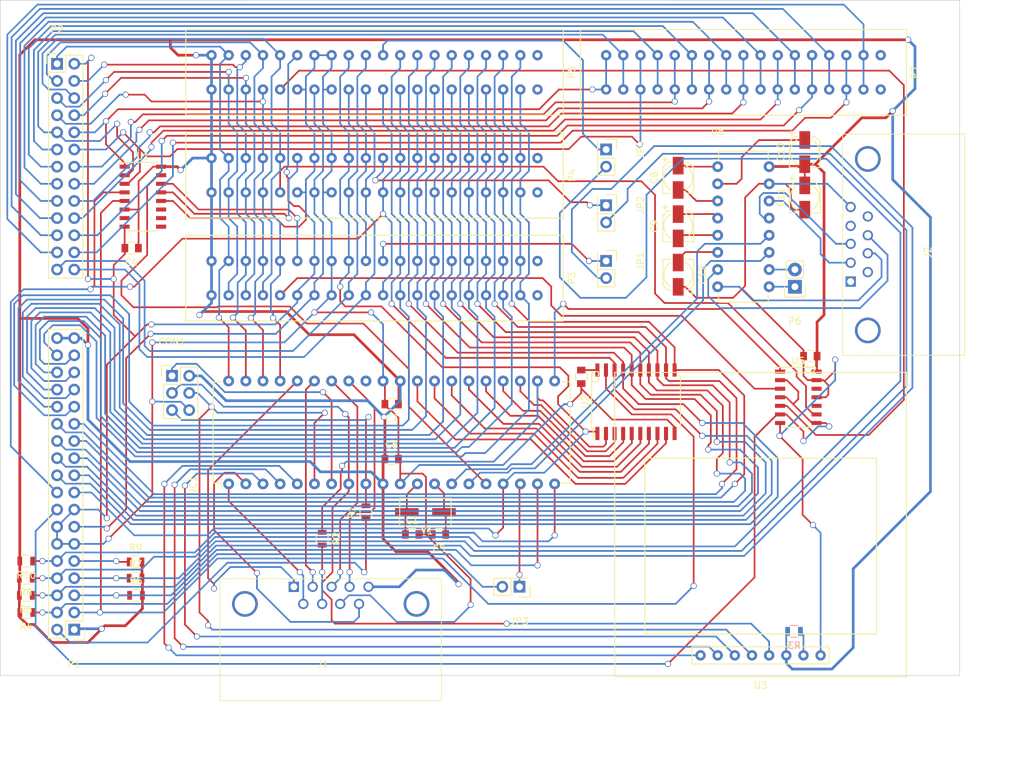
<source format=kicad_pcb>
(kicad_pcb (version 4) (host pcbnew 4.0.5+dfsg1-4)
  (layers (0 F.Cu signal) (31 B.Cu signal) (34 B.Paste user) (35 F.Paste user) (36 B.SilkS user) (37 F.SilkS user) (38 B.Mask user) (39 F.Mask user) (44 Edge.Cuts user))
  (net 0 "")
  (net 1 "Net-(C1-Pad1)")
  (net 2 GND)
  (net 3 VCC)
  (net 4 "Net-(C5-Pad1)")
  (net 5 "Net-(C8-Pad1)")
  (net 6 "Net-(C8-Pad2)")
  (net 7 "Net-(C9-Pad1)")
  (net 8 "Net-(C9-Pad2)")
  (net 9 "Net-(C10-Pad1)")
  (net 10 "Net-(C12-Pad2)")
  (net 11 /MISO)
  (net 12 /SCK)
  (net 13 /MOSI)
  (net 14 /~AVR_RST)
  (net 15 /PAD_AB)
  (net 16 /PAD_SC)
  (net 17 /DM_DC)
  (net 18 /DM_CE)
  (net 19 /DM_RST)
  (net 20 /RX)
  (net 21 /TX)
  (net 22 /~EN_AVR)
  (net 23 /~WR)
  (net 24 /~PAD_INT)
  (net 25 /~IRQ2)
  (net 26 /~IRQ7)
  (net 27 /DTACK)
  (net 28 /D0)
  (net 29 /D1)
  (net 30 /D2)
  (net 31 /D3)
  (net 32 /D4)
  (net 33 /D5)
  (net 34 /D6)
  (net 35 /D7)
  (net 36 /PAD_RIGHT)
  (net 37 /PAD_LEFT)
  (net 38 /PAD_DN)
  (net 39 /PAD_UP)
  (net 40 /A4)
  (net 41 /A3)
  (net 42 /A2)
  (net 43 /A1)
  (net 44 /PAD_SEL)
  (net 45 /~INTS1)
  (net 46 /~IRQ3)
  (net 47 /~INTS2)
  (net 48 /~IRQ4)
  (net 49 /~IRQ1)
  (net 50 /~INTS3)
  (net 51 /~IRQ5)
  (net 52 /~SYS_RESET)
  (net 53 /~IOEN)
  (net 54 /CLK20)
  (net 55 /~DTACK)
  (net 56 /~AS)
  (net 57 /BUS0)
  (net 58 /BUS1)
  (net 59 /BUS2)
  (net 60 /BUS3)
  (net 61 /BUS4)
  (net 62 /BUS5)
  (net 63 /BUS6)
  (net 64 /BUS7)
  (net 65 /BUS8)
  (net 66 /BUS9)
  (net 67 /BUS10)
  (net 68 /BUS11)
  (net 69 /BUS12)
  (net 70 /BUS13)
  (net 71 /BUS14)
  (net 72 /BUS15)
  (net 73 /A5)
  (net 74 /A7)
  (net 75 /A6)
  (net 76 /A9)
  (net 77 /A8)
  (net 78 /A11)
  (net 79 /A10)
  (net 80 /A13)
  (net 81 /A12)
  (net 82 /A15)
  (net 83 /A14)
  (net 84 /A17)
  (net 85 /A16)
  (net 86 /A19)
  (net 87 /A18)
  (net 88 /A21)
  (net 89 /A20)
  (net 90 /A23)
  (net 91 /A22)
  (net 92 /~UDS)
  (net 93 /~LDS)
  (net 94 /~EN_S1)
  (net 95 /~EN_S2)
  (net 96 /~EN_S3)
  (net 97 "Net-(R3-Pad2)")
  (net 98 "Net-(P3-Pad9)")
  (net 99 "Net-(P4-Pad9)")
  (net 100 "Net-(P5-Pad9)")
  (net 101 /~IRQ6)
  (net 102 /RS232_TX)
  (net 103 /RS232_RX)
  (net 104 /RS232_CTS)
  (net 105 /RS232_RTS)
  (net 106 /RTS)
  (net 107 /CTS)
  (module m68kcomp1:nokia5110lcd (layer F.Cu) (at 129.54 160.02)
    (fp_text reference U3 (at 0 4.445) (layer F.SilkS))
    (fp_text value DISP_5110)
    (pad 1 thru_hole circle (at -8.89 0) (size 1.524 1.524) (drill 0.762) (layers *.Cu *.Mask) (net 19 /DM_RST))
    (pad 2 thru_hole circle (at -6.35 0) (size 1.524 1.524) (drill 0.762) (layers *.Cu *.Mask) (net 18 /DM_CE))
    (pad 3 thru_hole circle (at -3.81 0) (size 1.524 1.524) (drill 0.762) (layers *.Cu *.Mask) (net 17 /DM_DC))
    (pad 4 thru_hole circle (at -1.27 0) (size 1.524 1.524) (drill 0.762) (layers *.Cu *.Mask) (net 13 /MOSI))
    (pad 5 thru_hole circle (at 1.27 0) (size 1.524 1.524) (drill 0.762) (layers *.Cu *.Mask) (net 12 /SCK))
    (pad 6 thru_hole circle (at 3.81 0) (size 1.524 1.524) (drill 0.762) (layers *.Cu *.Mask) (net 3 VCC))
    (pad 7 thru_hole circle (at 6.35 0) (size 1.524 1.524) (drill 0.762) (layers *.Cu *.Mask) (net 97 "Net-(R3-Pad2)"))
    (pad 8 thru_hole circle (at 8.89 0) (size 1.524 1.524) (drill 0.762) (layers *.Cu *.Mask) (net 2 GND))
  )
  (module Capacitors_SMD:c_elec_4x5.7 (layer F.Cu) (at 136.0805 92.202 270)
    (fp_text reference C11 (at 0 3.5433 270) (layer F.SilkS))
    (fp_text value 1uF)
    (fp_text user + (at -2.7686 2.0066 270) (layer F.SilkS))
    (pad 1 smd rect (at -1.8 0 90) (size 2.6 1.6) (layers F.Cu F.Paste F.Mask) (net 3 VCC))
    (pad 2 smd rect (at 1.8 0 90) (size 2.6 1.6) (layers F.Cu F.Paste F.Mask) (net 2 GND))
  )
  (module m68kcomp1:edgecon_2x20 (layer F.Cu) (at 72.39 104.14 90)
    (fp_text reference P3 (at 0 29.21 90) (layer F.SilkS))
    (fp_text value SLOT1)
    (pad 1 thru_hole circle (at -2.54 -24.13 90) (size 1.524 1.524) (drill 0.762) (layers *.Cu *.Mask) (net 3 VCC))
    (pad 2 thru_hole circle (at 2.54 -24.13 90) (size 1.524 1.524) (drill 0.762) (layers *.Cu *.Mask) (net 3 VCC))
    (pad 3 thru_hole circle (at -2.54 -21.59 90) (size 1.524 1.524) (drill 0.762) (layers *.Cu *.Mask) (net 73 /A5))
    (pad 4 thru_hole circle (at 2.54 -21.59 90) (size 1.524 1.524) (drill 0.762) (layers *.Cu *.Mask) (net 43 /A1))
    (pad 5 thru_hole circle (at -2.54 -19.05 90) (size 1.524 1.524) (drill 0.762) (layers *.Cu *.Mask) (net 75 /A6))
    (pad 6 thru_hole circle (at 2.54 -19.05 90) (size 1.524 1.524) (drill 0.762) (layers *.Cu *.Mask) (net 42 /A2))
    (pad 7 thru_hole circle (at -2.54 -16.51 90) (size 1.524 1.524) (drill 0.762) (layers *.Cu *.Mask) (net 74 /A7))
    (pad 8 thru_hole circle (at 2.54 -16.51 90) (size 1.524 1.524) (drill 0.762) (layers *.Cu *.Mask) (net 41 /A3))
    (pad 9 thru_hole circle (at -2.54 -13.97 90) (size 1.524 1.524) (drill 0.762) (layers *.Cu *.Mask) (net 98 "Net-(P3-Pad9)"))
    (pad 10 thru_hole circle (at 2.54 -13.97 90) (size 1.524 1.524) (drill 0.762) (layers *.Cu *.Mask) (net 40 /A4))
    (pad 11 thru_hole circle (at -2.54 -11.43 90) (size 1.524 1.524) (drill 0.762) (layers *.Cu *.Mask) (net 2 GND))
    (pad 12 thru_hole circle (at 2.54 -11.43 90) (size 1.524 1.524) (drill 0.762) (layers *.Cu *.Mask) (net 94 /~EN_S1))
    (pad 13 thru_hole circle (at -2.54 -8.89 90) (size 1.524 1.524) (drill 0.762) (layers *.Cu *.Mask) (net 54 /CLK20))
    (pad 14 thru_hole circle (at 2.54 -8.89 90) (size 1.524 1.524) (drill 0.762) (layers *.Cu *.Mask) (net 2 GND))
    (pad 15 thru_hole circle (at -2.54 -6.35 90) (size 1.524 1.524) (drill 0.762) (layers *.Cu *.Mask) (net 2 GND))
    (pad 16 thru_hole circle (at 2.54 -6.35 90) (size 1.524 1.524) (drill 0.762) (layers *.Cu *.Mask) (net 2 GND))
    (pad 17 thru_hole circle (at -2.54 -3.81 90) (size 1.524 1.524) (drill 0.762) (layers *.Cu *.Mask) (net 92 /~UDS))
    (pad 18 thru_hole circle (at 2.54 -3.81 90) (size 1.524 1.524) (drill 0.762) (layers *.Cu *.Mask) (net 23 /~WR))
    (pad 19 thru_hole circle (at -2.54 -1.27 90) (size 1.524 1.524) (drill 0.762) (layers *.Cu *.Mask) (net 93 /~LDS))
    (pad 20 thru_hole circle (at 2.54 -1.27 90) (size 1.524 1.524) (drill 0.762) (layers *.Cu *.Mask) (net 52 /~SYS_RESET))
    (pad 21 thru_hole circle (at -2.54 1.27 90) (size 1.524 1.524) (drill 0.762) (layers *.Cu *.Mask) (net 56 /~AS))
    (pad 22 thru_hole circle (at 2.54 1.27 90) (size 1.524 1.524) (drill 0.762) (layers *.Cu *.Mask) (net 45 /~INTS1))
    (pad 23 thru_hole circle (at -2.54 3.81 90) (size 1.524 1.524) (drill 0.762) (layers *.Cu *.Mask) (net 65 /BUS8))
    (pad 24 thru_hole circle (at 2.54 3.81 90) (size 1.524 1.524) (drill 0.762) (layers *.Cu *.Mask) (net 57 /BUS0))
    (pad 25 thru_hole circle (at -2.54 6.35 90) (size 1.524 1.524) (drill 0.762) (layers *.Cu *.Mask) (net 66 /BUS9))
    (pad 26 thru_hole circle (at 2.54 6.35 90) (size 1.524 1.524) (drill 0.762) (layers *.Cu *.Mask) (net 58 /BUS1))
    (pad 27 thru_hole circle (at -2.54 8.89 90) (size 1.524 1.524) (drill 0.762) (layers *.Cu *.Mask) (net 67 /BUS10))
    (pad 28 thru_hole circle (at 2.54 8.89 90) (size 1.524 1.524) (drill 0.762) (layers *.Cu *.Mask) (net 59 /BUS2))
    (pad 29 thru_hole circle (at -2.54 11.43 90) (size 1.524 1.524) (drill 0.762) (layers *.Cu *.Mask) (net 68 /BUS11))
    (pad 30 thru_hole circle (at 2.54 11.43 90) (size 1.524 1.524) (drill 0.762) (layers *.Cu *.Mask) (net 60 /BUS3))
    (pad 31 thru_hole circle (at -2.54 13.97 90) (size 1.524 1.524) (drill 0.762) (layers *.Cu *.Mask) (net 69 /BUS12))
    (pad 32 thru_hole circle (at 2.54 13.97 90) (size 1.524 1.524) (drill 0.762) (layers *.Cu *.Mask) (net 61 /BUS4))
    (pad 33 thru_hole circle (at -2.54 16.51 90) (size 1.524 1.524) (drill 0.762) (layers *.Cu *.Mask) (net 70 /BUS13))
    (pad 34 thru_hole circle (at 2.54 16.51 90) (size 1.524 1.524) (drill 0.762) (layers *.Cu *.Mask) (net 62 /BUS5))
    (pad 35 thru_hole circle (at -2.54 19.05 90) (size 1.524 1.524) (drill 0.762) (layers *.Cu *.Mask) (net 71 /BUS14))
    (pad 36 thru_hole circle (at 2.54 19.05 90) (size 1.524 1.524) (drill 0.762) (layers *.Cu *.Mask) (net 63 /BUS6))
    (pad 37 thru_hole circle (at -2.54 21.59 90) (size 1.524 1.524) (drill 0.762) (layers *.Cu *.Mask) (net 72 /BUS15))
    (pad 38 thru_hole circle (at 2.54 21.59 90) (size 1.524 1.524) (drill 0.762) (layers *.Cu *.Mask) (net 64 /BUS7))
    (pad 39 thru_hole circle (at -2.54 24.13 90) (size 1.524 1.524) (drill 0.762) (layers *.Cu *.Mask))
    (pad 40 thru_hole circle (at 2.54 24.13 90) (size 1.524 1.524) (drill 0.762) (layers *.Cu *.Mask))
  )
  (module m68kcomp1:edgecon_2x17 (layer F.Cu) (at 127 73.66 90)
    (fp_text reference P7 (at 0 25.4 90) (layer F.SilkS))
    (fp_text value SLOT_EX_ADDR)
    (pad 1 thru_hole circle (at -2.54 -20.32 90) (size 1.524 1.524) (drill 0.762) (layers *.Cu *.Mask) (net 77 /A8))
    (pad 2 thru_hole circle (at 2.54 -20.32 90) (size 1.524 1.524) (drill 0.762) (layers *.Cu *.Mask) (net 77 /A8))
    (pad 3 thru_hole circle (at -2.54 -17.78 90) (size 1.524 1.524) (drill 0.762) (layers *.Cu *.Mask) (net 76 /A9))
    (pad 4 thru_hole circle (at 2.54 -17.78 90) (size 1.524 1.524) (drill 0.762) (layers *.Cu *.Mask) (net 76 /A9))
    (pad 5 thru_hole circle (at -2.54 -15.24 90) (size 1.524 1.524) (drill 0.762) (layers *.Cu *.Mask) (net 79 /A10))
    (pad 6 thru_hole circle (at 2.54 -15.24 90) (size 1.524 1.524) (drill 0.762) (layers *.Cu *.Mask) (net 79 /A10))
    (pad 7 thru_hole circle (at -2.54 -12.7 90) (size 1.524 1.524) (drill 0.762) (layers *.Cu *.Mask) (net 78 /A11))
    (pad 8 thru_hole circle (at 2.54 -12.7 90) (size 1.524 1.524) (drill 0.762) (layers *.Cu *.Mask) (net 78 /A11))
    (pad 9 thru_hole circle (at -2.54 -10.16 90) (size 1.524 1.524) (drill 0.762) (layers *.Cu *.Mask) (net 81 /A12))
    (pad 10 thru_hole circle (at 2.54 -10.16 90) (size 1.524 1.524) (drill 0.762) (layers *.Cu *.Mask) (net 81 /A12))
    (pad 11 thru_hole circle (at -2.54 -7.62 90) (size 1.524 1.524) (drill 0.762) (layers *.Cu *.Mask) (net 80 /A13))
    (pad 12 thru_hole circle (at 2.54 -7.62 90) (size 1.524 1.524) (drill 0.762) (layers *.Cu *.Mask) (net 80 /A13))
    (pad 13 thru_hole circle (at -2.54 -5.08 90) (size 1.524 1.524) (drill 0.762) (layers *.Cu *.Mask) (net 83 /A14))
    (pad 14 thru_hole circle (at 2.54 -5.08 90) (size 1.524 1.524) (drill 0.762) (layers *.Cu *.Mask) (net 83 /A14))
    (pad 15 thru_hole circle (at -2.54 -2.54 90) (size 1.524 1.524) (drill 0.762) (layers *.Cu *.Mask) (net 82 /A15))
    (pad 16 thru_hole circle (at 2.54 -2.54 90) (size 1.524 1.524) (drill 0.762) (layers *.Cu *.Mask) (net 82 /A15))
    (pad 17 thru_hole circle (at -2.54 0 90) (size 1.524 1.524) (drill 0.762) (layers *.Cu *.Mask) (net 85 /A16))
    (pad 18 thru_hole circle (at 2.54 0 90) (size 1.524 1.524) (drill 0.762) (layers *.Cu *.Mask) (net 85 /A16))
    (pad 19 thru_hole circle (at -2.54 2.54 90) (size 1.524 1.524) (drill 0.762) (layers *.Cu *.Mask) (net 84 /A17))
    (pad 20 thru_hole circle (at 2.54 2.54 90) (size 1.524 1.524) (drill 0.762) (layers *.Cu *.Mask) (net 84 /A17))
    (pad 21 thru_hole circle (at -2.54 5.08 90) (size 1.524 1.524) (drill 0.762) (layers *.Cu *.Mask) (net 87 /A18))
    (pad 22 thru_hole circle (at 2.54 5.08 90) (size 1.524 1.524) (drill 0.762) (layers *.Cu *.Mask) (net 87 /A18))
    (pad 23 thru_hole circle (at -2.54 7.62 90) (size 1.524 1.524) (drill 0.762) (layers *.Cu *.Mask) (net 86 /A19))
    (pad 24 thru_hole circle (at 2.54 7.62 90) (size 1.524 1.524) (drill 0.762) (layers *.Cu *.Mask) (net 86 /A19))
    (pad 25 thru_hole circle (at -2.54 10.16 90) (size 1.524 1.524) (drill 0.762) (layers *.Cu *.Mask) (net 89 /A20))
    (pad 26 thru_hole circle (at 2.54 10.16 90) (size 1.524 1.524) (drill 0.762) (layers *.Cu *.Mask) (net 89 /A20))
    (pad 27 thru_hole circle (at -2.54 12.7 90) (size 1.524 1.524) (drill 0.762) (layers *.Cu *.Mask) (net 88 /A21))
    (pad 28 thru_hole circle (at 2.54 12.7 90) (size 1.524 1.524) (drill 0.762) (layers *.Cu *.Mask) (net 88 /A21))
    (pad 29 thru_hole circle (at -2.54 15.24 90) (size 1.524 1.524) (drill 0.762) (layers *.Cu *.Mask) (net 91 /A22))
    (pad 30 thru_hole circle (at 2.54 15.24 90) (size 1.524 1.524) (drill 0.762) (layers *.Cu *.Mask) (net 91 /A22))
    (pad 31 thru_hole circle (at -2.54 17.78 90) (size 1.524 1.524) (drill 0.762) (layers *.Cu *.Mask) (net 90 /A23))
    (pad 32 thru_hole circle (at 2.54 17.78 90) (size 1.524 1.524) (drill 0.762) (layers *.Cu *.Mask) (net 90 /A23))
    (pad 33 thru_hole circle (at -2.54 20.32 90) (size 1.524 1.524) (drill 0.762) (layers *.Cu *.Mask))
    (pad 34 thru_hole circle (at 2.54 20.32 90) (size 1.524 1.524) (drill 0.762) (layers *.Cu *.Mask))
  )
  (module Housings_DIP:DIP-40_W15.24mm (layer F.Cu) (at 50.8 134.62 90)
    (fp_text reference IC1 (at 0 -5.22 90) (layer F.SilkS))
    (fp_text value ATMEGA644P-P)
    (pad 1 thru_hole oval (at 0 0 90) (size 1.6 1.6) (drill 0.8) (layers *.Cu *.Mask) (net 15 /PAD_AB))
    (pad 2 thru_hole oval (at 0 2.54 90) (size 1.6 1.6) (drill 0.8) (layers *.Cu *.Mask) (net 16 /PAD_SC))
    (pad 3 thru_hole oval (at 0 5.08 90) (size 1.6 1.6) (drill 0.8) (layers *.Cu *.Mask) (net 17 /DM_DC))
    (pad 4 thru_hole oval (at 0 7.62 90) (size 1.6 1.6) (drill 0.8) (layers *.Cu *.Mask) (net 18 /DM_CE))
    (pad 5 thru_hole oval (at 0 10.16 90) (size 1.6 1.6) (drill 0.8) (layers *.Cu *.Mask) (net 19 /DM_RST))
    (pad 6 thru_hole oval (at 0 12.7 90) (size 1.6 1.6) (drill 0.8) (layers *.Cu *.Mask) (net 13 /MOSI))
    (pad 7 thru_hole oval (at 0 15.24 90) (size 1.6 1.6) (drill 0.8) (layers *.Cu *.Mask) (net 11 /MISO))
    (pad 8 thru_hole oval (at 0 17.78 90) (size 1.6 1.6) (drill 0.8) (layers *.Cu *.Mask) (net 12 /SCK))
    (pad 9 thru_hole oval (at 0 20.32 90) (size 1.6 1.6) (drill 0.8) (layers *.Cu *.Mask) (net 14 /~AVR_RST))
    (pad 10 thru_hole oval (at 0 22.86 90) (size 1.6 1.6) (drill 0.8) (layers *.Cu *.Mask) (net 3 VCC))
    (pad 11 thru_hole oval (at 0 25.4 90) (size 1.6 1.6) (drill 0.8) (layers *.Cu *.Mask) (net 2 GND))
    (pad 12 thru_hole oval (at 0 27.94 90) (size 1.6 1.6) (drill 0.8) (layers *.Cu *.Mask) (net 1 "Net-(C1-Pad1)"))
    (pad 13 thru_hole oval (at 0 30.48 90) (size 1.6 1.6) (drill 0.8) (layers *.Cu *.Mask) (net 4 "Net-(C5-Pad1)"))
    (pad 14 thru_hole oval (at 0 33.02 90) (size 1.6 1.6) (drill 0.8) (layers *.Cu *.Mask) (net 20 /RX))
    (pad 15 thru_hole oval (at 0 35.56 90) (size 1.6 1.6) (drill 0.8) (layers *.Cu *.Mask) (net 21 /TX))
    (pad 16 thru_hole oval (at 0 38.1 90) (size 1.6 1.6) (drill 0.8) (layers *.Cu *.Mask) (net 22 /~EN_AVR))
    (pad 17 thru_hole oval (at 0 40.64 90) (size 1.6 1.6) (drill 0.8) (layers *.Cu *.Mask) (net 23 /~WR))
    (pad 18 thru_hole oval (at 0 43.18 90) (size 1.6 1.6) (drill 0.8) (layers *.Cu *.Mask) (net 24 /~PAD_INT))
    (pad 19 thru_hole oval (at 0 45.72 90) (size 1.6 1.6) (drill 0.8) (layers *.Cu *.Mask) (net 25 /~IRQ2))
    (pad 20 thru_hole oval (at 0 48.26 90) (size 1.6 1.6) (drill 0.8) (layers *.Cu *.Mask) (net 26 /~IRQ7))
    (pad 21 thru_hole oval (at 15.24 48.26 90) (size 1.6 1.6) (drill 0.8) (layers *.Cu *.Mask) (net 27 /DTACK))
    (pad 22 thru_hole oval (at 15.24 45.72 90) (size 1.6 1.6) (drill 0.8) (layers *.Cu *.Mask) (net 28 /D0))
    (pad 23 thru_hole oval (at 15.24 43.18 90) (size 1.6 1.6) (drill 0.8) (layers *.Cu *.Mask) (net 29 /D1))
    (pad 24 thru_hole oval (at 15.24 40.64 90) (size 1.6 1.6) (drill 0.8) (layers *.Cu *.Mask) (net 30 /D2))
    (pad 25 thru_hole oval (at 15.24 38.1 90) (size 1.6 1.6) (drill 0.8) (layers *.Cu *.Mask) (net 31 /D3))
    (pad 26 thru_hole oval (at 15.24 35.56 90) (size 1.6 1.6) (drill 0.8) (layers *.Cu *.Mask) (net 32 /D4))
    (pad 27 thru_hole oval (at 15.24 33.02 90) (size 1.6 1.6) (drill 0.8) (layers *.Cu *.Mask) (net 33 /D5))
    (pad 28 thru_hole oval (at 15.24 30.48 90) (size 1.6 1.6) (drill 0.8) (layers *.Cu *.Mask) (net 34 /D6))
    (pad 29 thru_hole oval (at 15.24 27.94 90) (size 1.6 1.6) (drill 0.8) (layers *.Cu *.Mask) (net 35 /D7))
    (pad 30 thru_hole oval (at 15.24 25.4 90) (size 1.6 1.6) (drill 0.8) (layers *.Cu *.Mask) (net 3 VCC))
    (pad 31 thru_hole oval (at 15.24 22.86 90) (size 1.6 1.6) (drill 0.8) (layers *.Cu *.Mask) (net 2 GND))
    (pad 32 thru_hole oval (at 15.24 20.32 90) (size 1.6 1.6) (drill 0.8) (layers *.Cu *.Mask))
    (pad 33 thru_hole oval (at 15.24 17.78 90) (size 1.6 1.6) (drill 0.8) (layers *.Cu *.Mask) (net 36 /PAD_RIGHT))
    (pad 34 thru_hole oval (at 15.24 15.24 90) (size 1.6 1.6) (drill 0.8) (layers *.Cu *.Mask) (net 37 /PAD_LEFT))
    (pad 35 thru_hole oval (at 15.24 12.7 90) (size 1.6 1.6) (drill 0.8) (layers *.Cu *.Mask) (net 38 /PAD_DN))
    (pad 36 thru_hole oval (at 15.24 10.16 90) (size 1.6 1.6) (drill 0.8) (layers *.Cu *.Mask) (net 39 /PAD_UP))
    (pad 37 thru_hole oval (at 15.24 7.62 90) (size 1.6 1.6) (drill 0.8) (layers *.Cu *.Mask) (net 40 /A4))
    (pad 38 thru_hole oval (at 15.24 5.08 90) (size 1.6 1.6) (drill 0.8) (layers *.Cu *.Mask) (net 41 /A3))
    (pad 39 thru_hole oval (at 15.24 2.54 90) (size 1.6 1.6) (drill 0.8) (layers *.Cu *.Mask) (net 42 /A2))
    (pad 40 thru_hole oval (at 15.24 0 90) (size 1.6 1.6) (drill 0.8) (layers *.Cu *.Mask) (net 43 /A1))
  )
  (module Capacitors_SMD:C_0805 (layer F.Cu) (at 77.962 142.113)
    (fp_text reference C1 (at 0 -2.1) (layer F.SilkS))
    (fp_text value 22pF)
    (pad 1 smd rect (at -1 0) (size 1 1.25) (layers F.Cu F.Paste F.Mask) (net 1 "Net-(C1-Pad1)"))
    (pad 2 smd rect (at 1 0) (size 1 1.25) (layers F.Cu F.Paste F.Mask) (net 2 GND))
  )
  (module Capacitors_SMD:C_0805 (layer F.Cu) (at 136.906 115.697 180)
    (fp_text reference C2 (at 0 -2.1 180) (layer F.SilkS))
    (fp_text value 0.1uF)
    (pad 1 smd rect (at -1 0 180) (size 1 1.25) (layers F.Cu F.Paste F.Mask) (net 3 VCC))
    (pad 2 smd rect (at 1 0 180) (size 1 1.25) (layers F.Cu F.Paste F.Mask) (net 2 GND))
  )
  (module Capacitors_SMD:C_0805 (layer F.Cu) (at 102.997 118.761 270)
    (fp_text reference C3 (at 0 -2.1 270) (layer F.SilkS))
    (fp_text value 0.1uF)
    (pad 1 smd rect (at -1 0 270) (size 1 1.25) (layers F.Cu F.Paste F.Mask) (net 3 VCC))
    (pad 2 smd rect (at 1 0 270) (size 1 1.25) (layers F.Cu F.Paste F.Mask) (net 2 GND))
  )
  (module Capacitors_SMD:C_0805 (layer F.Cu) (at 81.931 142.113 180)
    (fp_text reference C5 (at 0 -2.1 180) (layer F.SilkS))
    (fp_text value 22pF)
    (pad 1 smd rect (at -1 0 180) (size 1 1.25) (layers F.Cu F.Paste F.Mask) (net 4 "Net-(C5-Pad1)"))
    (pad 2 smd rect (at 1 0 180) (size 1 1.25) (layers F.Cu F.Paste F.Mask) (net 2 GND))
  )
  (module Capacitors_SMD:C_0805 (layer F.Cu) (at 74.93 130.937)
    (fp_text reference C6 (at 0 -2.1) (layer F.SilkS))
    (fp_text value 0.1uF)
    (pad 1 smd rect (at -1 0) (size 1 1.25) (layers F.Cu F.Paste F.Mask) (net 3 VCC))
    (pad 2 smd rect (at 1 0) (size 1 1.25) (layers F.Cu F.Paste F.Mask) (net 2 GND))
  )
  (module Capacitors_SMD:C_0805 (layer F.Cu) (at 74.93 122.809 180)
    (fp_text reference C7 (at 0 -2.1 180) (layer F.SilkS))
    (fp_text value 0.1uF)
    (pad 1 smd rect (at -1 0 180) (size 1 1.25) (layers F.Cu F.Paste F.Mask) (net 3 VCC))
    (pad 2 smd rect (at 1 0 180) (size 1 1.25) (layers F.Cu F.Paste F.Mask) (net 2 GND))
  )
  (module Capacitors_SMD:c_elec_4x5.7 (layer F.Cu) (at 117.348 89.281 270)
    (fp_text reference C8 (at 0 3.5433 270) (layer F.SilkS))
    (fp_text value 1uF)
    (fp_text user + (at -2.7686 2.0066 270) (layer F.SilkS))
    (pad 1 smd rect (at -1.8 0 90) (size 2.6 1.6) (layers F.Cu F.Paste F.Mask) (net 5 "Net-(C8-Pad1)"))
    (pad 2 smd rect (at 1.8 0 90) (size 2.6 1.6) (layers F.Cu F.Paste F.Mask) (net 6 "Net-(C8-Pad2)"))
  )
  (module Capacitors_SMD:c_elec_4x5.7 (layer F.Cu) (at 117.348 96.4565 270)
    (fp_text reference C9 (at 0 3.5433 270) (layer F.SilkS))
    (fp_text value 1uF)
    (fp_text user + (at -2.7686 2.0066 270) (layer F.SilkS))
    (pad 1 smd rect (at -1.8 0 90) (size 2.6 1.6) (layers F.Cu F.Paste F.Mask) (net 7 "Net-(C9-Pad1)"))
    (pad 2 smd rect (at 1.8 0 90) (size 2.6 1.6) (layers F.Cu F.Paste F.Mask) (net 8 "Net-(C9-Pad2)"))
  )
  (module Capacitors_SMD:c_elec_4x5.7 (layer F.Cu) (at 136.0805 85.471 270)
    (fp_text reference C10 (at 0 3.5433 270) (layer F.SilkS))
    (fp_text value 1uF)
    (fp_text user + (at -2.7686 2.0066 270) (layer F.SilkS))
    (pad 1 smd rect (at -1.8 0 90) (size 2.6 1.6) (layers F.Cu F.Paste F.Mask) (net 9 "Net-(C10-Pad1)"))
    (pad 2 smd rect (at 1.8 0 90) (size 2.6 1.6) (layers F.Cu F.Paste F.Mask) (net 3 VCC))
  )
  (module Capacitors_SMD:c_elec_4x5.7 (layer F.Cu) (at 117.348 103.632 90)
    (fp_text reference C12 (at 0 3.5433 90) (layer F.SilkS))
    (fp_text value 1uF)
    (fp_text user + (at -2.7686 2.0066 90) (layer F.SilkS))
    (pad 1 smd rect (at -1.8 0 270) (size 2.6 1.6) (layers F.Cu F.Paste F.Mask) (net 2 GND))
    (pad 2 smd rect (at 1.8 0 270) (size 2.6 1.6) (layers F.Cu F.Paste F.Mask) (net 10 "Net-(C12-Pad2)"))
  )
  (module Pin_Headers:Pin_Header_Straight_2x03 (layer F.Cu) (at 42.418 118.618)
    (fp_text reference CON1 (at 0 -5.1) (layer F.SilkS))
    (fp_text value AVR_ISP)
    (pad 1 thru_hole rect (at 0 0) (size 1.7272 1.7272) (drill 1.016) (layers *.Cu *.Mask) (net 11 /MISO))
    (pad 2 thru_hole oval (at 2.54 0) (size 1.7272 1.7272) (drill 1.016) (layers *.Cu *.Mask) (net 3 VCC))
    (pad 3 thru_hole oval (at 0 2.54) (size 1.7272 1.7272) (drill 1.016) (layers *.Cu *.Mask) (net 12 /SCK))
    (pad 4 thru_hole oval (at 2.54 2.54) (size 1.7272 1.7272) (drill 1.016) (layers *.Cu *.Mask) (net 13 /MOSI))
    (pad 5 thru_hole oval (at 0 5.08) (size 1.7272 1.7272) (drill 1.016) (layers *.Cu *.Mask) (net 14 /~AVR_RST))
    (pad 6 thru_hole oval (at 2.54 5.08) (size 1.7272 1.7272) (drill 1.016) (layers *.Cu *.Mask) (net 2 GND))
  )
  (module Connectors:DB9MC (layer F.Cu) (at 60.45 149.86 180)
    (fp_text reference J1 (at -4.32 -11.43 180) (layer F.SilkS))
    (fp_text value DB9)
    (pad "" thru_hole circle (at 7.24 -2.54 180) (size 3.81 3.81) (drill 3.05) (layers *.Cu *.Mask))
    (pad "" thru_hole circle (at -18.16 -2.54 180) (size 3.81 3.81) (drill 3.05) (layers *.Cu *.Mask))
    (pad 1 thru_hole rect (at 0 0 180) (size 1.52 1.52) (drill 1.02) (layers *.Cu *.Mask) (net 39 /PAD_UP))
    (pad 2 thru_hole circle (at -2.79 0 180) (size 1.52 1.52) (drill 1.02) (layers *.Cu *.Mask) (net 38 /PAD_DN))
    (pad 3 thru_hole circle (at -5.59 0 180) (size 1.52 1.52) (drill 1.02) (layers *.Cu *.Mask) (net 37 /PAD_LEFT))
    (pad 4 thru_hole circle (at -8.25 0 180) (size 1.52 1.52) (drill 1.02) (layers *.Cu *.Mask) (net 36 /PAD_RIGHT))
    (pad 5 thru_hole circle (at -11.05 0 180) (size 1.52 1.52) (drill 1.02) (layers *.Cu *.Mask) (net 3 VCC))
    (pad 9 thru_hole circle (at -9.65 -2.54 180) (size 1.52 1.52) (drill 1.02) (layers *.Cu *.Mask) (net 16 /PAD_SC))
    (pad 8 thru_hole circle (at -6.86 -2.54 180) (size 1.52 1.52) (drill 1.02) (layers *.Cu *.Mask) (net 2 GND))
    (pad 7 thru_hole circle (at -4.19 -2.54 180) (size 1.52 1.52) (drill 1.02) (layers *.Cu *.Mask) (net 44 /PAD_SEL))
    (pad 6 thru_hole circle (at -1.4 -2.54 180) (size 1.52 1.52) (drill 1.02) (layers *.Cu *.Mask) (net 15 /PAD_AB))
  )
  (module Connectors:DB9MC (layer F.Cu) (at 142.875 104.65 270)
    (fp_text reference J2 (at -4.32 -11.43 270) (layer F.SilkS))
    (fp_text value DB9)
    (pad "" thru_hole circle (at 7.24 -2.54 270) (size 3.81 3.81) (drill 3.05) (layers *.Cu *.Mask))
    (pad "" thru_hole circle (at -18.16 -2.54 270) (size 3.81 3.81) (drill 3.05) (layers *.Cu *.Mask))
    (pad 1 thru_hole rect (at 0 0 270) (size 1.52 1.52) (drill 1.02) (layers *.Cu *.Mask))
    (pad 2 thru_hole circle (at -2.79 0 270) (size 1.52 1.52) (drill 1.02) (layers *.Cu *.Mask) (net 102 /RS232_TX))
    (pad 3 thru_hole circle (at -5.59 0 270) (size 1.52 1.52) (drill 1.02) (layers *.Cu *.Mask) (net 103 /RS232_RX))
    (pad 4 thru_hole circle (at -8.25 0 270) (size 1.52 1.52) (drill 1.02) (layers *.Cu *.Mask))
    (pad 5 thru_hole circle (at -11.05 0 270) (size 1.52 1.52) (drill 1.02) (layers *.Cu *.Mask) (net 2 GND))
    (pad 9 thru_hole circle (at -9.65 -2.54 270) (size 1.52 1.52) (drill 1.02) (layers *.Cu *.Mask))
    (pad 8 thru_hole circle (at -6.86 -2.54 270) (size 1.52 1.52) (drill 1.02) (layers *.Cu *.Mask) (net 104 /RS232_CTS))
    (pad 7 thru_hole circle (at -4.19 -2.54 270) (size 1.52 1.52) (drill 1.02) (layers *.Cu *.Mask) (net 105 /RS232_RTS))
    (pad 6 thru_hole circle (at -1.4 -2.54 270) (size 1.52 1.52) (drill 1.02) (layers *.Cu *.Mask))
  )
  (module Pin_Headers:Pin_Header_Straight_2x01 (layer F.Cu) (at 106.68 101.6 270)
    (fp_text reference JP1 (at 0 -5.1 270) (layer F.SilkS))
    (fp_text value INT_S1)
    (pad 1 thru_hole rect (at 0 0 270) (size 1.7272 1.7272) (drill 1.016) (layers *.Cu *.Mask) (net 45 /~INTS1))
    (pad 2 thru_hole oval (at 2.54 0 270) (size 1.7272 1.7272) (drill 1.016) (layers *.Cu *.Mask) (net 46 /~IRQ3))
  )
  (module Pin_Headers:Pin_Header_Straight_2x01 (layer F.Cu) (at 106.68 93.345 270)
    (fp_text reference JP2 (at 0 -5.1 270) (layer F.SilkS))
    (fp_text value INT_S2)
    (pad 1 thru_hole rect (at 0 0 270) (size 1.7272 1.7272) (drill 1.016) (layers *.Cu *.Mask) (net 47 /~INTS2))
    (pad 2 thru_hole oval (at 2.54 0 270) (size 1.7272 1.7272) (drill 1.016) (layers *.Cu *.Mask) (net 48 /~IRQ4))
  )
  (module Pin_Headers:Pin_Header_Straight_2x01 (layer F.Cu) (at 93.853 149.86 180)
    (fp_text reference JP3 (at 0 -5.1 180) (layer F.SilkS))
    (fp_text value PAD_INT)
    (pad 1 thru_hole rect (at 0 0 180) (size 1.7272 1.7272) (drill 1.016) (layers *.Cu *.Mask) (net 24 /~PAD_INT))
    (pad 2 thru_hole oval (at 2.54 0 180) (size 1.7272 1.7272) (drill 1.016) (layers *.Cu *.Mask) (net 49 /~IRQ1))
  )
  (module Pin_Headers:Pin_Header_Straight_2x01 (layer F.Cu) (at 106.68 85.09 270)
    (fp_text reference JP4 (at 0 -5.1 270) (layer F.SilkS))
    (fp_text value INT_S3)
    (pad 1 thru_hole rect (at 0 0 270) (size 1.7272 1.7272) (drill 1.016) (layers *.Cu *.Mask) (net 50 /~INTS3))
    (pad 2 thru_hole oval (at 2.54 0 270) (size 1.7272 1.7272) (drill 1.016) (layers *.Cu *.Mask) (net 51 /~IRQ5))
  )
  (module Pin_Headers:Pin_Header_Straight_2x18 (layer F.Cu) (at 27.94 156.21 180)
    (fp_text reference P1 (at 0 -5.1 180) (layer F.SilkS))
    (fp_text value CONN_CTL_DATA)
    (pad 1 thru_hole rect (at 0 0 180) (size 1.7272 1.7272) (drill 1.016) (layers *.Cu *.Mask) (net 3 VCC))
    (pad 2 thru_hole oval (at 2.54 0 180) (size 1.7272 1.7272) (drill 1.016) (layers *.Cu *.Mask) (net 52 /~SYS_RESET))
    (pad 3 thru_hole oval (at 0 2.54 180) (size 1.7272 1.7272) (drill 1.016) (layers *.Cu *.Mask) (net 53 /~IOEN))
    (pad 4 thru_hole oval (at 2.54 2.54 180) (size 1.7272 1.7272) (drill 1.016) (layers *.Cu *.Mask) (net 49 /~IRQ1))
    (pad 5 thru_hole oval (at 0 5.08 180) (size 1.7272 1.7272) (drill 1.016) (layers *.Cu *.Mask) (net 25 /~IRQ2))
    (pad 6 thru_hole oval (at 2.54 5.08 180) (size 1.7272 1.7272) (drill 1.016) (layers *.Cu *.Mask) (net 46 /~IRQ3))
    (pad 7 thru_hole oval (at 0 7.62 180) (size 1.7272 1.7272) (drill 1.016) (layers *.Cu *.Mask) (net 48 /~IRQ4))
    (pad 8 thru_hole oval (at 2.54 7.62 180) (size 1.7272 1.7272) (drill 1.016) (layers *.Cu *.Mask) (net 51 /~IRQ5))
    (pad 9 thru_hole oval (at 0 10.16 180) (size 1.7272 1.7272) (drill 1.016) (layers *.Cu *.Mask) (net 101 /~IRQ6))
    (pad 10 thru_hole oval (at 2.54 10.16 180) (size 1.7272 1.7272) (drill 1.016) (layers *.Cu *.Mask) (net 26 /~IRQ7))
    (pad 11 thru_hole oval (at 0 12.7 180) (size 1.7272 1.7272) (drill 1.016) (layers *.Cu *.Mask) (net 2 GND))
    (pad 12 thru_hole oval (at 2.54 12.7 180) (size 1.7272 1.7272) (drill 1.016) (layers *.Cu *.Mask) (net 2 GND))
    (pad 13 thru_hole oval (at 0 15.24 180) (size 1.7272 1.7272) (drill 1.016) (layers *.Cu *.Mask) (net 54 /CLK20))
    (pad 14 thru_hole oval (at 2.54 15.24 180) (size 1.7272 1.7272) (drill 1.016) (layers *.Cu *.Mask) (net 2 GND))
    (pad 15 thru_hole oval (at 0 17.78 180) (size 1.7272 1.7272) (drill 1.016) (layers *.Cu *.Mask) (net 2 GND))
    (pad 16 thru_hole oval (at 2.54 17.78 180) (size 1.7272 1.7272) (drill 1.016) (layers *.Cu *.Mask) (net 55 /~DTACK))
    (pad 17 thru_hole oval (at 0 20.32 180) (size 1.7272 1.7272) (drill 1.016) (layers *.Cu *.Mask) (net 23 /~WR))
    (pad 18 thru_hole oval (at 2.54 20.32 180) (size 1.7272 1.7272) (drill 1.016) (layers *.Cu *.Mask) (net 56 /~AS))
    (pad 19 thru_hole oval (at 0 22.86 180) (size 1.7272 1.7272) (drill 1.016) (layers *.Cu *.Mask) (net 57 /BUS0))
    (pad 20 thru_hole oval (at 2.54 22.86 180) (size 1.7272 1.7272) (drill 1.016) (layers *.Cu *.Mask) (net 58 /BUS1))
    (pad 21 thru_hole oval (at 0 25.4 180) (size 1.7272 1.7272) (drill 1.016) (layers *.Cu *.Mask) (net 59 /BUS2))
    (pad 22 thru_hole oval (at 2.54 25.4 180) (size 1.7272 1.7272) (drill 1.016) (layers *.Cu *.Mask) (net 60 /BUS3))
    (pad 23 thru_hole oval (at 0 27.94 180) (size 1.7272 1.7272) (drill 1.016) (layers *.Cu *.Mask) (net 61 /BUS4))
    (pad 24 thru_hole oval (at 2.54 27.94 180) (size 1.7272 1.7272) (drill 1.016) (layers *.Cu *.Mask) (net 62 /BUS5))
    (pad 25 thru_hole oval (at 0 30.48 180) (size 1.7272 1.7272) (drill 1.016) (layers *.Cu *.Mask) (net 63 /BUS6))
    (pad 26 thru_hole oval (at 2.54 30.48 180) (size 1.7272 1.7272) (drill 1.016) (layers *.Cu *.Mask) (net 64 /BUS7))
    (pad 27 thru_hole oval (at 0 33.02 180) (size 1.7272 1.7272) (drill 1.016) (layers *.Cu *.Mask) (net 65 /BUS8))
    (pad 28 thru_hole oval (at 2.54 33.02 180) (size 1.7272 1.7272) (drill 1.016) (layers *.Cu *.Mask) (net 66 /BUS9))
    (pad 29 thru_hole oval (at 0 35.56 180) (size 1.7272 1.7272) (drill 1.016) (layers *.Cu *.Mask) (net 67 /BUS10))
    (pad 30 thru_hole oval (at 2.54 35.56 180) (size 1.7272 1.7272) (drill 1.016) (layers *.Cu *.Mask) (net 68 /BUS11))
    (pad 31 thru_hole oval (at 0 38.1 180) (size 1.7272 1.7272) (drill 1.016) (layers *.Cu *.Mask) (net 69 /BUS12))
    (pad 32 thru_hole oval (at 2.54 38.1 180) (size 1.7272 1.7272) (drill 1.016) (layers *.Cu *.Mask) (net 70 /BUS13))
    (pad 33 thru_hole oval (at 0 40.64 180) (size 1.7272 1.7272) (drill 1.016) (layers *.Cu *.Mask) (net 71 /BUS14))
    (pad 34 thru_hole oval (at 2.54 40.64 180) (size 1.7272 1.7272) (drill 1.016) (layers *.Cu *.Mask) (net 72 /BUS15))
    (pad 35 thru_hole oval (at 0 43.18 180) (size 1.7272 1.7272) (drill 1.016) (layers *.Cu *.Mask) (net 3 VCC))
    (pad 36 thru_hole oval (at 2.54 43.18 180) (size 1.7272 1.7272) (drill 1.016) (layers *.Cu *.Mask) (net 3 VCC))
  )
  (module Pin_Headers:Pin_Header_Straight_2x13 (layer F.Cu) (at 25.4 72.39)
    (fp_text reference P2 (at 0 -5.1) (layer F.SilkS))
    (fp_text value CONN_ADDR)
    (pad 1 thru_hole rect (at 0 0) (size 1.7272 1.7272) (drill 1.016) (layers *.Cu *.Mask) (net 43 /A1))
    (pad 2 thru_hole oval (at 2.54 0) (size 1.7272 1.7272) (drill 1.016) (layers *.Cu *.Mask) (net 2 GND))
    (pad 3 thru_hole oval (at 0 2.54) (size 1.7272 1.7272) (drill 1.016) (layers *.Cu *.Mask) (net 41 /A3))
    (pad 4 thru_hole oval (at 2.54 2.54) (size 1.7272 1.7272) (drill 1.016) (layers *.Cu *.Mask) (net 42 /A2))
    (pad 5 thru_hole oval (at 0 5.08) (size 1.7272 1.7272) (drill 1.016) (layers *.Cu *.Mask) (net 73 /A5))
    (pad 6 thru_hole oval (at 2.54 5.08) (size 1.7272 1.7272) (drill 1.016) (layers *.Cu *.Mask) (net 40 /A4))
    (pad 7 thru_hole oval (at 0 7.62) (size 1.7272 1.7272) (drill 1.016) (layers *.Cu *.Mask) (net 74 /A7))
    (pad 8 thru_hole oval (at 2.54 7.62) (size 1.7272 1.7272) (drill 1.016) (layers *.Cu *.Mask) (net 75 /A6))
    (pad 9 thru_hole oval (at 0 10.16) (size 1.7272 1.7272) (drill 1.016) (layers *.Cu *.Mask) (net 76 /A9))
    (pad 10 thru_hole oval (at 2.54 10.16) (size 1.7272 1.7272) (drill 1.016) (layers *.Cu *.Mask) (net 77 /A8))
    (pad 11 thru_hole oval (at 0 12.7) (size 1.7272 1.7272) (drill 1.016) (layers *.Cu *.Mask) (net 78 /A11))
    (pad 12 thru_hole oval (at 2.54 12.7) (size 1.7272 1.7272) (drill 1.016) (layers *.Cu *.Mask) (net 79 /A10))
    (pad 13 thru_hole oval (at 0 15.24) (size 1.7272 1.7272) (drill 1.016) (layers *.Cu *.Mask) (net 80 /A13))
    (pad 14 thru_hole oval (at 2.54 15.24) (size 1.7272 1.7272) (drill 1.016) (layers *.Cu *.Mask) (net 81 /A12))
    (pad 15 thru_hole oval (at 0 17.78) (size 1.7272 1.7272) (drill 1.016) (layers *.Cu *.Mask) (net 82 /A15))
    (pad 16 thru_hole oval (at 2.54 17.78) (size 1.7272 1.7272) (drill 1.016) (layers *.Cu *.Mask) (net 83 /A14))
    (pad 17 thru_hole oval (at 0 20.32) (size 1.7272 1.7272) (drill 1.016) (layers *.Cu *.Mask) (net 84 /A17))
    (pad 18 thru_hole oval (at 2.54 20.32) (size 1.7272 1.7272) (drill 1.016) (layers *.Cu *.Mask) (net 85 /A16))
    (pad 19 thru_hole oval (at 0 22.86) (size 1.7272 1.7272) (drill 1.016) (layers *.Cu *.Mask) (net 86 /A19))
    (pad 20 thru_hole oval (at 2.54 22.86) (size 1.7272 1.7272) (drill 1.016) (layers *.Cu *.Mask) (net 87 /A18))
    (pad 21 thru_hole oval (at 0 25.4) (size 1.7272 1.7272) (drill 1.016) (layers *.Cu *.Mask) (net 88 /A21))
    (pad 22 thru_hole oval (at 2.54 25.4) (size 1.7272 1.7272) (drill 1.016) (layers *.Cu *.Mask) (net 89 /A20))
    (pad 23 thru_hole oval (at 0 27.94) (size 1.7272 1.7272) (drill 1.016) (layers *.Cu *.Mask) (net 90 /A23))
    (pad 24 thru_hole oval (at 2.54 27.94) (size 1.7272 1.7272) (drill 1.016) (layers *.Cu *.Mask) (net 91 /A22))
    (pad 25 thru_hole oval (at 0 30.48) (size 1.7272 1.7272) (drill 1.016) (layers *.Cu *.Mask) (net 92 /~UDS))
    (pad 26 thru_hole oval (at 2.54 30.48) (size 1.7272 1.7272) (drill 1.016) (layers *.Cu *.Mask) (net 93 /~LDS))
  )
  (module m68kcomp1:edgecon_2x20 (layer F.Cu) (at 72.39 88.9 90)
    (fp_text reference P4 (at 0 29.21 90) (layer F.SilkS))
    (fp_text value SLOT2)
    (pad 1 thru_hole circle (at -2.54 -24.13 90) (size 1.524 1.524) (drill 0.762) (layers *.Cu *.Mask) (net 3 VCC))
    (pad 2 thru_hole circle (at 2.54 -24.13 90) (size 1.524 1.524) (drill 0.762) (layers *.Cu *.Mask) (net 3 VCC))
    (pad 3 thru_hole circle (at -2.54 -21.59 90) (size 1.524 1.524) (drill 0.762) (layers *.Cu *.Mask) (net 73 /A5))
    (pad 4 thru_hole circle (at 2.54 -21.59 90) (size 1.524 1.524) (drill 0.762) (layers *.Cu *.Mask) (net 43 /A1))
    (pad 5 thru_hole circle (at -2.54 -19.05 90) (size 1.524 1.524) (drill 0.762) (layers *.Cu *.Mask) (net 75 /A6))
    (pad 6 thru_hole circle (at 2.54 -19.05 90) (size 1.524 1.524) (drill 0.762) (layers *.Cu *.Mask) (net 42 /A2))
    (pad 7 thru_hole circle (at -2.54 -16.51 90) (size 1.524 1.524) (drill 0.762) (layers *.Cu *.Mask) (net 74 /A7))
    (pad 8 thru_hole circle (at 2.54 -16.51 90) (size 1.524 1.524) (drill 0.762) (layers *.Cu *.Mask) (net 41 /A3))
    (pad 9 thru_hole circle (at -2.54 -13.97 90) (size 1.524 1.524) (drill 0.762) (layers *.Cu *.Mask) (net 99 "Net-(P4-Pad9)"))
    (pad 10 thru_hole circle (at 2.54 -13.97 90) (size 1.524 1.524) (drill 0.762) (layers *.Cu *.Mask) (net 40 /A4))
    (pad 11 thru_hole circle (at -2.54 -11.43 90) (size 1.524 1.524) (drill 0.762) (layers *.Cu *.Mask) (net 2 GND))
    (pad 12 thru_hole circle (at 2.54 -11.43 90) (size 1.524 1.524) (drill 0.762) (layers *.Cu *.Mask) (net 95 /~EN_S2))
    (pad 13 thru_hole circle (at -2.54 -8.89 90) (size 1.524 1.524) (drill 0.762) (layers *.Cu *.Mask) (net 54 /CLK20))
    (pad 14 thru_hole circle (at 2.54 -8.89 90) (size 1.524 1.524) (drill 0.762) (layers *.Cu *.Mask) (net 2 GND))
    (pad 15 thru_hole circle (at -2.54 -6.35 90) (size 1.524 1.524) (drill 0.762) (layers *.Cu *.Mask) (net 2 GND))
    (pad 16 thru_hole circle (at 2.54 -6.35 90) (size 1.524 1.524) (drill 0.762) (layers *.Cu *.Mask) (net 2 GND))
    (pad 17 thru_hole circle (at -2.54 -3.81 90) (size 1.524 1.524) (drill 0.762) (layers *.Cu *.Mask) (net 92 /~UDS))
    (pad 18 thru_hole circle (at 2.54 -3.81 90) (size 1.524 1.524) (drill 0.762) (layers *.Cu *.Mask) (net 23 /~WR))
    (pad 19 thru_hole circle (at -2.54 -1.27 90) (size 1.524 1.524) (drill 0.762) (layers *.Cu *.Mask) (net 93 /~LDS))
    (pad 20 thru_hole circle (at 2.54 -1.27 90) (size 1.524 1.524) (drill 0.762) (layers *.Cu *.Mask) (net 52 /~SYS_RESET))
    (pad 21 thru_hole circle (at -2.54 1.27 90) (size 1.524 1.524) (drill 0.762) (layers *.Cu *.Mask) (net 56 /~AS))
    (pad 22 thru_hole circle (at 2.54 1.27 90) (size 1.524 1.524) (drill 0.762) (layers *.Cu *.Mask) (net 47 /~INTS2))
    (pad 23 thru_hole circle (at -2.54 3.81 90) (size 1.524 1.524) (drill 0.762) (layers *.Cu *.Mask) (net 65 /BUS8))
    (pad 24 thru_hole circle (at 2.54 3.81 90) (size 1.524 1.524) (drill 0.762) (layers *.Cu *.Mask) (net 57 /BUS0))
    (pad 25 thru_hole circle (at -2.54 6.35 90) (size 1.524 1.524) (drill 0.762) (layers *.Cu *.Mask) (net 66 /BUS9))
    (pad 26 thru_hole circle (at 2.54 6.35 90) (size 1.524 1.524) (drill 0.762) (layers *.Cu *.Mask) (net 58 /BUS1))
    (pad 27 thru_hole circle (at -2.54 8.89 90) (size 1.524 1.524) (drill 0.762) (layers *.Cu *.Mask) (net 67 /BUS10))
    (pad 28 thru_hole circle (at 2.54 8.89 90) (size 1.524 1.524) (drill 0.762) (layers *.Cu *.Mask) (net 59 /BUS2))
    (pad 29 thru_hole circle (at -2.54 11.43 90) (size 1.524 1.524) (drill 0.762) (layers *.Cu *.Mask) (net 68 /BUS11))
    (pad 30 thru_hole circle (at 2.54 11.43 90) (size 1.524 1.524) (drill 0.762) (layers *.Cu *.Mask) (net 60 /BUS3))
    (pad 31 thru_hole circle (at -2.54 13.97 90) (size 1.524 1.524) (drill 0.762) (layers *.Cu *.Mask) (net 69 /BUS12))
    (pad 32 thru_hole circle (at 2.54 13.97 90) (size 1.524 1.524) (drill 0.762) (layers *.Cu *.Mask) (net 61 /BUS4))
    (pad 33 thru_hole circle (at -2.54 16.51 90) (size 1.524 1.524) (drill 0.762) (layers *.Cu *.Mask) (net 70 /BUS13))
    (pad 34 thru_hole circle (at 2.54 16.51 90) (size 1.524 1.524) (drill 0.762) (layers *.Cu *.Mask) (net 62 /BUS5))
    (pad 35 thru_hole circle (at -2.54 19.05 90) (size 1.524 1.524) (drill 0.762) (layers *.Cu *.Mask) (net 71 /BUS14))
    (pad 36 thru_hole circle (at 2.54 19.05 90) (size 1.524 1.524) (drill 0.762) (layers *.Cu *.Mask) (net 63 /BUS6))
    (pad 37 thru_hole circle (at -2.54 21.59 90) (size 1.524 1.524) (drill 0.762) (layers *.Cu *.Mask) (net 72 /BUS15))
    (pad 38 thru_hole circle (at 2.54 21.59 90) (size 1.524 1.524) (drill 0.762) (layers *.Cu *.Mask) (net 64 /BUS7))
    (pad 39 thru_hole circle (at -2.54 24.13 90) (size 1.524 1.524) (drill 0.762) (layers *.Cu *.Mask))
    (pad 40 thru_hole circle (at 2.54 24.13 90) (size 1.524 1.524) (drill 0.762) (layers *.Cu *.Mask))
  )
  (module m68kcomp1:edgecon_2x20 (layer F.Cu) (at 72.39 73.66 90)
    (fp_text reference P5 (at 0 29.21 90) (layer F.SilkS))
    (fp_text value SLOT3)
    (pad 1 thru_hole circle (at -2.54 -24.13 90) (size 1.524 1.524) (drill 0.762) (layers *.Cu *.Mask) (net 3 VCC))
    (pad 2 thru_hole circle (at 2.54 -24.13 90) (size 1.524 1.524) (drill 0.762) (layers *.Cu *.Mask) (net 3 VCC))
    (pad 3 thru_hole circle (at -2.54 -21.59 90) (size 1.524 1.524) (drill 0.762) (layers *.Cu *.Mask) (net 73 /A5))
    (pad 4 thru_hole circle (at 2.54 -21.59 90) (size 1.524 1.524) (drill 0.762) (layers *.Cu *.Mask) (net 43 /A1))
    (pad 5 thru_hole circle (at -2.54 -19.05 90) (size 1.524 1.524) (drill 0.762) (layers *.Cu *.Mask) (net 75 /A6))
    (pad 6 thru_hole circle (at 2.54 -19.05 90) (size 1.524 1.524) (drill 0.762) (layers *.Cu *.Mask) (net 42 /A2))
    (pad 7 thru_hole circle (at -2.54 -16.51 90) (size 1.524 1.524) (drill 0.762) (layers *.Cu *.Mask) (net 74 /A7))
    (pad 8 thru_hole circle (at 2.54 -16.51 90) (size 1.524 1.524) (drill 0.762) (layers *.Cu *.Mask) (net 41 /A3))
    (pad 9 thru_hole circle (at -2.54 -13.97 90) (size 1.524 1.524) (drill 0.762) (layers *.Cu *.Mask) (net 100 "Net-(P5-Pad9)"))
    (pad 10 thru_hole circle (at 2.54 -13.97 90) (size 1.524 1.524) (drill 0.762) (layers *.Cu *.Mask) (net 40 /A4))
    (pad 11 thru_hole circle (at -2.54 -11.43 90) (size 1.524 1.524) (drill 0.762) (layers *.Cu *.Mask) (net 2 GND))
    (pad 12 thru_hole circle (at 2.54 -11.43 90) (size 1.524 1.524) (drill 0.762) (layers *.Cu *.Mask) (net 96 /~EN_S3))
    (pad 13 thru_hole circle (at -2.54 -8.89 90) (size 1.524 1.524) (drill 0.762) (layers *.Cu *.Mask) (net 54 /CLK20))
    (pad 14 thru_hole circle (at 2.54 -8.89 90) (size 1.524 1.524) (drill 0.762) (layers *.Cu *.Mask) (net 2 GND))
    (pad 15 thru_hole circle (at -2.54 -6.35 90) (size 1.524 1.524) (drill 0.762) (layers *.Cu *.Mask) (net 2 GND))
    (pad 16 thru_hole circle (at 2.54 -6.35 90) (size 1.524 1.524) (drill 0.762) (layers *.Cu *.Mask) (net 2 GND))
    (pad 17 thru_hole circle (at -2.54 -3.81 90) (size 1.524 1.524) (drill 0.762) (layers *.Cu *.Mask) (net 92 /~UDS))
    (pad 18 thru_hole circle (at 2.54 -3.81 90) (size 1.524 1.524) (drill 0.762) (layers *.Cu *.Mask) (net 23 /~WR))
    (pad 19 thru_hole circle (at -2.54 -1.27 90) (size 1.524 1.524) (drill 0.762) (layers *.Cu *.Mask) (net 93 /~LDS))
    (pad 20 thru_hole circle (at 2.54 -1.27 90) (size 1.524 1.524) (drill 0.762) (layers *.Cu *.Mask) (net 52 /~SYS_RESET))
    (pad 21 thru_hole circle (at -2.54 1.27 90) (size 1.524 1.524) (drill 0.762) (layers *.Cu *.Mask) (net 56 /~AS))
    (pad 22 thru_hole circle (at 2.54 1.27 90) (size 1.524 1.524) (drill 0.762) (layers *.Cu *.Mask) (net 50 /~INTS3))
    (pad 23 thru_hole circle (at -2.54 3.81 90) (size 1.524 1.524) (drill 0.762) (layers *.Cu *.Mask) (net 65 /BUS8))
    (pad 24 thru_hole circle (at 2.54 3.81 90) (size 1.524 1.524) (drill 0.762) (layers *.Cu *.Mask) (net 57 /BUS0))
    (pad 25 thru_hole circle (at -2.54 6.35 90) (size 1.524 1.524) (drill 0.762) (layers *.Cu *.Mask) (net 66 /BUS9))
    (pad 26 thru_hole circle (at 2.54 6.35 90) (size 1.524 1.524) (drill 0.762) (layers *.Cu *.Mask) (net 58 /BUS1))
    (pad 27 thru_hole circle (at -2.54 8.89 90) (size 1.524 1.524) (drill 0.762) (layers *.Cu *.Mask) (net 67 /BUS10))
    (pad 28 thru_hole circle (at 2.54 8.89 90) (size 1.524 1.524) (drill 0.762) (layers *.Cu *.Mask) (net 59 /BUS2))
    (pad 29 thru_hole circle (at -2.54 11.43 90) (size 1.524 1.524) (drill 0.762) (layers *.Cu *.Mask) (net 68 /BUS11))
    (pad 30 thru_hole circle (at 2.54 11.43 90) (size 1.524 1.524) (drill 0.762) (layers *.Cu *.Mask) (net 60 /BUS3))
    (pad 31 thru_hole circle (at -2.54 13.97 90) (size 1.524 1.524) (drill 0.762) (layers *.Cu *.Mask) (net 69 /BUS12))
    (pad 32 thru_hole circle (at 2.54 13.97 90) (size 1.524 1.524) (drill 0.762) (layers *.Cu *.Mask) (net 61 /BUS4))
    (pad 33 thru_hole circle (at -2.54 16.51 90) (size 1.524 1.524) (drill 0.762) (layers *.Cu *.Mask) (net 70 /BUS13))
    (pad 34 thru_hole circle (at 2.54 16.51 90) (size 1.524 1.524) (drill 0.762) (layers *.Cu *.Mask) (net 62 /BUS5))
    (pad 35 thru_hole circle (at -2.54 19.05 90) (size 1.524 1.524) (drill 0.762) (layers *.Cu *.Mask) (net 71 /BUS14))
    (pad 36 thru_hole circle (at 2.54 19.05 90) (size 1.524 1.524) (drill 0.762) (layers *.Cu *.Mask) (net 63 /BUS6))
    (pad 37 thru_hole circle (at -2.54 21.59 90) (size 1.524 1.524) (drill 0.762) (layers *.Cu *.Mask) (net 72 /BUS15))
    (pad 38 thru_hole circle (at 2.54 21.59 90) (size 1.524 1.524) (drill 0.762) (layers *.Cu *.Mask) (net 64 /BUS7))
    (pad 39 thru_hole circle (at -2.54 24.13 90) (size 1.524 1.524) (drill 0.762) (layers *.Cu *.Mask))
    (pad 40 thru_hole circle (at 2.54 24.13 90) (size 1.524 1.524) (drill 0.762) (layers *.Cu *.Mask))
  )
  (module Resistors_SMD:R_0805 (layer F.Cu) (at 71.12 138.811 90)
    (fp_text reference R1 (at 0 -2.1 90) (layer F.SilkS))
    (fp_text value 1k)
    (pad 1 smd rect (at -0.95 0 90) (size 0.7 1.3) (layers F.Cu F.Paste F.Mask) (net 52 /~SYS_RESET))
    (pad 2 smd rect (at 0.95 0 90) (size 0.7 1.3) (layers F.Cu F.Paste F.Mask) (net 14 /~AVR_RST))
  )
  (module Resistors_SMD:R_0805 (layer F.Cu) (at 64.643 142.748 270)
    (fp_text reference R2 (at 0 -2.1 270) (layer F.SilkS))
    (fp_text value 120)
    (pad 1 smd rect (at -0.95 0 270) (size 0.7 1.3) (layers F.Cu F.Paste F.Mask) (net 28 /D0))
    (pad 2 smd rect (at 0.95 0 270) (size 0.7 1.3) (layers F.Cu F.Paste F.Mask) (net 44 /PAD_SEL))
  )
  (module Resistors_SMD:R_0805 (layer B.Cu) (at 134.493 156.464)
    (fp_text reference R3 (at 0 2.1) (layer B.SilkS) (effects (justify mirror)))
    (fp_text value 330)
    (pad 1 smd rect (at -0.95 0) (size 0.7 1.3) (layers B.Cu B.Paste B.Mask) (net 3 VCC))
    (pad 2 smd rect (at 0.95 0) (size 0.7 1.3) (layers B.Cu B.Paste B.Mask) (net 97 "Net-(R3-Pad2)"))
  )
  (module Housings_SOIC:SOIC-16_3.9x9.9mm_Pitch1.27mm (layer F.Cu) (at 38.1 92.075)
    (fp_text reference U1 (at 0 -6) (layer F.SilkS))
    (fp_text value 74LS138)
    (pad 1 smd rect (at -2.7 -4.445) (size 1.5 0.6) (layers F.Cu F.Paste F.Mask) (net 77 /A8))
    (pad 2 smd rect (at -2.7 -3.175) (size 1.5 0.6) (layers F.Cu F.Paste F.Mask) (net 76 /A9))
    (pad 3 smd rect (at -2.7 -1.905) (size 1.5 0.6) (layers F.Cu F.Paste F.Mask) (net 79 /A10))
    (pad 4 smd rect (at -2.7 -0.635) (size 1.5 0.6) (layers F.Cu F.Paste F.Mask) (net 56 /~AS))
    (pad 5 smd rect (at -2.7 0.635) (size 1.5 0.6) (layers F.Cu F.Paste F.Mask) (net 53 /~IOEN))
    (pad 6 smd rect (at -2.7 1.905) (size 1.5 0.6) (layers F.Cu F.Paste F.Mask) (net 3 VCC))
    (pad 7 smd rect (at -2.7 3.175) (size 1.5 0.6) (layers F.Cu F.Paste F.Mask))
    (pad 8 smd rect (at -2.7 4.445) (size 1.5 0.6) (layers F.Cu F.Paste F.Mask) (net 2 GND))
    (pad 9 smd rect (at 2.7 4.445) (size 1.5 0.6) (layers F.Cu F.Paste F.Mask))
    (pad 10 smd rect (at 2.7 3.175) (size 1.5 0.6) (layers F.Cu F.Paste F.Mask))
    (pad 11 smd rect (at 2.7 1.905) (size 1.5 0.6) (layers F.Cu F.Paste F.Mask))
    (pad 12 smd rect (at 2.7 0.635) (size 1.5 0.6) (layers F.Cu F.Paste F.Mask) (net 96 /~EN_S3))
    (pad 13 smd rect (at 2.7 -0.635) (size 1.5 0.6) (layers F.Cu F.Paste F.Mask) (net 95 /~EN_S2))
    (pad 14 smd rect (at 2.7 -1.905) (size 1.5 0.6) (layers F.Cu F.Paste F.Mask) (net 94 /~EN_S1))
    (pad 15 smd rect (at 2.7 -3.175) (size 1.5 0.6) (layers F.Cu F.Paste F.Mask) (net 22 /~EN_AVR))
    (pad 16 smd rect (at 2.7 -4.445) (size 1.5 0.6) (layers F.Cu F.Paste F.Mask) (net 3 VCC))
  )
  (module Housings_SOIC:SOIC-20W_7.5x12.8mm_Pitch1.27mm (layer F.Cu) (at 111.0996 122.4534 90)
    (fp_text reference U2 (at 0 -7.5 90) (layer F.SilkS))
    (fp_text value 74HC245)
    (pad 1 smd rect (at -4.7 -5.715 90) (size 1.95 0.6) (layers F.Cu F.Paste F.Mask) (net 23 /~WR))
    (pad 2 smd rect (at -4.7 -4.445 90) (size 1.95 0.6) (layers F.Cu F.Paste F.Mask) (net 28 /D0))
    (pad 3 smd rect (at -4.7 -3.175 90) (size 1.95 0.6) (layers F.Cu F.Paste F.Mask) (net 29 /D1))
    (pad 4 smd rect (at -4.7 -1.905 90) (size 1.95 0.6) (layers F.Cu F.Paste F.Mask) (net 30 /D2))
    (pad 5 smd rect (at -4.7 -0.635 90) (size 1.95 0.6) (layers F.Cu F.Paste F.Mask) (net 31 /D3))
    (pad 6 smd rect (at -4.7 0.635 90) (size 1.95 0.6) (layers F.Cu F.Paste F.Mask) (net 32 /D4))
    (pad 7 smd rect (at -4.7 1.905 90) (size 1.95 0.6) (layers F.Cu F.Paste F.Mask) (net 33 /D5))
    (pad 8 smd rect (at -4.7 3.175 90) (size 1.95 0.6) (layers F.Cu F.Paste F.Mask) (net 34 /D6))
    (pad 9 smd rect (at -4.7 4.445 90) (size 1.95 0.6) (layers F.Cu F.Paste F.Mask) (net 35 /D7))
    (pad 10 smd rect (at -4.7 5.715 90) (size 1.95 0.6) (layers F.Cu F.Paste F.Mask) (net 2 GND))
    (pad 11 smd rect (at 4.7 5.715 90) (size 1.95 0.6) (layers F.Cu F.Paste F.Mask) (net 64 /BUS7))
    (pad 12 smd rect (at 4.7 4.445 90) (size 1.95 0.6) (layers F.Cu F.Paste F.Mask) (net 63 /BUS6))
    (pad 13 smd rect (at 4.7 3.175 90) (size 1.95 0.6) (layers F.Cu F.Paste F.Mask) (net 62 /BUS5))
    (pad 14 smd rect (at 4.7 1.905 90) (size 1.95 0.6) (layers F.Cu F.Paste F.Mask) (net 61 /BUS4))
    (pad 15 smd rect (at 4.7 0.635 90) (size 1.95 0.6) (layers F.Cu F.Paste F.Mask) (net 60 /BUS3))
    (pad 16 smd rect (at 4.7 -0.635 90) (size 1.95 0.6) (layers F.Cu F.Paste F.Mask) (net 59 /BUS2))
    (pad 17 smd rect (at 4.7 -1.905 90) (size 1.95 0.6) (layers F.Cu F.Paste F.Mask) (net 58 /BUS1))
    (pad 18 smd rect (at 4.7 -3.175 90) (size 1.95 0.6) (layers F.Cu F.Paste F.Mask) (net 57 /BUS0))
    (pad 19 smd rect (at 4.7 -4.445 90) (size 1.95 0.6) (layers F.Cu F.Paste F.Mask) (net 53 /~IOEN))
    (pad 20 smd rect (at 4.7 -5.715 90) (size 1.95 0.6) (layers F.Cu F.Paste F.Mask) (net 3 VCC))
  )
  (module Housings_SOIC:SOIC-14_3.9x8.7mm_Pitch1.27mm (layer F.Cu) (at 135.128 121.793)
    (fp_text reference U5 (at 0 -5.375) (layer F.SilkS))
    (fp_text value 74HC05)
    (pad 1 smd rect (at -2.7 -3.81) (size 1.5 0.6) (layers F.Cu F.Paste F.Mask) (net 27 /DTACK))
    (pad 2 smd rect (at -2.7 -2.54) (size 1.5 0.6) (layers F.Cu F.Paste F.Mask) (net 55 /~DTACK))
    (pad 3 smd rect (at -2.7 -1.27) (size 1.5 0.6) (layers F.Cu F.Paste F.Mask) (net 98 "Net-(P3-Pad9)"))
    (pad 4 smd rect (at -2.7 0) (size 1.5 0.6) (layers F.Cu F.Paste F.Mask) (net 55 /~DTACK))
    (pad 5 smd rect (at -2.7 1.27) (size 1.5 0.6) (layers F.Cu F.Paste F.Mask) (net 100 "Net-(P5-Pad9)"))
    (pad 6 smd rect (at -2.7 2.54) (size 1.5 0.6) (layers F.Cu F.Paste F.Mask) (net 55 /~DTACK))
    (pad 7 smd rect (at -2.7 3.81) (size 1.5 0.6) (layers F.Cu F.Paste F.Mask) (net 2 GND))
    (pad 8 smd rect (at 2.7 3.81) (size 1.5 0.6) (layers F.Cu F.Paste F.Mask) (net 55 /~DTACK))
    (pad 9 smd rect (at 2.7 2.54) (size 1.5 0.6) (layers F.Cu F.Paste F.Mask) (net 99 "Net-(P4-Pad9)"))
    (pad 10 smd rect (at 2.7 1.27) (size 1.5 0.6) (layers F.Cu F.Paste F.Mask))
    (pad 11 smd rect (at 2.7 0) (size 1.5 0.6) (layers F.Cu F.Paste F.Mask) (net 2 GND))
    (pad 12 smd rect (at 2.7 -1.27) (size 1.5 0.6) (layers F.Cu F.Paste F.Mask))
    (pad 13 smd rect (at 2.7 -2.54) (size 1.5 0.6) (layers F.Cu F.Paste F.Mask) (net 2 GND))
    (pad 14 smd rect (at 2.7 -3.81) (size 1.5 0.6) (layers F.Cu F.Paste F.Mask) (net 3 VCC))
  )
  (module Housings_DIP:DIP-16_W7.62mm (layer F.Cu) (at 123.19 87.63)
    (fp_text reference U6 (at 0 -5.22) (layer F.SilkS))
    (fp_text value MAX232)
    (pad 1 thru_hole oval (at 0 0) (size 1.6 1.6) (drill 0.8) (layers *.Cu *.Mask) (net 5 "Net-(C8-Pad1)"))
    (pad 2 thru_hole oval (at 0 2.54) (size 1.6 1.6) (drill 0.8) (layers *.Cu *.Mask) (net 9 "Net-(C10-Pad1)"))
    (pad 3 thru_hole oval (at 0 5.08) (size 1.6 1.6) (drill 0.8) (layers *.Cu *.Mask) (net 6 "Net-(C8-Pad2)"))
    (pad 4 thru_hole oval (at 0 7.62) (size 1.6 1.6) (drill 0.8) (layers *.Cu *.Mask) (net 7 "Net-(C9-Pad1)"))
    (pad 5 thru_hole oval (at 0 10.16) (size 1.6 1.6) (drill 0.8) (layers *.Cu *.Mask) (net 8 "Net-(C9-Pad2)"))
    (pad 6 thru_hole oval (at 0 12.7) (size 1.6 1.6) (drill 0.8) (layers *.Cu *.Mask) (net 10 "Net-(C12-Pad2)"))
    (pad 7 thru_hole oval (at 0 15.24) (size 1.6 1.6) (drill 0.8) (layers *.Cu *.Mask) (net 104 /RS232_CTS))
    (pad 8 thru_hole oval (at 0 17.78) (size 1.6 1.6) (drill 0.8) (layers *.Cu *.Mask) (net 105 /RS232_RTS))
    (pad 9 thru_hole oval (at 7.62 17.78) (size 1.6 1.6) (drill 0.8) (layers *.Cu *.Mask) (net 106 /RTS))
    (pad 10 thru_hole oval (at 7.62 15.24) (size 1.6 1.6) (drill 0.8) (layers *.Cu *.Mask) (net 107 /CTS))
    (pad 11 thru_hole oval (at 7.62 12.7) (size 1.6 1.6) (drill 0.8) (layers *.Cu *.Mask) (net 21 /TX))
    (pad 12 thru_hole oval (at 7.62 10.16) (size 1.6 1.6) (drill 0.8) (layers *.Cu *.Mask) (net 20 /RX))
    (pad 13 thru_hole oval (at 7.62 7.62) (size 1.6 1.6) (drill 0.8) (layers *.Cu *.Mask) (net 103 /RS232_RX))
    (pad 14 thru_hole oval (at 7.62 5.08) (size 1.6 1.6) (drill 0.8) (layers *.Cu *.Mask) (net 102 /RS232_TX))
    (pad 15 thru_hole oval (at 7.62 2.54) (size 1.6 1.6) (drill 0.8) (layers *.Cu *.Mask) (net 2 GND))
    (pad 16 thru_hole oval (at 7.62 0) (size 1.6 1.6) (drill 0.8) (layers *.Cu *.Mask) (net 3 VCC))
  )
  (module m68kcomp1:crystal_smd_7.6x4.1 (layer F.Cu) (at 79.927 138.811)
    (fp_text reference Y1 (at 0.254 2.794) (layer F.SilkS))
    (fp_text value 14.7456M)
    (pad 1 smd rect (at -2.75 0) (size 3.5 1.2) (layers F.Cu F.Paste F.Mask) (net 1 "Net-(C1-Pad1)"))
    (pad 2 smd rect (at 2.75 0) (size 3.5 1.2) (layers F.Cu F.Paste F.Mask) (net 4 "Net-(C5-Pad1)"))
  )
  (module Capacitors_SMD:C_0805 (layer F.Cu) (at 36.433 99.695 180)
    (fp_text reference C4 (at 0 -2.1 180) (layer F.SilkS))
    (fp_text value 0.1uF)
    (pad 1 smd rect (at -1 0 180) (size 1 1.25) (layers F.Cu F.Paste F.Mask) (net 3 VCC))
    (pad 2 smd rect (at 1 0 180) (size 1 1.25) (layers F.Cu F.Paste F.Mask) (net 2 GND))
  )
  (module Pin_Headers:Pin_Header_Straight_1x02 (layer F.Cu) (at 134.62 105.41 180)
    (fp_text reference P6 (at 0 -5.1 180) (layer F.SilkS))
    (fp_text value CONN_01X02)
    (pad 1 thru_hole rect (at 0 0 180) (size 2.032 2.032) (drill 1.016) (layers *.Cu *.Mask) (net 106 /RTS))
    (pad 2 thru_hole oval (at 0 2.54 180) (size 2.032 2.032) (drill 1.016) (layers *.Cu *.Mask) (net 107 /CTS))
  )
  (module Resistors_SMD:R_0805 (layer F.Cu) (at 20.828 153.67 180)
    (fp_text reference R4 (at 0 -2.1 180) (layer F.SilkS))
    (fp_text value 4.7k)
    (pad 1 smd rect (at -0.95 0 180) (size 0.7 1.3) (layers F.Cu F.Paste F.Mask) (net 49 /~IRQ1))
    (pad 2 smd rect (at 0.95 0 180) (size 0.7 1.3) (layers F.Cu F.Paste F.Mask) (net 3 VCC))
  )
  (module Resistors_SMD:R_0805 (layer F.Cu) (at 37.084 151.13)
    (fp_text reference R5 (at 0 -2.1) (layer F.SilkS))
    (fp_text value 4.7k)
    (pad 1 smd rect (at -0.95 0) (size 0.7 1.3) (layers F.Cu F.Paste F.Mask) (net 25 /~IRQ2))
    (pad 2 smd rect (at 0.95 0) (size 0.7 1.3) (layers F.Cu F.Paste F.Mask) (net 3 VCC))
  )
  (module Resistors_SMD:R_0805 (layer F.Cu) (at 20.767 151.13 180)
    (fp_text reference R6 (at 0 -2.1 180) (layer F.SilkS))
    (fp_text value 4.7k)
    (pad 1 smd rect (at -0.95 0 180) (size 0.7 1.3) (layers F.Cu F.Paste F.Mask) (net 46 /~IRQ3))
    (pad 2 smd rect (at 0.95 0 180) (size 0.7 1.3) (layers F.Cu F.Paste F.Mask) (net 3 VCC))
  )
  (module Resistors_SMD:R_0805 (layer F.Cu) (at 37.018 148.59)
    (fp_text reference R7 (at 0 -2.1) (layer F.SilkS))
    (fp_text value 4.7k)
    (pad 1 smd rect (at -0.95 0) (size 0.7 1.3) (layers F.Cu F.Paste F.Mask) (net 48 /~IRQ4))
    (pad 2 smd rect (at 0.95 0) (size 0.7 1.3) (layers F.Cu F.Paste F.Mask) (net 3 VCC))
  )
  (module Resistors_SMD:R_0805 (layer F.Cu) (at 20.762 148.59 180)
    (fp_text reference R8 (at 0 -2.1 180) (layer F.SilkS))
    (fp_text value 4.7k)
    (pad 1 smd rect (at -0.95 0 180) (size 0.7 1.3) (layers F.Cu F.Paste F.Mask) (net 51 /~IRQ5))
    (pad 2 smd rect (at 0.95 0 180) (size 0.7 1.3) (layers F.Cu F.Paste F.Mask) (net 3 VCC))
  )
  (module Resistors_SMD:R_0805 (layer F.Cu) (at 37.018 146.177)
    (fp_text reference R9 (at 0 -2.1) (layer F.SilkS))
    (fp_text value 4.7k)
    (pad 1 smd rect (at -0.95 0) (size 0.7 1.3) (layers F.Cu F.Paste F.Mask) (net 101 /~IRQ6))
    (pad 2 smd rect (at 0.95 0) (size 0.7 1.3) (layers F.Cu F.Paste F.Mask) (net 3 VCC))
  )
  (module Resistors_SMD:R_0805 (layer F.Cu) (at 20.828 146.05 180)
    (fp_text reference R10 (at 0 -2.1 180) (layer F.SilkS))
    (fp_text value 4.7k)
    (pad 1 smd rect (at -0.95 0 180) (size 0.7 1.3) (layers F.Cu F.Paste F.Mask) (net 26 /~IRQ7))
    (pad 2 smd rect (at 0.95 0 180) (size 0.7 1.3) (layers F.Cu F.Paste F.Mask) (net 3 VCC))
  )
  (gr_line (start 17 163) (end 17 63) (layer Edge.Cuts) (width 0.1))
  (gr_line (start 159 163) (end 17 163) (layer Edge.Cuts) (width 0.1))
  (gr_line (start 159 63) (end 159 163) (layer Edge.Cuts) (width 0.1))
  (gr_line (start 17 63) (end 159.004 62.992) (layer Edge.Cuts) (width 0.1))
  (segment (start 76.962 142.113) (end 76.962 139.026) (width 0.25) (layer F.Cu) (net 1))
  (segment (start 76.962 139.026) (end 77.177 138.811) (width 0.25) (layer F.Cu) (net 1))
  (segment (start 77.177 138.811) (end 77.177 136.183) (width 0.25) (layer F.Cu) (net 1))
  (segment (start 77.177 136.183) (end 78.74 134.62) (width 0.25) (layer F.Cu) (net 1))
  (segment (start 102.997 120.511) (end 107.581 125.095) (width 0.25) (layer F.Cu) (net 2))
  (segment (start 116.8146 126.2126) (end 116.8146 127.1534) (width 0.25) (layer F.Cu) (net 2))
  (segment (start 107.581 125.095) (end 115.697 125.095) (width 0.25) (layer F.Cu) (net 2))
  (segment (start 115.697 125.095) (end 116.8146 126.2126) (width 0.25) (layer F.Cu) (net 2))
  (segment (start 74.68 123.684) (end 73.93 122.934) (width 0.25) (layer F.Cu) (net 2))
  (segment (start 75.93 124.809) (end 74.805 123.684) (width 0.25) (layer F.Cu) (net 2))
  (segment (start 73.93 122.934) (end 73.93 122.809) (width 0.25) (layer F.Cu) (net 2))
  (segment (start 75.93 130.937) (end 75.93 124.809) (width 0.25) (layer F.Cu) (net 2))
  (segment (start 74.805 123.684) (end 74.68 123.684) (width 0.25) (layer F.Cu) (net 2))
  (segment (start 29.972 103.630604) (end 29.972 104.267) (width 0.25) (layer F.Cu) (net 2))
  (segment (start 29.972 72.009) (end 29.972 103.630604) (width 0.25) (layer F.Cu) (net 2))
  (segment (start 30.48 71.501) (end 29.972 72.009) (width 0.25) (layer F.Cu) (net 2))
  (segment (start 33.782 104.267) (end 29.972 104.267) (width 0.25) (layer B.Cu) (net 2))
  (via (at 29.972 104.267) (size 0.9) (drill 0.7) (layers F.Cu B.Cu) (net 2))
  (segment (start 33.782 102.221) (end 33.782 104.267) (width 0.25) (layer F.Cu) (net 2))
  (segment (start 33.782 104.267) (end 33.782 109.599604) (width 0.25) (layer F.Cu) (net 2))
  (via (at 33.782 104.267) (size 0.9) (drill 0.7) (layers F.Cu B.Cu) (net 2))
  (segment (start 27.94 72.39) (end 29.591 72.39) (width 0.25) (layer B.Cu) (net 2))
  (segment (start 29.591 72.39) (end 30.48 71.501) (width 0.25) (layer B.Cu) (net 2))
  (via (at 30.48 71.501) (size 0.9) (drill 0.7) (layers F.Cu B.Cu) (net 2))
  (segment (start 67.31 152.4) (end 68.58 151.13) (width 0.25) (layer B.Cu) (net 2))
  (segment (start 68.58 151.13) (end 71.755 151.13) (width 0.25) (layer B.Cu) (net 2))
  (segment (start 71.755 151.13) (end 75.692 155.067) (width 0.25) (layer B.Cu) (net 2))
  (segment (start 75.692 155.067) (end 84.201 155.067) (width 0.25) (layer B.Cu) (net 2))
  (segment (start 84.201 155.067) (end 86.614 152.654) (width 0.25) (layer B.Cu) (net 2))
  (segment (start 86.614 152.654) (end 86.614 152.527) (width 0.25) (layer B.Cu) (net 2))
  (segment (start 86.614 148.717) (end 86.614 151.890604) (width 0.25) (layer F.Cu) (net 2))
  (segment (start 80.01 142.113) (end 86.614 148.717) (width 0.25) (layer F.Cu) (net 2))
  (segment (start 86.614 151.890604) (end 86.614 152.527) (width 0.25) (layer F.Cu) (net 2))
  (via (at 86.614 152.527) (size 0.9) (drill 0.7) (layers F.Cu B.Cu) (net 2))
  (segment (start 39.497 136.271) (end 39.497 122.428) (width 0.25) (layer F.Cu) (net 2))
  (segment (start 39.497 122.428) (end 39.497 114.301396) (width 0.25) (layer F.Cu) (net 2))
  (segment (start 40.767 122.428) (end 39.497 122.428) (width 0.25) (layer B.Cu) (net 2))
  (via (at 39.497 122.428) (size 0.9) (drill 0.7) (layers F.Cu B.Cu) (net 2))
  (segment (start 44.958 123.698) (end 43.719399 122.459399) (width 0.25) (layer B.Cu) (net 2))
  (segment (start 43.719399 122.459399) (end 40.798399 122.459399) (width 0.25) (layer B.Cu) (net 2))
  (segment (start 40.798399 122.459399) (end 40.767 122.428) (width 0.25) (layer B.Cu) (net 2))
  (segment (start 100.709604 122.809) (end 101.346 122.809) (width 0.25) (layer B.Cu) (net 2))
  (segment (start 100.455604 122.809) (end 100.709604 122.809) (width 0.25) (layer B.Cu) (net 2))
  (segment (start 91.438604 131.826) (end 100.455604 122.809) (width 0.25) (layer B.Cu) (net 2))
  (segment (start 78.994 131.826) (end 91.438604 131.826) (width 0.25) (layer B.Cu) (net 2))
  (segment (start 102.997 120.511) (end 102.997 121.158) (width 0.25) (layer F.Cu) (net 2))
  (segment (start 76.2 134.62) (end 78.994 131.826) (width 0.25) (layer B.Cu) (net 2))
  (segment (start 101.795999 122.359001) (end 101.346 122.809) (width 0.25) (layer F.Cu) (net 2))
  (segment (start 102.997 121.158) (end 101.795999 122.359001) (width 0.25) (layer F.Cu) (net 2))
  (via (at 101.346 122.809) (size 0.9) (drill 0.7) (layers F.Cu B.Cu) (net 2))
  (segment (start 102.997 119.761) (end 102.997 120.511) (width 0.25) (layer F.Cu) (net 2))
  (segment (start 137.287 140.716) (end 135.763 139.192) (width 0.25) (layer F.Cu) (net 2))
  (segment (start 135.763 139.192) (end 135.763 130.937) (width 0.25) (layer F.Cu) (net 2))
  (segment (start 135.763 130.937) (end 132.783999 127.957999) (width 0.25) (layer F.Cu) (net 2))
  (segment (start 132.783999 127.957999) (end 132.334 127.508) (width 0.25) (layer F.Cu) (net 2))
  (segment (start 138.43 160.02) (end 138.43 141.859) (width 0.25) (layer B.Cu) (net 2))
  (segment (start 138.43 141.859) (end 137.287 140.716) (width 0.25) (layer B.Cu) (net 2))
  (via (at 137.287 140.716) (size 0.9) (drill 0.7) (layers F.Cu B.Cu) (net 2))
  (segment (start 140.589 116.205) (end 140.589 117.856) (width 0.25) (layer F.Cu) (net 2))
  (segment (start 140.589 117.856) (end 139.065 119.38) (width 0.25) (layer F.Cu) (net 2))
  (segment (start 139.065 119.38) (end 138.955 119.38) (width 0.25) (layer F.Cu) (net 2))
  (segment (start 138.828 119.253) (end 138.955 119.38) (width 0.25) (layer F.Cu) (net 2))
  (segment (start 138.955 119.38) (end 139.573 119.998) (width 0.25) (layer F.Cu) (net 2))
  (segment (start 132.334 127.508) (end 140.589 119.253) (width 0.25) (layer B.Cu) (net 2))
  (segment (start 140.589 119.253) (end 140.589 116.205) (width 0.25) (layer B.Cu) (net 2))
  (via (at 140.589 116.205) (size 0.9) (drill 0.7) (layers F.Cu B.Cu) (net 2))
  (segment (start 132.428 125.603) (end 132.428 127.414) (width 0.25) (layer F.Cu) (net 2))
  (segment (start 132.428 127.414) (end 132.334 127.508) (width 0.25) (layer F.Cu) (net 2))
  (via (at 132.334 127.508) (size 0.9) (drill 0.7) (layers F.Cu B.Cu) (net 2))
  (segment (start 135.89 118.618) (end 136.525 119.253) (width 0.25) (layer F.Cu) (net 2))
  (segment (start 136.525 119.253) (end 137.828 119.253) (width 0.25) (layer F.Cu) (net 2))
  (segment (start 135.89 116.588) (end 135.89 118.618) (width 0.25) (layer F.Cu) (net 2))
  (segment (start 135.906 115.697) (end 135.906 116.572) (width 0.25) (layer F.Cu) (net 2))
  (segment (start 135.906 116.572) (end 135.89 116.588) (width 0.25) (layer F.Cu) (net 2))
  (segment (start 127.254 105.283) (end 126.746 105.791) (width 0.25) (layer F.Cu) (net 2))
  (segment (start 126.746 105.791) (end 125.476 107.061) (width 0.25) (layer F.Cu) (net 2))
  (segment (start 135.906 115.697) (end 135.906 114.822) (width 0.25) (layer F.Cu) (net 2))
  (segment (start 126.875 105.791) (end 126.746 105.791) (width 0.25) (layer F.Cu) (net 2))
  (segment (start 135.906 114.822) (end 126.875 105.791) (width 0.25) (layer F.Cu) (net 2))
  (segment (start 125.476 107.061) (end 120.027 107.061) (width 0.25) (layer F.Cu) (net 2))
  (segment (start 120.027 107.061) (end 118.398 105.432) (width 0.25) (layer F.Cu) (net 2))
  (segment (start 118.398 105.432) (end 117.348 105.432) (width 0.25) (layer F.Cu) (net 2))
  (segment (start 127.254 92.202) (end 127.254 105.283) (width 0.25) (layer F.Cu) (net 2))
  (segment (start 129.286 90.17) (end 127.254 92.202) (width 0.25) (layer F.Cu) (net 2))
  (segment (start 130.81 90.17) (end 129.286 90.17) (width 0.25) (layer F.Cu) (net 2))
  (segment (start 130.81 90.17) (end 139.445 90.17) (width 0.25) (layer B.Cu) (net 2))
  (segment (start 139.445 90.17) (end 142.875 93.6) (width 0.25) (layer B.Cu) (net 2))
  (segment (start 32.766 116.965604) (end 36.957 112.774604) (width 0.25) (layer F.Cu) (net 2))
  (segment (start 36.957 112.774604) (end 38.733604 110.998) (width 0.25) (layer F.Cu) (net 2))
  (segment (start 33.782 109.599604) (end 36.957 112.774604) (width 0.25) (layer F.Cu) (net 2))
  (segment (start 35.433 99.695) (end 35.433 100.57) (width 0.25) (layer F.Cu) (net 2))
  (segment (start 35.433 100.57) (end 33.782 102.221) (width 0.25) (layer F.Cu) (net 2))
  (segment (start 139.573 121.412) (end 139.192 121.793) (width 0.25) (layer F.Cu) (net 2))
  (segment (start 139.192 121.793) (end 137.828 121.793) (width 0.25) (layer F.Cu) (net 2))
  (segment (start 139.573 119.998) (end 139.573 121.412) (width 0.25) (layer F.Cu) (net 2))
  (segment (start 137.828 119.253) (end 138.828 119.253) (width 0.25) (layer F.Cu) (net 2))
  (segment (start 71.882 109.22) (end 63.5 109.22) (width 0.25) (layer F.Cu) (net 2))
  (segment (start 66.04 106.68) (end 63.5 109.22) (width 0.25) (layer B.Cu) (net 2))
  (via (at 63.5 109.22) (size 0.9) (drill 0.7) (layers F.Cu B.Cu) (net 2))
  (segment (start 63.5 109.22) (end 59.055 113.665) (width 0.25) (layer B.Cu) (net 2))
  (segment (start 73.66 119.38) (end 73.66 110.998) (width 0.25) (layer B.Cu) (net 2))
  (segment (start 73.66 110.998) (end 71.882 109.22) (width 0.25) (layer B.Cu) (net 2))
  (via (at 71.882 109.22) (size 0.9) (drill 0.7) (layers F.Cu B.Cu) (net 2))
  (segment (start 35.4 96.52) (end 35.4 99.662) (width 0.25) (layer F.Cu) (net 2))
  (segment (start 35.4 99.662) (end 35.433 99.695) (width 0.25) (layer F.Cu) (net 2))
  (segment (start 60.96 106.68) (end 60.96 107.75763) (width 0.25) (layer B.Cu) (net 2))
  (segment (start 60.96 107.75763) (end 57.71963 110.998) (width 0.25) (layer B.Cu) (net 2))
  (segment (start 57.71963 110.998) (end 40.006396 110.998) (width 0.25) (layer B.Cu) (net 2))
  (segment (start 40.006396 110.998) (end 39.37 110.998) (width 0.25) (layer B.Cu) (net 2))
  (segment (start 33.02 142.748) (end 39.497 136.271) (width 0.25) (layer F.Cu) (net 2))
  (segment (start 59.055 113.665) (end 40.133396 113.665) (width 0.25) (layer B.Cu) (net 2))
  (segment (start 39.497 114.301396) (end 39.497 113.665) (width 0.25) (layer F.Cu) (net 2))
  (segment (start 40.133396 113.665) (end 39.497 113.665) (width 0.25) (layer B.Cu) (net 2))
  (via (at 39.497 113.665) (size 0.9) (drill 0.7) (layers F.Cu B.Cu) (net 2))
  (segment (start 38.733604 110.998) (end 39.37 110.998) (width 0.25) (layer F.Cu) (net 2))
  (via (at 39.37 110.998) (size 0.9) (drill 0.7) (layers F.Cu B.Cu) (net 2))
  (segment (start 32.766 139.7) (end 32.766 116.965604) (width 0.25) (layer F.Cu) (net 2))
  (segment (start 73.93 122.809) (end 73.93 119.65) (width 0.25) (layer F.Cu) (net 2))
  (segment (start 73.93 119.65) (end 73.66 119.38) (width 0.25) (layer F.Cu) (net 2))
  (segment (start 76.2 134.62) (end 76.2 133.096) (width 0.25) (layer F.Cu) (net 2))
  (segment (start 76.2 133.096) (end 76.2 131.207) (width 0.25) (layer F.Cu) (net 2))
  (segment (start 80.01 142.113) (end 80.01 133.604) (width 0.25) (layer F.Cu) (net 2))
  (segment (start 80.01 133.604) (end 79.502 133.096) (width 0.25) (layer F.Cu) (net 2))
  (segment (start 77.724 133.096) (end 76.2 133.096) (width 0.25) (layer F.Cu) (net 2))
  (segment (start 79.502 133.096) (end 77.724 133.096) (width 0.25) (layer F.Cu) (net 2))
  (segment (start 76.2 131.207) (end 75.93 130.937) (width 0.25) (layer F.Cu) (net 2))
  (segment (start 78.962 142.113) (end 80.01 142.113) (width 0.25) (layer F.Cu) (net 2))
  (segment (start 80.01 142.113) (end 80.931 142.113) (width 0.25) (layer F.Cu) (net 2))
  (segment (start 32.570001 143.197999) (end 33.02 142.748) (width 0.25) (layer B.Cu) (net 2))
  (segment (start 32.258 143.51) (end 32.570001 143.197999) (width 0.25) (layer B.Cu) (net 2))
  (segment (start 27.94 143.51) (end 32.258 143.51) (width 0.25) (layer B.Cu) (net 2))
  (via (at 33.02 142.748) (size 0.9) (drill 0.7) (layers F.Cu B.Cu) (net 2))
  (segment (start 31.496 138.43) (end 32.316001 139.250001) (width 0.25) (layer B.Cu) (net 2))
  (segment (start 32.316001 139.250001) (end 32.766 139.7) (width 0.25) (layer B.Cu) (net 2))
  (segment (start 27.94 138.43) (end 31.496 138.43) (width 0.25) (layer B.Cu) (net 2))
  (via (at 32.766 139.7) (size 0.9) (drill 0.7) (layers F.Cu B.Cu) (net 2))
  (segment (start 25.4 140.97) (end 26.263599 140.106401) (width 0.25) (layer B.Cu) (net 2))
  (segment (start 26.263599 140.106401) (end 27.94 138.43) (width 0.25) (layer B.Cu) (net 2))
  (segment (start 25.4 143.51) (end 25.4 142.288686) (width 0.25) (layer B.Cu) (net 2))
  (segment (start 25.4 142.288686) (end 25.4 140.97) (width 0.25) (layer B.Cu) (net 2))
  (segment (start 27.94 143.51) (end 26.718686 143.51) (width 0.25) (layer B.Cu) (net 2))
  (segment (start 26.718686 143.51) (end 25.4 143.51) (width 0.25) (layer B.Cu) (net 2))
  (segment (start 63.5 71.12) (end 66.04 71.12) (width 0.25) (layer B.Cu) (net 2))
  (segment (start 64.77 94.615) (end 64.77 91.44) (width 0.25) (layer B.Cu) (net 2))
  (segment (start 66.04 91.44) (end 64.77 91.44) (width 0.25) (layer B.Cu) (net 2))
  (segment (start 64.77 91.44) (end 64.77 89.535) (width 0.25) (layer B.Cu) (net 2))
  (segment (start 66.04 76.2) (end 64.77 76.2) (width 0.25) (layer B.Cu) (net 2))
  (segment (start 64.77 74.295) (end 66.04 73.025) (width 0.25) (layer B.Cu) (net 2))
  (segment (start 66.04 73.025) (end 66.04 71.12) (width 0.25) (layer B.Cu) (net 2))
  (segment (start 64.77 81.28) (end 64.77 74.295) (width 0.25) (layer B.Cu) (net 2))
  (segment (start 66.04 82.55) (end 64.77 81.28) (width 0.25) (layer B.Cu) (net 2))
  (segment (start 66.04 86.36) (end 66.04 82.55) (width 0.25) (layer B.Cu) (net 2))
  (segment (start 66.04 101.6) (end 66.04 95.885) (width 0.25) (layer B.Cu) (net 2))
  (segment (start 66.04 95.885) (end 64.77 94.615) (width 0.25) (layer B.Cu) (net 2))
  (segment (start 64.77 89.535) (end 66.04 88.265) (width 0.25) (layer B.Cu) (net 2))
  (segment (start 66.04 88.265) (end 66.04 86.36) (width 0.25) (layer B.Cu) (net 2))
  (segment (start 63.5 86.36) (end 63.5 88.265) (width 0.25) (layer B.Cu) (net 2))
  (segment (start 63.5 88.265) (end 62.23 89.535) (width 0.25) (layer B.Cu) (net 2))
  (segment (start 62.23 89.535) (end 62.23 91.44) (width 0.25) (layer B.Cu) (net 2))
  (segment (start 66.04 106.68) (end 66.04 101.6) (width 0.25) (layer B.Cu) (net 2))
  (segment (start 63.5 103.505) (end 60.96 106.045) (width 0.25) (layer B.Cu) (net 2))
  (segment (start 60.96 106.045) (end 60.96 106.68) (width 0.25) (layer B.Cu) (net 2))
  (segment (start 63.5 101.6) (end 63.5 103.505) (width 0.25) (layer B.Cu) (net 2))
  (segment (start 62.23 91.44) (end 62.23 94.615) (width 0.25) (layer B.Cu) (net 2))
  (segment (start 60.96 91.44) (end 62.23 91.44) (width 0.25) (layer B.Cu) (net 2))
  (segment (start 62.23 74.295) (end 62.23 76.2) (width 0.25) (layer B.Cu) (net 2))
  (segment (start 62.23 76.2) (end 62.23 81.28) (width 0.25) (layer B.Cu) (net 2))
  (segment (start 60.96 76.2) (end 62.23 76.2) (width 0.25) (layer B.Cu) (net 2))
  (segment (start 62.23 94.615) (end 63.5 95.885) (width 0.25) (layer B.Cu) (net 2))
  (segment (start 63.5 95.885) (end 63.5 101.6) (width 0.25) (layer B.Cu) (net 2))
  (segment (start 62.23 81.28) (end 63.5 82.55) (width 0.25) (layer B.Cu) (net 2))
  (segment (start 63.5 82.55) (end 63.5 86.36) (width 0.25) (layer B.Cu) (net 2))
  (segment (start 63.5 73.025) (end 62.23 74.295) (width 0.25) (layer B.Cu) (net 2))
  (segment (start 63.5 71.12) (end 63.5 73.025) (width 0.25) (layer B.Cu) (net 2))
  (segment (start 134.0485 93.599) (end 134.4515 94.002) (width 0.25) (layer F.Cu) (net 2))
  (segment (start 134.4515 94.002) (end 136.0805 94.002) (width 0.25) (layer F.Cu) (net 2))
  (segment (start 134.0485 91.00713) (end 134.0485 93.599) (width 0.25) (layer F.Cu) (net 2))
  (segment (start 130.81 90.17) (end 133.21137 90.17) (width 0.25) (layer F.Cu) (net 2))
  (segment (start 133.21137 90.17) (end 134.0485 91.00713) (width 0.25) (layer F.Cu) (net 2))
  (segment (start 29.972 114.046) (end 29.972 125.095) (width 0.4) (layer B.Cu) (net 3))
  (segment (start 72.860001 133.820001) (end 73.66 134.62) (width 0.4) (layer B.Cu) (net 3))
  (segment (start 29.972 125.095) (end 36.195 131.318) (width 0.4) (layer B.Cu) (net 3))
  (segment (start 36.195 131.318) (end 62.865 131.318) (width 0.4) (layer B.Cu) (net 3))
  (segment (start 64.390115 132.843115) (end 71.883115 132.843115) (width 0.4) (layer B.Cu) (net 3))
  (segment (start 71.883115 132.843115) (end 72.860001 133.820001) (width 0.4) (layer B.Cu) (net 3))
  (segment (start 62.865 131.318) (end 64.390115 132.843115) (width 0.4) (layer B.Cu) (net 3))
  (segment (start 73.93 124.857) (end 73.787 124.714) (width 0.4) (layer F.Cu) (net 3))
  (segment (start 73.93 130.937) (end 73.93 124.857) (width 0.4) (layer F.Cu) (net 3))
  (segment (start 76.2 119.38) (end 76.2 122.301) (width 0.4) (layer B.Cu) (net 3))
  (segment (start 76.2 122.301) (end 74.236999 124.264001) (width 0.4) (layer B.Cu) (net 3))
  (segment (start 71.374 122.301) (end 73.337001 124.264001) (width 0.4) (layer B.Cu) (net 3))
  (segment (start 50.419 122.301) (end 71.374 122.301) (width 0.4) (layer B.Cu) (net 3))
  (segment (start 46.736 118.618) (end 50.419 122.301) (width 0.4) (layer B.Cu) (net 3))
  (segment (start 74.236999 124.264001) (end 73.787 124.714) (width 0.4) (layer B.Cu) (net 3))
  (segment (start 44.958 118.618) (end 46.736 118.618) (width 0.4) (layer B.Cu) (net 3))
  (segment (start 73.337001 124.264001) (end 73.787 124.714) (width 0.4) (layer B.Cu) (net 3))
  (via (at 73.787 124.714) (size 0.9) (drill 0.7) (layers F.Cu B.Cu) (net 3))
  (segment (start 48.26 86.36) (end 45.466 86.36) (width 0.4) (layer B.Cu) (net 3))
  (segment (start 44.137999 87.688001) (end 43.688 88.138) (width 0.4) (layer B.Cu) (net 3))
  (segment (start 43.238001 87.688001) (end 43.688 88.138) (width 0.4) (layer F.Cu) (net 3))
  (segment (start 40.8 87.63) (end 43.18 87.63) (width 0.4) (layer F.Cu) (net 3))
  (segment (start 45.466 86.36) (end 44.137999 87.688001) (width 0.4) (layer B.Cu) (net 3))
  (segment (start 43.18 87.63) (end 43.238001 87.688001) (width 0.4) (layer F.Cu) (net 3))
  (via (at 43.688 88.138) (size 0.9) (drill 0.7) (layers F.Cu B.Cu) (net 3))
  (segment (start 19.878 153.67) (end 19.878 154.371) (width 0.4) (layer F.Cu) (net 3))
  (segment (start 19.878 154.371) (end 20.955 155.448) (width 0.4) (layer F.Cu) (net 3))
  (segment (start 20.955 155.448) (end 21.971 155.448) (width 0.4) (layer F.Cu) (net 3))
  (segment (start 21.971 155.448) (end 24.638 158.115) (width 0.4) (layer F.Cu) (net 3))
  (segment (start 24.638 158.115) (end 29.972 158.115) (width 0.4) (layer F.Cu) (net 3))
  (segment (start 29.972 158.115) (end 32.004 156.083) (width 0.4) (layer F.Cu) (net 3))
  (segment (start 84.836 149.478996) (end 82.735005 147.378001) (width 0.4) (layer B.Cu) (net 3))
  (segment (start 82.735005 147.378001) (end 78.554999 147.378001) (width 0.4) (layer B.Cu) (net 3))
  (segment (start 78.554999 147.378001) (end 76.073 149.86) (width 0.4) (layer B.Cu) (net 3))
  (segment (start 76.073 149.86) (end 71.5 149.86) (width 0.4) (layer B.Cu) (net 3))
  (via (at 84.836 149.478996) (size 0.9) (drill 0.7) (layers F.Cu B.Cu) (net 3))
  (segment (start 75.565 144.653) (end 80.264 144.653) (width 0.4) (layer F.Cu) (net 3))
  (segment (start 84.836 149.225) (end 84.836 149.478996) (width 0.4) (layer F.Cu) (net 3))
  (segment (start 80.264 144.653) (end 84.836 149.225) (width 0.4) (layer F.Cu) (net 3))
  (segment (start 73.66 142.748) (end 75.565 144.653) (width 0.4) (layer F.Cu) (net 3))
  (segment (start 73.66 134.62) (end 73.66 142.748) (width 0.4) (layer F.Cu) (net 3))
  (segment (start 134.239 162.052) (end 133.35 161.163) (width 0.4) (layer B.Cu) (net 3))
  (segment (start 149.098 79.375) (end 149.098 89.535) (width 0.4) (layer B.Cu) (net 3))
  (segment (start 149.098 89.535) (end 154.686 95.123) (width 0.4) (layer B.Cu) (net 3))
  (segment (start 154.686 95.123) (end 154.686 135.763) (width 0.4) (layer B.Cu) (net 3))
  (segment (start 154.686 135.763) (end 143.256 147.193) (width 0.4) (layer B.Cu) (net 3))
  (segment (start 143.256 147.193) (end 143.256 158.877) (width 0.4) (layer B.Cu) (net 3))
  (segment (start 143.256 158.877) (end 140.081 162.052) (width 0.4) (layer B.Cu) (net 3))
  (segment (start 140.081 162.052) (end 134.239 162.052) (width 0.4) (layer B.Cu) (net 3))
  (segment (start 133.35 161.163) (end 133.35 160.02) (width 0.4) (layer B.Cu) (net 3))
  (segment (start 137.646 87.271) (end 137.69 87.271) (width 0.4) (layer F.Cu) (net 3))
  (segment (start 137.906 110.633) (end 137.906 115.697) (width 0.4) (layer F.Cu) (net 3))
  (segment (start 138.938 109.601) (end 137.906 110.633) (width 0.4) (layer F.Cu) (net 3))
  (segment (start 138.938 88.519) (end 138.938 109.601) (width 0.4) (layer F.Cu) (net 3))
  (segment (start 137.69 87.271) (end 138.938 88.519) (width 0.4) (layer F.Cu) (net 3))
  (via (at 151.384 68.834) (size 0.9) (drill 0.7) (layers F.Cu B.Cu) (net 3))
  (segment (start 42.037 68.834) (end 151.384 68.834) (width 0.4) (layer F.Cu) (net 3))
  (segment (start 136.0805 87.271) (end 137.646 87.271) (width 0.4) (layer F.Cu) (net 3))
  (segment (start 137.646 87.271) (end 144.526 80.391) (width 0.4) (layer F.Cu) (net 3))
  (via (at 149.098 79.375) (size 0.9) (drill 0.7) (layers F.Cu B.Cu) (net 3))
  (segment (start 148.082 80.391) (end 149.098 79.375) (width 0.4) (layer F.Cu) (net 3))
  (segment (start 144.526 80.391) (end 148.082 80.391) (width 0.4) (layer F.Cu) (net 3))
  (segment (start 152.4 69.85) (end 151.384 68.834) (width 0.4) (layer B.Cu) (net 3))
  (segment (start 152.4 76.073) (end 152.4 69.85) (width 0.4) (layer B.Cu) (net 3))
  (segment (start 149.098 79.375) (end 152.4 76.073) (width 0.4) (layer B.Cu) (net 3))
  (segment (start 19.878 110.109) (end 19.878 71.054) (width 0.4) (layer F.Cu) (net 3))
  (segment (start 19.878 71.054) (end 22.098 68.834) (width 0.4) (layer F.Cu) (net 3))
  (segment (start 42.037 68.834) (end 42.164 68.961) (width 0.4) (layer F.Cu) (net 3))
  (segment (start 22.098 68.834) (end 42.037 68.834) (width 0.4) (layer F.Cu) (net 3))
  (segment (start 42.164 68.961) (end 42.164 69.977) (width 0.4) (layer F.Cu) (net 3))
  (segment (start 42.164 69.977) (end 43.307 71.12) (width 0.4) (layer F.Cu) (net 3))
  (segment (start 43.307 71.12) (end 45.974 71.12) (width 0.4) (layer F.Cu) (net 3))
  (segment (start 46.99 109.093) (end 46.931999 109.151001) (width 0.4) (layer F.Cu) (net 3))
  (segment (start 46.931999 109.151001) (end 46.482 109.601) (width 0.4) (layer F.Cu) (net 3))
  (segment (start 59.309 109.093) (end 46.99 109.093) (width 0.4) (layer F.Cu) (net 3))
  (segment (start 62.738 112.522) (end 59.309 109.093) (width 0.4) (layer F.Cu) (net 3))
  (segment (start 69.342 112.522) (end 62.738 112.522) (width 0.4) (layer F.Cu) (net 3))
  (segment (start 76.2 119.38) (end 69.342 112.522) (width 0.4) (layer F.Cu) (net 3))
  (segment (start 46.931999 109.151001) (end 46.482 109.601) (width 0.4) (layer B.Cu) (net 3))
  (segment (start 48.26 107.823) (end 46.931999 109.151001) (width 0.4) (layer B.Cu) (net 3))
  (segment (start 48.26 106.68) (end 48.26 107.823) (width 0.4) (layer B.Cu) (net 3))
  (via (at 46.482 109.601) (size 0.9) (drill 0.7) (layers F.Cu B.Cu) (net 3))
  (segment (start 137.828 117.983) (end 137.828 115.775) (width 0.4) (layer F.Cu) (net 3))
  (segment (start 137.828 115.775) (end 137.906 115.697) (width 0.25) (layer F.Cu) (net 3))
  (segment (start 137.922 117.889) (end 137.828 117.983) (width 0.25) (layer F.Cu) (net 3))
  (segment (start 102.997 117.761) (end 105.377 117.761) (width 0.25) (layer F.Cu) (net 3))
  (segment (start 105.377 117.761) (end 105.3846 117.7534) (width 0.25) (layer F.Cu) (net 3))
  (segment (start 37.465 98.788) (end 37.465 93.98) (width 0.25) (layer F.Cu) (net 3))
  (segment (start 37.465 93.98) (end 37.465 89.789) (width 0.25) (layer F.Cu) (net 3))
  (segment (start 35.4 93.98) (end 36.4 93.98) (width 0.25) (layer F.Cu) (net 3))
  (segment (start 36.4 93.98) (end 37.465 93.98) (width 0.25) (layer F.Cu) (net 3))
  (segment (start 37.465 89.789) (end 39.624 87.63) (width 0.25) (layer F.Cu) (net 3))
  (segment (start 39.624 87.63) (end 40.8 87.63) (width 0.25) (layer F.Cu) (net 3))
  (segment (start 37.433 99.695) (end 37.433 98.82) (width 0.25) (layer F.Cu) (net 3))
  (segment (start 37.433 98.82) (end 37.465 98.788) (width 0.25) (layer F.Cu) (net 3))
  (segment (start 19.878 112.964) (end 19.878 110.109) (width 0.4) (layer F.Cu) (net 3))
  (segment (start 22.733 110.109) (end 19.878 110.109) (width 0.4) (layer F.Cu) (net 3))
  (via (at 29.972 114.046) (size 0.9) (drill 0.7) (layers F.Cu B.Cu) (net 3))
  (segment (start 28.448 110.109) (end 22.733 110.109) (width 0.4) (layer F.Cu) (net 3))
  (segment (start 29.972 111.633) (end 28.448 110.109) (width 0.4) (layer F.Cu) (net 3))
  (segment (start 29.972 114.046) (end 29.972 111.633) (width 0.4) (layer F.Cu) (net 3))
  (segment (start 48.26 101.6) (end 48.26 106.68) (width 0.4) (layer B.Cu) (net 3))
  (segment (start 48.26 91.44) (end 48.26 92.51763) (width 0.4) (layer B.Cu) (net 3))
  (segment (start 48.26 92.51763) (end 48.26 101.6) (width 0.4) (layer B.Cu) (net 3))
  (segment (start 48.26 86.36) (end 48.26 91.44) (width 0.4) (layer B.Cu) (net 3))
  (segment (start 48.26 76.2) (end 48.26 86.36) (width 0.4) (layer B.Cu) (net 3))
  (segment (start 48.26 71.12) (end 48.26 72.19763) (width 0.4) (layer B.Cu) (net 3))
  (segment (start 48.26 72.19763) (end 48.26 76.2) (width 0.4) (layer B.Cu) (net 3))
  (segment (start 45.974 71.12) (end 48.26 71.12) (width 0.4) (layer B.Cu) (net 3))
  (via (at 45.974 71.12) (size 0.9) (drill 0.7) (layers F.Cu B.Cu) (net 3))
  (segment (start 19.878 112.964) (end 19.878 146.05) (width 0.4) (layer F.Cu) (net 3))
  (segment (start 27.94 113.03) (end 28.956 113.03) (width 0.4) (layer B.Cu) (net 3))
  (segment (start 28.956 113.03) (end 29.972 114.046) (width 0.4) (layer B.Cu) (net 3))
  (segment (start 32.004 156.083) (end 32.453999 155.633001) (width 0.4) (layer F.Cu) (net 3))
  (segment (start 38.034 153.101) (end 38.034 151.13) (width 0.4) (layer F.Cu) (net 3))
  (segment (start 32.453999 155.633001) (end 35.501999 155.633001) (width 0.4) (layer F.Cu) (net 3))
  (segment (start 35.501999 155.633001) (end 38.034 153.101) (width 0.4) (layer F.Cu) (net 3))
  (segment (start 32.004 156.083) (end 28.067 156.083) (width 0.4) (layer B.Cu) (net 3))
  (segment (start 28.067 156.083) (end 27.94 156.21) (width 0.4) (layer B.Cu) (net 3))
  (via (at 32.004 156.083) (size 0.9) (drill 0.7) (layers F.Cu B.Cu) (net 3))
  (segment (start 19.817 151.13) (end 19.817 153.609) (width 0.4) (layer F.Cu) (net 3))
  (segment (start 19.817 153.609) (end 19.878 153.67) (width 0.4) (layer F.Cu) (net 3))
  (segment (start 19.812 148.59) (end 19.812 151.125) (width 0.4) (layer F.Cu) (net 3))
  (segment (start 19.812 151.125) (end 19.817 151.13) (width 0.4) (layer F.Cu) (net 3))
  (segment (start 19.878 146.05) (end 19.878 148.524) (width 0.4) (layer F.Cu) (net 3))
  (segment (start 19.878 148.524) (end 19.812 148.59) (width 0.4) (layer F.Cu) (net 3))
  (segment (start 37.968 148.59) (end 37.968 146.177) (width 0.4) (layer F.Cu) (net 3))
  (segment (start 38.034 151.13) (end 38.034 148.656) (width 0.4) (layer F.Cu) (net 3))
  (segment (start 38.034 148.656) (end 37.968 148.59) (width 0.4) (layer F.Cu) (net 3))
  (segment (start 133.35 160.02) (end 133.35 156.657) (width 0.25) (layer B.Cu) (net 3))
  (segment (start 133.35 156.657) (end 133.543 156.464) (width 0.25) (layer B.Cu) (net 3))
  (segment (start 75.93 122.809) (end 75.93 119.65) (width 0.25) (layer F.Cu) (net 3))
  (segment (start 75.93 119.65) (end 76.2 119.38) (width 0.25) (layer F.Cu) (net 3))
  (segment (start 73.66 134.62) (end 73.66 131.207) (width 0.4) (layer F.Cu) (net 3))
  (segment (start 73.66 131.207) (end 73.93 130.937) (width 0.25) (layer F.Cu) (net 3))
  (segment (start 25.4 113.03) (end 27.94 113.03) (width 0.4) (layer B.Cu) (net 3))
  (segment (start 136.0805 87.271) (end 135.7469 87.6046) (width 0.25) (layer F.Cu) (net 3))
  (segment (start 135.7469 87.6046) (end 130.8354 87.6046) (width 0.4) (layer F.Cu) (net 3))
  (segment (start 130.8354 87.6046) (end 130.81 87.63) (width 0.25) (layer F.Cu) (net 3))
  (segment (start 136.0805 90.402) (end 136.0805 88.852) (width 0.25) (layer F.Cu) (net 3))
  (segment (start 136.0805 88.852) (end 136.0805 87.271) (width 0.25) (layer F.Cu) (net 3))
  (segment (start 82.931 142.113) (end 82.931 139.065) (width 0.25) (layer F.Cu) (net 4))
  (segment (start 82.931 139.065) (end 82.677 138.811) (width 0.25) (layer F.Cu) (net 4))
  (segment (start 82.677 138.811) (end 82.677 136.017) (width 0.25) (layer F.Cu) (net 4))
  (segment (start 82.677 136.017) (end 81.28 134.62) (width 0.25) (layer F.Cu) (net 4))
  (segment (start 117.348 87.481) (end 118.398 87.481) (width 0.25) (layer F.Cu) (net 5))
  (segment (start 118.398 87.481) (end 118.547 87.63) (width 0.25) (layer F.Cu) (net 5))
  (segment (start 118.547 87.63) (end 123.19 87.63) (width 0.25) (layer F.Cu) (net 5))
  (segment (start 117.348 91.081) (end 118.398 91.081) (width 0.25) (layer F.Cu) (net 6))
  (segment (start 118.398 91.081) (end 119.7222 92.4052) (width 0.25) (layer F.Cu) (net 6))
  (segment (start 119.7222 92.4052) (end 119.7356 92.4052) (width 0.25) (layer F.Cu) (net 6))
  (segment (start 119.7356 92.4052) (end 120.0404 92.71) (width 0.25) (layer F.Cu) (net 6))
  (segment (start 120.0404 92.71) (end 123.19 92.71) (width 0.25) (layer F.Cu) (net 6))
  (segment (start 117.348 94.6565) (end 121.1927 94.6565) (width 0.25) (layer F.Cu) (net 7))
  (segment (start 121.1927 94.6565) (end 121.2088 94.6404) (width 0.25) (layer F.Cu) (net 7))
  (segment (start 121.2088 94.6404) (end 122.5804 94.6404) (width 0.25) (layer F.Cu) (net 7))
  (segment (start 122.5804 94.6404) (end 123.19 95.25) (width 0.25) (layer F.Cu) (net 7))
  (segment (start 117.348 98.2565) (end 117.8399 97.7646) (width 0.25) (layer F.Cu) (net 8))
  (segment (start 117.8399 97.7646) (end 123.1646 97.7646) (width 0.25) (layer F.Cu) (net 8))
  (segment (start 123.1646 97.7646) (end 123.19 97.79) (width 0.25) (layer F.Cu) (net 8))
  (segment (start 126.746 89.408) (end 125.984 90.17) (width 0.25) (layer F.Cu) (net 9))
  (segment (start 125.984 90.17) (end 123.19 90.17) (width 0.25) (layer F.Cu) (net 9))
  (segment (start 126.746 86.233) (end 126.746 89.408) (width 0.25) (layer F.Cu) (net 9))
  (segment (start 129.286 83.693) (end 126.746 86.233) (width 0.25) (layer F.Cu) (net 9))
  (segment (start 135.0085 83.693) (end 129.286 83.693) (width 0.25) (layer F.Cu) (net 9))
  (segment (start 136.0805 83.671) (end 135.0305 83.671) (width 0.25) (layer F.Cu) (net 9))
  (segment (start 135.0305 83.671) (end 135.0085 83.693) (width 0.25) (layer F.Cu) (net 9))
  (segment (start 123.19 100.33) (end 123.142 100.282) (width 0.25) (layer F.Cu) (net 10))
  (segment (start 123.142 100.282) (end 118.398 100.282) (width 0.25) (layer F.Cu) (net 10))
  (segment (start 117.348 101.332) (end 117.348 101.832) (width 0.25) (layer F.Cu) (net 10))
  (segment (start 118.398 100.282) (end 117.348 101.332) (width 0.25) (layer F.Cu) (net 10))
  (segment (start 65.219999 121.480999) (end 64.77 121.031) (width 0.25) (layer F.Cu) (net 11))
  (segment (start 50.237122 121.031) (end 64.133604 121.031) (width 0.25) (layer B.Cu) (net 11))
  (segment (start 66.04 134.62) (end 66.04 122.301) (width 0.25) (layer F.Cu) (net 11))
  (segment (start 46.046122 116.84) (end 50.237122 121.031) (width 0.25) (layer B.Cu) (net 11))
  (segment (start 43.053 116.84) (end 46.046122 116.84) (width 0.25) (layer B.Cu) (net 11))
  (segment (start 64.133604 121.031) (end 64.77 121.031) (width 0.25) (layer B.Cu) (net 11))
  (segment (start 66.04 122.301) (end 65.219999 121.480999) (width 0.25) (layer F.Cu) (net 11))
  (via (at 64.77 121.031) (size 0.9) (drill 0.7) (layers F.Cu B.Cu) (net 11))
  (segment (start 42.418 117.5044) (end 43.0824 116.84) (width 0.25) (layer B.Cu) (net 11))
  (segment (start 42.418 118.618) (end 42.418 117.5044) (width 0.25) (layer B.Cu) (net 11))
  (segment (start 43.093471 120.482529) (end 43.656601 119.919399) (width 0.25) (layer B.Cu) (net 12))
  (segment (start 43.656601 119.919399) (end 46.767399 119.919399) (width 0.25) (layer B.Cu) (net 12))
  (segment (start 46.767399 119.919399) (end 50.038 123.19) (width 0.25) (layer B.Cu) (net 12))
  (segment (start 50.038 123.19) (end 66.99201 123.19) (width 0.25) (layer B.Cu) (net 12))
  (segment (start 66.99201 123.19) (end 67.622001 123.819991) (width 0.25) (layer B.Cu) (net 12))
  (segment (start 67.622001 123.819991) (end 68.072 124.26999) (width 0.25) (layer B.Cu) (net 12))
  (segment (start 68.521999 124.719989) (end 68.072 124.26999) (width 0.25) (layer F.Cu) (net 12))
  (segment (start 68.58 134.62) (end 68.58 124.77799) (width 0.25) (layer F.Cu) (net 12))
  (segment (start 68.58 124.77799) (end 68.521999 124.719989) (width 0.25) (layer F.Cu) (net 12))
  (via (at 68.072 124.26999) (size 0.9) (drill 0.7) (layers F.Cu B.Cu) (net 12))
  (segment (start 128.143 155.321) (end 130.81 157.988) (width 0.25) (layer B.Cu) (net 12))
  (segment (start 130.81 157.988) (end 130.81 160.02) (width 0.25) (layer B.Cu) (net 12))
  (segment (start 91.948 155.321) (end 128.143 155.321) (width 0.25) (layer B.Cu) (net 12))
  (segment (start 66.04 154.813) (end 66.548 155.321) (width 0.25) (layer F.Cu) (net 12))
  (segment (start 66.548 155.321) (end 91.948 155.321) (width 0.25) (layer F.Cu) (net 12))
  (via (at 91.948 155.321) (size 0.9) (drill 0.7) (layers F.Cu B.Cu) (net 12))
  (segment (start 66.04 153.543) (end 66.04 154.813) (width 0.25) (layer F.Cu) (net 12))
  (segment (start 66.04 151.765) (end 66.04 153.543) (width 0.25) (layer F.Cu) (net 12))
  (segment (start 64.643 150.368) (end 66.04 151.765) (width 0.25) (layer F.Cu) (net 12))
  (segment (start 64.643 149.225) (end 64.643 150.368) (width 0.25) (layer F.Cu) (net 12))
  (segment (start 66.167 147.701) (end 64.643 149.225) (width 0.25) (layer F.Cu) (net 12))
  (segment (start 66.167 138.16437) (end 66.167 147.701) (width 0.25) (layer F.Cu) (net 12))
  (segment (start 68.58 134.62) (end 68.58 135.75137) (width 0.25) (layer F.Cu) (net 12))
  (segment (start 68.58 135.75137) (end 66.167 138.16437) (width 0.25) (layer F.Cu) (net 12))
  (segment (start 42.418 121.158) (end 43.053 120.523) (width 0.25) (layer B.Cu) (net 12))
  (segment (start 48.26 123.190004) (end 46.482 124.968004) (width 0.25) (layer F.Cu) (net 13))
  (segment (start 46.482 124.968004) (end 46.482 153.668604) (width 0.25) (layer F.Cu) (net 13))
  (segment (start 46.482 153.668604) (end 47.752 154.938604) (width 0.25) (layer F.Cu) (net 13))
  (segment (start 47.752 154.938604) (end 47.752 155.575) (width 0.25) (layer F.Cu) (net 13))
  (segment (start 49.148996 124.079) (end 64.387604 124.079) (width 0.25) (layer B.Cu) (net 13))
  (segment (start 64.387604 124.079) (end 65.024 124.079) (width 0.25) (layer B.Cu) (net 13))
  (segment (start 48.26 123.190004) (end 49.148996 124.079) (width 0.25) (layer B.Cu) (net 13))
  (segment (start 64.574001 124.528999) (end 65.024 124.079) (width 0.25) (layer F.Cu) (net 13))
  (segment (start 63.5 125.603) (end 64.574001 124.528999) (width 0.25) (layer F.Cu) (net 13))
  (segment (start 63.5 134.62) (end 63.5 125.603) (width 0.25) (layer F.Cu) (net 13))
  (via (at 65.024 124.079) (size 0.9) (drill 0.7) (layers F.Cu B.Cu) (net 13))
  (segment (start 48.201999 156.024999) (end 47.752 155.575) (width 0.25) (layer B.Cu) (net 13))
  (segment (start 48.387 156.21) (end 48.201999 156.024999) (width 0.25) (layer B.Cu) (net 13))
  (segment (start 124.46 156.21) (end 48.387 156.21) (width 0.25) (layer B.Cu) (net 13))
  (segment (start 128.27 160.02) (end 124.46 156.21) (width 0.25) (layer B.Cu) (net 13))
  (via (at 47.752 155.575) (size 0.9) (drill 0.7) (layers F.Cu B.Cu) (net 13))
  (segment (start 47.810001 122.740005) (end 48.26 123.190004) (width 0.25) (layer B.Cu) (net 13))
  (segment (start 46.227996 121.158) (end 47.810001 122.740005) (width 0.25) (layer B.Cu) (net 13))
  (segment (start 44.958 121.158) (end 46.227996 121.158) (width 0.25) (layer B.Cu) (net 13))
  (via (at 48.26 123.190004) (size 0.9) (drill 0.7) (layers F.Cu B.Cu) (net 13))
  (segment (start 71.051001 125.163999) (end 71.501 124.714) (width 0.25) (layer B.Cu) (net 14))
  (segment (start 43.883999 125.163999) (end 71.051001 125.163999) (width 0.25) (layer B.Cu) (net 14))
  (segment (start 42.426979 123.706979) (end 43.883999 125.163999) (width 0.25) (layer B.Cu) (net 14))
  (segment (start 71.12 134.62) (end 71.12 125.095) (width 0.25) (layer F.Cu) (net 14))
  (segment (start 71.12 125.095) (end 71.501 124.714) (width 0.25) (layer F.Cu) (net 14))
  (via (at 71.501 124.714) (size 0.9) (drill 0.7) (layers F.Cu B.Cu) (net 14))
  (segment (start 71.12 137.861) (end 71.12 134.62) (width 0.25) (layer F.Cu) (net 14))
  (segment (start 61.341 147.701) (end 50.8 137.16) (width 0.25) (layer F.Cu) (net 15))
  (segment (start 50.8 137.16) (end 50.8 134.62) (width 0.25) (layer F.Cu) (net 15))
  (segment (start 61.790999 148.150999) (end 61.341 147.701) (width 0.25) (layer B.Cu) (net 15))
  (segment (start 61.85 148.21) (end 61.790999 148.150999) (width 0.25) (layer B.Cu) (net 15))
  (segment (start 61.85 152.4) (end 61.85 148.21) (width 0.25) (layer B.Cu) (net 15))
  (via (at 61.341 147.701) (size 0.9) (drill 0.7) (layers F.Cu B.Cu) (net 15))
  (segment (start 53.34 134.62) (end 51.689 132.969) (width 0.25) (layer F.Cu) (net 16))
  (segment (start 51.689 132.969) (end 50.165 132.969) (width 0.25) (layer F.Cu) (net 16))
  (segment (start 48.641 141.478) (end 54.541001 147.378001) (width 0.25) (layer F.Cu) (net 16))
  (segment (start 50.165 132.969) (end 48.641 134.493) (width 0.25) (layer F.Cu) (net 16))
  (segment (start 48.641 134.493) (end 48.641 141.478) (width 0.25) (layer F.Cu) (net 16))
  (segment (start 54.541001 147.378001) (end 54.991 147.828) (width 0.25) (layer F.Cu) (net 16))
  (segment (start 54.991 147.828) (end 54.991 150.114) (width 0.25) (layer B.Cu) (net 16))
  (segment (start 54.991 150.114) (end 59.944 155.067) (width 0.25) (layer B.Cu) (net 16))
  (segment (start 70.1 154.309) (end 70.1 152.4) (width 0.25) (layer B.Cu) (net 16))
  (segment (start 59.944 155.067) (end 69.342 155.067) (width 0.25) (layer B.Cu) (net 16))
  (segment (start 69.342 155.067) (end 70.1 154.309) (width 0.25) (layer B.Cu) (net 16))
  (via (at 54.991 147.828) (size 0.9) (drill 0.7) (layers F.Cu B.Cu) (net 16))
  (segment (start 46.737397 157.226) (end 46.101001 157.226) (width 0.25) (layer B.Cu) (net 17))
  (segment (start 122.936 157.226) (end 46.737397 157.226) (width 0.25) (layer B.Cu) (net 17))
  (segment (start 125.73 160.02) (end 122.936 157.226) (width 0.25) (layer B.Cu) (net 17))
  (segment (start 45.651002 156.776001) (end 46.101001 157.226) (width 0.25) (layer F.Cu) (net 17))
  (segment (start 44.323 134.874) (end 44.323 155.447999) (width 0.25) (layer F.Cu) (net 17))
  (segment (start 44.323 155.447999) (end 45.651002 156.776001) (width 0.25) (layer F.Cu) (net 17))
  (via (at 46.101001 157.226) (size 0.9) (drill 0.7) (layers F.Cu B.Cu) (net 17))
  (segment (start 55.88 134.62) (end 54.356 133.096) (width 0.25) (layer B.Cu) (net 17))
  (segment (start 54.356 133.096) (end 46.101 133.096) (width 0.25) (layer B.Cu) (net 17))
  (segment (start 46.101 133.096) (end 44.772999 134.424001) (width 0.25) (layer B.Cu) (net 17))
  (segment (start 44.772999 134.424001) (end 44.323 134.874) (width 0.25) (layer B.Cu) (net 17))
  (via (at 44.323 134.874) (size 0.9) (drill 0.7) (layers F.Cu B.Cu) (net 17))
  (segment (start 58.42 134.62) (end 56.261 132.461) (width 0.25) (layer B.Cu) (net 18))
  (segment (start 56.261 132.461) (end 45.085 132.461) (width 0.25) (layer B.Cu) (net 18))
  (segment (start 45.085 132.461) (end 43.248999 134.297001) (width 0.25) (layer B.Cu) (net 18))
  (segment (start 43.248999 134.297001) (end 42.799 134.747) (width 0.25) (layer B.Cu) (net 18))
  (segment (start 42.799 157.48) (end 43.619001 158.300001) (width 0.25) (layer F.Cu) (net 18))
  (segment (start 42.799 134.747) (end 42.799 157.48) (width 0.25) (layer F.Cu) (net 18))
  (segment (start 44.705396 158.75) (end 44.069 158.75) (width 0.25) (layer B.Cu) (net 18))
  (segment (start 123.19 160.02) (end 121.92 158.75) (width 0.25) (layer B.Cu) (net 18))
  (segment (start 121.92 158.75) (end 44.705396 158.75) (width 0.25) (layer B.Cu) (net 18))
  (segment (start 43.619001 158.300001) (end 44.069 158.75) (width 0.25) (layer F.Cu) (net 18))
  (via (at 44.069 158.75) (size 0.9) (drill 0.7) (layers F.Cu B.Cu) (net 18))
  (via (at 42.799 134.747) (size 0.9) (drill 0.7) (layers F.Cu B.Cu) (net 18))
  (segment (start 60.96 134.62) (end 58.293 131.953) (width 0.25) (layer B.Cu) (net 19))
  (segment (start 58.293 131.953) (end 43.942 131.953) (width 0.25) (layer B.Cu) (net 19))
  (segment (start 43.942 131.953) (end 41.724999 134.170001) (width 0.25) (layer B.Cu) (net 19))
  (segment (start 41.724999 134.170001) (end 41.275 134.62) (width 0.25) (layer B.Cu) (net 19))
  (segment (start 41.460001 158.427001) (end 41.91 158.877) (width 0.25) (layer F.Cu) (net 19))
  (segment (start 41.275 158.242) (end 41.460001 158.427001) (width 0.25) (layer F.Cu) (net 19))
  (segment (start 41.275 134.62) (end 41.275 158.242) (width 0.25) (layer F.Cu) (net 19))
  (segment (start 42.359999 159.326999) (end 41.91 158.877) (width 0.25) (layer B.Cu) (net 19))
  (segment (start 43.053 160.02) (end 42.359999 159.326999) (width 0.25) (layer B.Cu) (net 19))
  (segment (start 120.65 160.02) (end 43.053 160.02) (width 0.25) (layer B.Cu) (net 19))
  (via (at 41.91 158.877) (size 0.9) (drill 0.7) (layers F.Cu B.Cu) (net 19))
  (via (at 41.275 134.62) (size 0.9) (drill 0.7) (layers F.Cu B.Cu) (net 19))
  (segment (start 95.631 131.699) (end 92.655122 131.699) (width 0.25) (layer B.Cu) (net 20))
  (segment (start 84.619999 133.820001) (end 83.82 134.62) (width 0.25) (layer B.Cu) (net 20))
  (segment (start 121.285 99.06) (end 120.142 100.203) (width 0.25) (layer B.Cu) (net 20))
  (segment (start 120.142 107.188) (end 95.631 131.699) (width 0.25) (layer B.Cu) (net 20))
  (segment (start 130.81 97.79) (end 129.54 99.06) (width 0.25) (layer B.Cu) (net 20))
  (segment (start 129.54 99.06) (end 121.285 99.06) (width 0.25) (layer B.Cu) (net 20))
  (segment (start 91.901112 132.45301) (end 85.98699 132.45301) (width 0.25) (layer B.Cu) (net 20))
  (segment (start 120.142 100.203) (end 120.142 107.188) (width 0.25) (layer B.Cu) (net 20))
  (segment (start 92.655122 131.699) (end 91.901112 132.45301) (width 0.25) (layer B.Cu) (net 20))
  (segment (start 85.98699 132.45301) (end 84.619999 133.820001) (width 0.25) (layer B.Cu) (net 20))
  (segment (start 122.174 101.6) (end 121.031 102.743) (width 0.25) (layer B.Cu) (net 21))
  (segment (start 92.727244 132.334) (end 92.108223 132.953021) (width 0.25) (layer B.Cu) (net 21))
  (segment (start 121.031 102.743) (end 121.031 107.442) (width 0.25) (layer B.Cu) (net 21))
  (segment (start 87.159999 133.820001) (end 86.36 134.62) (width 0.25) (layer B.Cu) (net 21))
  (segment (start 130.81 100.33) (end 129.54 101.6) (width 0.25) (layer B.Cu) (net 21))
  (segment (start 88.026979 132.953021) (end 87.159999 133.820001) (width 0.25) (layer B.Cu) (net 21))
  (segment (start 129.54 101.6) (end 122.174 101.6) (width 0.25) (layer B.Cu) (net 21))
  (segment (start 121.031 107.442) (end 96.139 132.334) (width 0.25) (layer B.Cu) (net 21))
  (segment (start 96.139 132.334) (end 92.727244 132.334) (width 0.25) (layer B.Cu) (net 21))
  (segment (start 92.108223 132.953021) (end 88.026979 132.953021) (width 0.25) (layer B.Cu) (net 21))
  (segment (start 34.925 104.521) (end 34.925 106.68) (width 0.25) (layer F.Cu) (net 22))
  (segment (start 59.824989 108.338989) (end 62.357 110.871) (width 0.25) (layer F.Cu) (net 22))
  (segment (start 77.47 117.602) (end 77.47 123.19) (width 0.25) (layer F.Cu) (net 22))
  (segment (start 49.195889 108.338989) (end 59.824989 108.338989) (width 0.25) (layer F.Cu) (net 22))
  (segment (start 49.076878 108.458) (end 49.195889 108.338989) (width 0.25) (layer F.Cu) (net 22))
  (segment (start 40.35 88.9) (end 38.735 90.515) (width 0.25) (layer F.Cu) (net 22))
  (segment (start 36.703 108.458) (end 49.076878 108.458) (width 0.25) (layer F.Cu) (net 22))
  (segment (start 70.739 110.871) (end 77.47 117.602) (width 0.25) (layer F.Cu) (net 22))
  (segment (start 62.357 110.871) (end 70.739 110.871) (width 0.25) (layer F.Cu) (net 22))
  (segment (start 40.8 88.9) (end 40.35 88.9) (width 0.25) (layer F.Cu) (net 22))
  (segment (start 77.47 123.19) (end 88.100001 133.820001) (width 0.25) (layer F.Cu) (net 22))
  (segment (start 38.735 100.711) (end 34.925 104.521) (width 0.25) (layer F.Cu) (net 22))
  (segment (start 88.100001 133.820001) (end 88.9 134.62) (width 0.25) (layer F.Cu) (net 22))
  (segment (start 38.735 90.515) (end 38.735 100.711) (width 0.25) (layer F.Cu) (net 22))
  (segment (start 34.925 106.68) (end 36.703 108.458) (width 0.25) (layer F.Cu) (net 22))
  (segment (start 27.94 135.89) (end 30.48 135.89) (width 0.25) (layer B.Cu) (net 23))
  (segment (start 30.48 135.89) (end 36.829986 142.239986) (width 0.25) (layer B.Cu) (net 23))
  (segment (start 36.829986 142.239986) (end 47.62816 142.239986) (width 0.25) (layer B.Cu) (net 23))
  (segment (start 89.847001 141.789987) (end 90.297 142.239986) (width 0.25) (layer B.Cu) (net 23))
  (segment (start 47.62816 142.239986) (end 48.644146 141.224) (width 0.25) (layer B.Cu) (net 23))
  (segment (start 48.644146 141.224) (end 89.281014 141.224) (width 0.25) (layer B.Cu) (net 23))
  (segment (start 89.281014 141.224) (end 89.847001 141.789987) (width 0.25) (layer B.Cu) (net 23))
  (segment (start 67.31 105.41) (end 67.31 107.569) (width 0.25) (layer F.Cu) (net 23))
  (segment (start 67.31 107.569) (end 68.072 108.331) (width 0.25) (layer F.Cu) (net 23))
  (segment (start 68.072 108.331) (end 73.406 108.331) (width 0.25) (layer F.Cu) (net 23))
  (segment (start 73.406 108.331) (end 82.423 117.348) (width 0.25) (layer F.Cu) (net 23))
  (segment (start 82.423 117.348) (end 99.822 117.348) (width 0.25) (layer F.Cu) (net 23))
  (segment (start 99.822 117.348) (end 101.092 118.618) (width 0.25) (layer F.Cu) (net 23))
  (segment (start 99.568 121.666) (end 99.568 122.809) (width 0.25) (layer F.Cu) (net 23))
  (segment (start 101.092 118.618) (end 101.092 120.142) (width 0.25) (layer F.Cu) (net 23))
  (segment (start 101.092 120.142) (end 99.568 121.666) (width 0.25) (layer F.Cu) (net 23))
  (segment (start 99.568 122.809) (end 103.632 126.873) (width 0.25) (layer F.Cu) (net 23))
  (segment (start 68.58 103.378) (end 67.31 104.648) (width 0.25) (layer B.Cu) (net 23))
  (segment (start 67.31 104.648) (end 67.31 105.41) (width 0.25) (layer B.Cu) (net 23))
  (via (at 67.31 105.41) (size 0.9) (drill 0.7) (layers F.Cu B.Cu) (net 23))
  (segment (start 68.58 102.67763) (end 68.58 103.378) (width 0.25) (layer B.Cu) (net 23))
  (segment (start 68.58 101.6) (end 68.58 102.67763) (width 0.25) (layer B.Cu) (net 23))
  (segment (start 103.632 126.873) (end 105.1042 126.873) (width 0.25) (layer F.Cu) (net 23))
  (segment (start 105.1042 126.873) (end 105.3846 127.1534) (width 0.25) (layer F.Cu) (net 23))
  (segment (start 93.091 132.969) (end 97.536 132.969) (width 0.25) (layer B.Cu) (net 23))
  (segment (start 97.536 132.969) (end 103.632 126.873) (width 0.25) (layer B.Cu) (net 23))
  (via (at 103.632 126.873) (size 0.9) (drill 0.7) (layers F.Cu B.Cu) (net 23))
  (segment (start 92.239999 133.820001) (end 93.091 132.969) (width 0.25) (layer B.Cu) (net 23))
  (segment (start 91.44 134.62) (end 92.239999 133.820001) (width 0.25) (layer B.Cu) (net 23))
  (segment (start 91.44 134.62) (end 91.44 141.097) (width 0.25) (layer F.Cu) (net 23))
  (segment (start 91.44 141.097) (end 90.297014 142.239986) (width 0.25) (layer F.Cu) (net 23))
  (segment (start 90.297014 142.239986) (end 90.297 142.239986) (width 0.25) (layer F.Cu) (net 23))
  (via (at 90.297 142.239986) (size 0.9) (drill 0.7) (layers F.Cu B.Cu) (net 23))
  (segment (start 67.31 94.615) (end 68.58 95.885) (width 0.25) (layer B.Cu) (net 23))
  (segment (start 68.58 95.885) (end 68.58 101.6) (width 0.25) (layer B.Cu) (net 23))
  (segment (start 67.31 89.535) (end 67.31 94.615) (width 0.25) (layer B.Cu) (net 23))
  (segment (start 68.58 88.265) (end 67.31 89.535) (width 0.25) (layer B.Cu) (net 23))
  (segment (start 68.58 86.36) (end 68.58 88.265) (width 0.25) (layer B.Cu) (net 23))
  (segment (start 67.31 81.28) (end 68.58 82.55) (width 0.25) (layer B.Cu) (net 23))
  (segment (start 68.58 82.55) (end 68.58 86.36) (width 0.25) (layer B.Cu) (net 23))
  (segment (start 67.31 74.295) (end 67.31 81.28) (width 0.25) (layer B.Cu) (net 23))
  (segment (start 68.58 73.025) (end 67.31 74.295) (width 0.25) (layer B.Cu) (net 23))
  (segment (start 68.58 71.12) (end 68.58 73.025) (width 0.25) (layer B.Cu) (net 23))
  (segment (start 93.853 148.082) (end 93.853 134.747) (width 0.25) (layer F.Cu) (net 24))
  (segment (start 93.853 134.747) (end 93.98 134.62) (width 0.25) (layer F.Cu) (net 24))
  (segment (start 93.853 149.86) (end 93.853 148.082) (width 0.25) (layer B.Cu) (net 24))
  (via (at 93.853 148.082) (size 0.9) (drill 0.7) (layers F.Cu B.Cu) (net 24))
  (segment (start 34.163 151.13) (end 42.273756 151.13) (width 0.25) (layer B.Cu) (net 25))
  (segment (start 42.273756 151.13) (end 49.004756 144.399) (width 0.25) (layer B.Cu) (net 25))
  (segment (start 49.004756 144.399) (end 84.455 144.399) (width 0.25) (layer B.Cu) (net 25))
  (segment (start 84.455 144.399) (end 86.741 146.685) (width 0.25) (layer B.Cu) (net 25))
  (segment (start 86.741 146.685) (end 95.883604 146.685) (width 0.25) (layer B.Cu) (net 25))
  (segment (start 95.883604 146.685) (end 96.52 146.685) (width 0.25) (layer B.Cu) (net 25))
  (segment (start 27.94 151.13) (end 34.163 151.13) (width 0.25) (layer B.Cu) (net 25))
  (segment (start 36.134 151.13) (end 34.163 151.13) (width 0.25) (layer F.Cu) (net 25))
  (via (at 34.163 151.13) (size 0.9) (drill 0.7) (layers F.Cu B.Cu) (net 25))
  (segment (start 96.52 146.685) (end 96.52 134.62) (width 0.25) (layer F.Cu) (net 25))
  (via (at 96.52 146.685) (size 0.9) (drill 0.7) (layers F.Cu B.Cu) (net 25))
  (segment (start 25.4 146.05) (end 26.67 144.78) (width 0.25) (layer B.Cu) (net 26))
  (segment (start 87.122 141.859) (end 88.392 143.129) (width 0.25) (layer B.Cu) (net 26))
  (segment (start 26.67 144.78) (end 45.795268 144.78) (width 0.25) (layer B.Cu) (net 26))
  (segment (start 88.392 143.129) (end 98.171 143.129) (width 0.25) (layer B.Cu) (net 26))
  (segment (start 45.795268 144.78) (end 48.716268 141.859) (width 0.25) (layer B.Cu) (net 26))
  (segment (start 48.716268 141.859) (end 87.122 141.859) (width 0.25) (layer B.Cu) (net 26))
  (segment (start 98.171 143.129) (end 98.610001 142.689999) (width 0.25) (layer B.Cu) (net 26))
  (segment (start 98.610001 142.689999) (end 99.06 142.24) (width 0.25) (layer B.Cu) (net 26))
  (segment (start 21.778 146.05) (end 23.241 146.05) (width 0.25) (layer F.Cu) (net 26))
  (segment (start 25.4 146.05) (end 23.241 146.05) (width 0.25) (layer B.Cu) (net 26))
  (via (at 23.241 146.05) (size 0.9) (drill 0.7) (layers F.Cu B.Cu) (net 26))
  (segment (start 99.06 142.24) (end 99.06 134.62) (width 0.25) (layer F.Cu) (net 26))
  (via (at 99.06 142.24) (size 0.9) (drill 0.7) (layers F.Cu B.Cu) (net 26))
  (segment (start 100.33 107.95) (end 99.06 109.22) (width 0.25) (layer B.Cu) (net 27))
  (segment (start 99.06 109.22) (end 99.06 119.38) (width 0.25) (layer B.Cu) (net 27))
  (segment (start 101.092 108.712) (end 100.33 107.95) (width 0.25) (layer F.Cu) (net 27))
  (segment (start 114.046 108.712) (end 101.092 108.712) (width 0.25) (layer F.Cu) (net 27))
  (via (at 100.33 107.95) (size 0.9) (drill 0.7) (layers F.Cu B.Cu) (net 27))
  (segment (start 123.707 108.712) (end 114.046 108.712) (width 0.25) (layer F.Cu) (net 27))
  (segment (start 132.428 117.983) (end 132.428 117.433) (width 0.25) (layer F.Cu) (net 27))
  (segment (start 132.428 117.433) (end 123.707 108.712) (width 0.25) (layer F.Cu) (net 27))
  (segment (start 68.042354 131.493114) (end 67.592355 131.943113) (width 0.25) (layer B.Cu) (net 28))
  (segment (start 68.209478 131.32599) (end 68.042354 131.493114) (width 0.25) (layer B.Cu) (net 28))
  (segment (start 90.03501 131.32599) (end 68.209478 131.32599) (width 0.25) (layer B.Cu) (net 28))
  (segment (start 96.52 119.38) (end 96.52 124.841) (width 0.25) (layer B.Cu) (net 28))
  (segment (start 96.52 124.841) (end 90.03501 131.32599) (width 0.25) (layer B.Cu) (net 28))
  (segment (start 67.592355 132.579509) (end 67.592355 131.943113) (width 0.25) (layer F.Cu) (net 28))
  (segment (start 67.386412 132.785452) (end 67.592355 132.579509) (width 0.25) (layer F.Cu) (net 28))
  (segment (start 67.386412 135.341783) (end 67.386412 132.785452) (width 0.25) (layer F.Cu) (net 28))
  (segment (start 64.643 138.085195) (end 67.386412 135.341783) (width 0.25) (layer F.Cu) (net 28))
  (segment (start 64.643 141.798) (end 64.643 138.085195) (width 0.25) (layer F.Cu) (net 28))
  (via (at 67.592355 131.943113) (size 0.9) (drill 0.7) (layers F.Cu B.Cu) (net 28))
  (segment (start 96.52 119.38) (end 96.52 121.8692) (width 0.25) (layer F.Cu) (net 28))
  (segment (start 96.52 121.8692) (end 96.901 122.2502) (width 0.25) (layer F.Cu) (net 28))
  (segment (start 96.901 122.2502) (end 97.3328 122.2502) (width 0.25) (layer F.Cu) (net 28))
  (segment (start 97.3328 122.2502) (end 104.1908 129.1082) (width 0.25) (layer F.Cu) (net 28))
  (segment (start 104.1908 129.1082) (end 106.2482 129.1082) (width 0.25) (layer F.Cu) (net 28))
  (segment (start 106.2482 129.1082) (end 106.6546 128.7018) (width 0.25) (layer F.Cu) (net 28))
  (segment (start 106.6546 128.7018) (end 106.6546 127.1534) (width 0.25) (layer F.Cu) (net 28))
  (segment (start 93.98 119.38) (end 93.98 120.904) (width 0.25) (layer F.Cu) (net 29))
  (segment (start 93.98 120.904) (end 96.012 122.936) (width 0.25) (layer F.Cu) (net 29))
  (segment (start 96.012 122.936) (end 97.028 122.936) (width 0.25) (layer F.Cu) (net 29))
  (segment (start 97.028 122.936) (end 103.886 129.794) (width 0.25) (layer F.Cu) (net 29))
  (segment (start 107.95 128.4478) (end 107.95 127.1788) (width 0.25) (layer F.Cu) (net 29))
  (segment (start 103.886 129.794) (end 106.6038 129.794) (width 0.25) (layer F.Cu) (net 29))
  (segment (start 106.6038 129.794) (end 107.95 128.4478) (width 0.25) (layer F.Cu) (net 29))
  (segment (start 107.95 127.1788) (end 107.9246 127.1534) (width 0.25) (layer F.Cu) (net 29))
  (segment (start 91.44 119.38) (end 91.44 120.8786) (width 0.25) (layer F.Cu) (net 30))
  (segment (start 91.44 120.8786) (end 94.361 123.7996) (width 0.25) (layer F.Cu) (net 30))
  (segment (start 94.361 123.7996) (end 96.901 123.7996) (width 0.25) (layer F.Cu) (net 30))
  (segment (start 96.901 123.7996) (end 103.6066 130.5052) (width 0.25) (layer F.Cu) (net 30))
  (segment (start 103.6066 130.5052) (end 107.1626 130.5052) (width 0.25) (layer F.Cu) (net 30))
  (segment (start 107.1626 130.5052) (end 109.22 128.4478) (width 0.25) (layer F.Cu) (net 30))
  (segment (start 109.22 128.4478) (end 109.22 127.1788) (width 0.25) (layer F.Cu) (net 30))
  (segment (start 109.22 127.1788) (end 109.1946 127.1534) (width 0.25) (layer F.Cu) (net 30))
  (segment (start 88.9 119.38) (end 88.9 120.9294) (width 0.25) (layer F.Cu) (net 31))
  (segment (start 88.9 120.9294) (end 92.5068 124.5362) (width 0.25) (layer F.Cu) (net 31))
  (segment (start 92.5068 124.5362) (end 96.6216 124.5362) (width 0.25) (layer F.Cu) (net 31))
  (segment (start 96.6216 124.5362) (end 103.3526 131.2672) (width 0.25) (layer F.Cu) (net 31))
  (segment (start 103.3526 131.2672) (end 107.7976 131.2672) (width 0.25) (layer F.Cu) (net 31))
  (segment (start 107.7976 131.2672) (end 110.49 128.5748) (width 0.25) (layer F.Cu) (net 31))
  (segment (start 110.49 128.5748) (end 110.49 127.1788) (width 0.25) (layer F.Cu) (net 31))
  (segment (start 110.49 127.1788) (end 110.4646 127.1534) (width 0.25) (layer F.Cu) (net 31))
  (segment (start 86.36 119.38) (end 86.36 120.6246) (width 0.25) (layer F.Cu) (net 32))
  (segment (start 86.36 120.6246) (end 91.4654 125.73) (width 0.25) (layer F.Cu) (net 32))
  (segment (start 91.4654 125.73) (end 96.7486 125.73) (width 0.25) (layer F.Cu) (net 32))
  (segment (start 96.7486 125.73) (end 103.0986 132.08) (width 0.25) (layer F.Cu) (net 32))
  (segment (start 103.0986 132.08) (end 108.2802 132.08) (width 0.25) (layer F.Cu) (net 32))
  (segment (start 108.2802 132.08) (end 111.76 128.6002) (width 0.25) (layer F.Cu) (net 32))
  (segment (start 111.76 128.6002) (end 111.76 127.1788) (width 0.25) (layer F.Cu) (net 32))
  (segment (start 111.76 127.1788) (end 111.7346 127.1534) (width 0.25) (layer F.Cu) (net 32))
  (segment (start 83.82 119.38) (end 83.82 121.5136) (width 0.25) (layer F.Cu) (net 33))
  (segment (start 83.82 121.5136) (end 88.7222 126.4158) (width 0.25) (layer F.Cu) (net 33))
  (segment (start 88.7222 126.4158) (end 96.3422 126.4158) (width 0.25) (layer F.Cu) (net 33))
  (segment (start 96.3422 126.4158) (end 102.7684 132.842) (width 0.25) (layer F.Cu) (net 33))
  (segment (start 102.7684 132.842) (end 108.839 132.842) (width 0.25) (layer F.Cu) (net 33))
  (segment (start 108.839 132.842) (end 113.03 128.651) (width 0.25) (layer F.Cu) (net 33))
  (segment (start 113.03 128.651) (end 113.03 127.1788) (width 0.25) (layer F.Cu) (net 33))
  (segment (start 113.03 127.1788) (end 113.0046 127.1534) (width 0.25) (layer F.Cu) (net 33))
  (segment (start 114.2746 127.1534) (end 114.2746 128.6764) (width 0.25) (layer F.Cu) (net 34))
  (segment (start 114.2746 128.6764) (end 109.22 133.731) (width 0.25) (layer F.Cu) (net 34))
  (segment (start 102.5144 133.731) (end 95.9612 127.1778) (width 0.25) (layer F.Cu) (net 34))
  (segment (start 109.22 133.731) (end 102.5144 133.731) (width 0.25) (layer F.Cu) (net 34))
  (segment (start 81.28 121.9454) (end 81.28 119.38) (width 0.25) (layer F.Cu) (net 34))
  (segment (start 95.9612 127.1778) (end 86.5124 127.1778) (width 0.25) (layer F.Cu) (net 34))
  (segment (start 86.5124 127.1778) (end 81.28 121.9454) (width 0.25) (layer F.Cu) (net 34))
  (segment (start 115.5446 127.1534) (end 115.5446 128.6002) (width 0.25) (layer F.Cu) (net 35))
  (segment (start 115.5446 128.6002) (end 109.5248 134.62) (width 0.25) (layer F.Cu) (net 35))
  (segment (start 102.1334 134.62) (end 95.5548 128.0414) (width 0.25) (layer F.Cu) (net 35))
  (segment (start 109.5248 134.62) (end 102.1334 134.62) (width 0.25) (layer F.Cu) (net 35))
  (segment (start 95.5548 128.0414) (end 84.3788 128.0414) (width 0.25) (layer F.Cu) (net 35))
  (segment (start 84.3788 128.0414) (end 78.74 122.4026) (width 0.25) (layer F.Cu) (net 35))
  (segment (start 78.74 122.4026) (end 78.74 119.38) (width 0.25) (layer F.Cu) (net 35))
  (segment (start 68.7 147.708) (end 68.707 147.701) (width 0.25) (layer B.Cu) (net 36))
  (segment (start 68.7 149.86) (end 68.7 147.708) (width 0.25) (layer B.Cu) (net 36))
  (segment (start 68.707 147.064604) (end 68.707 147.701) (width 0.25) (layer F.Cu) (net 36))
  (segment (start 68.707 139.827) (end 68.707 147.064604) (width 0.25) (layer F.Cu) (net 36))
  (segment (start 69.723 138.811) (end 68.707 139.827) (width 0.25) (layer F.Cu) (net 36))
  (segment (start 71.755 138.811) (end 69.723 138.811) (width 0.25) (layer F.Cu) (net 36))
  (segment (start 72.39 138.176) (end 71.755 138.811) (width 0.25) (layer F.Cu) (net 36))
  (segment (start 72.39 123.19) (end 72.39 138.176) (width 0.25) (layer F.Cu) (net 36))
  (segment (start 68.58 119.38) (end 72.39 123.19) (width 0.25) (layer F.Cu) (net 36))
  (via (at 68.707 147.701) (size 0.9) (drill 0.7) (layers F.Cu B.Cu) (net 36))
  (segment (start 67.31 148.59) (end 67.31 148.337396) (width 0.25) (layer B.Cu) (net 37))
  (segment (start 66.04 149.86) (end 67.31 148.59) (width 0.25) (layer B.Cu) (net 37))
  (segment (start 67.31 139.954) (end 67.31 147.064604) (width 0.25) (layer F.Cu) (net 37))
  (segment (start 69.85 137.414) (end 67.31 139.954) (width 0.25) (layer F.Cu) (net 37))
  (segment (start 69.85 123.19) (end 69.85 137.414) (width 0.25) (layer F.Cu) (net 37))
  (segment (start 67.31 148.337396) (end 67.31 147.701) (width 0.25) (layer B.Cu) (net 37))
  (segment (start 66.04 119.38) (end 69.85 123.19) (width 0.25) (layer F.Cu) (net 37))
  (segment (start 67.31 147.064604) (end 67.31 147.701) (width 0.25) (layer F.Cu) (net 37))
  (via (at 67.31 147.701) (size 0.9) (drill 0.7) (layers F.Cu B.Cu) (net 37))
  (segment (start 62.23 120.65) (end 62.23 146.684992) (width 0.25) (layer F.Cu) (net 38))
  (segment (start 63.5 119.38) (end 62.23 120.65) (width 0.25) (layer F.Cu) (net 38))
  (segment (start 62.23 146.684992) (end 62.796001 147.250993) (width 0.25) (layer F.Cu) (net 38))
  (segment (start 63.24 147.706992) (end 63.246 147.700992) (width 0.25) (layer B.Cu) (net 38))
  (segment (start 63.24 149.86) (end 63.24 147.706992) (width 0.25) (layer B.Cu) (net 38))
  (segment (start 62.865 147.319992) (end 63.246 147.700992) (width 0.25) (layer F.Cu) (net 38))
  (segment (start 62.796001 147.250993) (end 63.246 147.700992) (width 0.25) (layer F.Cu) (net 38))
  (via (at 63.246 147.700992) (size 0.9) (drill 0.7) (layers F.Cu B.Cu) (net 38))
  (segment (start 60.96 119.38) (end 47.752 132.588) (width 0.25) (layer F.Cu) (net 39))
  (segment (start 47.752 132.588) (end 47.752 148.588604) (width 0.25) (layer F.Cu) (net 39))
  (segment (start 47.752 148.588604) (end 48.641 149.477604) (width 0.25) (layer F.Cu) (net 39))
  (segment (start 48.641 149.477604) (end 48.641 150.114) (width 0.25) (layer F.Cu) (net 39))
  (segment (start 48.641 150.114) (end 48.641 149.352) (width 0.25) (layer B.Cu) (net 39))
  (segment (start 48.641 149.352) (end 51.054 146.939) (width 0.25) (layer B.Cu) (net 39))
  (segment (start 51.054 146.939) (end 58.547 146.939) (width 0.25) (layer B.Cu) (net 39))
  (segment (start 58.547 146.939) (end 60.45 148.842) (width 0.25) (layer B.Cu) (net 39))
  (segment (start 60.45 148.842) (end 60.45 149.86) (width 0.25) (layer B.Cu) (net 39))
  (via (at 48.641 150.114) (size 0.9) (drill 0.7) (layers F.Cu B.Cu) (net 39))
  (segment (start 58.42 71.12) (end 56.007 68.707) (width 0.25) (layer B.Cu) (net 40))
  (segment (start 24.13 76.2) (end 26.67 76.2) (width 0.25) (layer B.Cu) (net 40))
  (segment (start 56.007 68.707) (end 25.4 68.707) (width 0.25) (layer B.Cu) (net 40))
  (segment (start 25.4 68.707) (end 23.241 70.866) (width 0.25) (layer B.Cu) (net 40))
  (segment (start 23.241 70.866) (end 23.241 75.311) (width 0.25) (layer B.Cu) (net 40))
  (segment (start 26.67 76.2) (end 27.076401 76.606401) (width 0.25) (layer B.Cu) (net 40))
  (segment (start 23.241 75.311) (end 24.13 76.2) (width 0.25) (layer B.Cu) (net 40))
  (segment (start 27.076401 76.606401) (end 27.94 77.47) (width 0.25) (layer B.Cu) (net 40))
  (segment (start 58.42 111.081226) (end 57.833783 110.495009) (width 0.25) (layer F.Cu) (net 40))
  (segment (start 57.833783 110.495009) (end 57.383784 110.04501) (width 0.25) (layer F.Cu) (net 40))
  (segment (start 58.42 103.632) (end 57.046168 105.005832) (width 0.25) (layer B.Cu) (net 40))
  (segment (start 57.383784 109.408614) (end 57.383784 110.04501) (width 0.25) (layer B.Cu) (net 40))
  (via (at 57.383784 110.04501) (size 0.9) (drill 0.7) (layers F.Cu B.Cu) (net 40))
  (segment (start 57.046168 109.070998) (end 57.383784 109.408614) (width 0.25) (layer B.Cu) (net 40))
  (segment (start 57.046168 105.005832) (end 57.046168 109.070998) (width 0.25) (layer B.Cu) (net 40))
  (segment (start 58.42 119.38) (end 58.42 111.081226) (width 0.25) (layer F.Cu) (net 40))
  (segment (start 58.42 101.6) (end 58.42 103.632) (width 0.25) (layer B.Cu) (net 40))
  (segment (start 58.42 73.025) (end 58.42 71.12) (width 0.25) (layer B.Cu) (net 40))
  (segment (start 57.15 74.295) (end 58.42 73.025) (width 0.25) (layer B.Cu) (net 40))
  (segment (start 57.15 81.28) (end 57.15 74.295) (width 0.25) (layer B.Cu) (net 40))
  (segment (start 58.42 82.55) (end 57.15 81.28) (width 0.25) (layer B.Cu) (net 40))
  (segment (start 58.42 86.36) (end 58.42 82.55) (width 0.25) (layer B.Cu) (net 40))
  (segment (start 57.15 89.535) (end 58.42 88.265) (width 0.25) (layer B.Cu) (net 40))
  (segment (start 58.42 88.265) (end 58.42 86.36) (width 0.25) (layer B.Cu) (net 40))
  (segment (start 57.15 94.615) (end 57.15 89.535) (width 0.25) (layer B.Cu) (net 40))
  (segment (start 58.42 95.885) (end 57.15 94.615) (width 0.25) (layer B.Cu) (net 40))
  (segment (start 58.42 101.6) (end 58.42 95.885) (width 0.25) (layer B.Cu) (net 40))
  (segment (start 25.4 74.93) (end 24.892 74.93) (width 0.25) (layer B.Cu) (net 41))
  (segment (start 24.892 74.93) (end 23.876 73.914) (width 0.25) (layer B.Cu) (net 41))
  (segment (start 55.118001 70.358001) (end 55.88 71.12) (width 0.25) (layer B.Cu) (net 41))
  (segment (start 23.876 73.914) (end 23.876 71.247) (width 0.25) (layer B.Cu) (net 41))
  (segment (start 23.876 71.247) (end 25.908 69.215) (width 0.25) (layer B.Cu) (net 41))
  (segment (start 25.908 69.215) (end 53.975 69.215) (width 0.25) (layer B.Cu) (net 41))
  (segment (start 53.975 69.215) (end 55.118001 70.358001) (width 0.25) (layer B.Cu) (net 41))
  (via (at 54.091128 110.04501) (size 0.9) (drill 0.7) (layers F.Cu B.Cu) (net 41))
  (segment (start 55.88 101.6) (end 55.88 103.505) (width 0.25) (layer B.Cu) (net 41))
  (segment (start 54.729369 109.406769) (end 54.541127 109.595011) (width 0.25) (layer B.Cu) (net 41))
  (segment (start 54.541127 110.495009) (end 54.091128 110.04501) (width 0.25) (layer F.Cu) (net 41))
  (segment (start 55.88 103.505) (end 54.729369 104.655631) (width 0.25) (layer B.Cu) (net 41))
  (segment (start 55.88 111.833882) (end 54.541127 110.495009) (width 0.25) (layer F.Cu) (net 41))
  (segment (start 54.729369 104.655631) (end 54.729369 109.406769) (width 0.25) (layer B.Cu) (net 41))
  (segment (start 54.541127 109.595011) (end 54.091128 110.04501) (width 0.25) (layer B.Cu) (net 41))
  (segment (start 55.88 119.38) (end 55.88 111.833882) (width 0.25) (layer F.Cu) (net 41))
  (segment (start 55.88 86.36) (end 55.88 88.265) (width 0.25) (layer B.Cu) (net 41))
  (segment (start 55.88 88.265) (end 54.61 89.535) (width 0.25) (layer B.Cu) (net 41))
  (segment (start 54.61 89.535) (end 54.61 94.615) (width 0.25) (layer B.Cu) (net 41))
  (segment (start 54.61 94.615) (end 55.88 95.885) (width 0.25) (layer B.Cu) (net 41))
  (segment (start 55.88 95.885) (end 55.88 101.6) (width 0.25) (layer B.Cu) (net 41))
  (segment (start 54.61 81.28) (end 55.88 82.55) (width 0.25) (layer B.Cu) (net 41))
  (segment (start 55.88 82.55) (end 55.88 86.36) (width 0.25) (layer B.Cu) (net 41))
  (segment (start 54.61 74.295) (end 54.61 81.28) (width 0.25) (layer B.Cu) (net 41))
  (segment (start 55.88 73.025) (end 54.61 74.295) (width 0.25) (layer B.Cu) (net 41))
  (segment (start 55.88 71.12) (end 55.88 73.025) (width 0.25) (layer B.Cu) (net 41))
  (segment (start 51.433604 72.517) (end 32.385 72.517) (width 0.25) (layer F.Cu) (net 42))
  (segment (start 52.451 72.898) (end 51.814604 72.898) (width 0.25) (layer F.Cu) (net 42))
  (segment (start 51.814604 72.898) (end 51.433604 72.517) (width 0.25) (layer F.Cu) (net 42))
  (segment (start 29.972 74.93) (end 32.385 72.517) (width 0.25) (layer B.Cu) (net 42))
  (via (at 32.385 72.517) (size 0.9) (drill 0.7) (layers F.Cu B.Cu) (net 42))
  (segment (start 27.94 74.93) (end 29.972 74.93) (width 0.25) (layer B.Cu) (net 42))
  (segment (start 52.127705 104.844295) (end 52.127705 109.291231) (width 0.25) (layer B.Cu) (net 42))
  (segment (start 51.875925 110.443009) (end 51.425926 109.99301) (width 0.25) (layer F.Cu) (net 42))
  (segment (start 52.127705 109.291231) (end 51.875925 109.543011) (width 0.25) (layer B.Cu) (net 42))
  (segment (start 53.34 103.632) (end 52.127705 104.844295) (width 0.25) (layer B.Cu) (net 42))
  (segment (start 53.34 111.907084) (end 51.875925 110.443009) (width 0.25) (layer F.Cu) (net 42))
  (segment (start 53.34 101.6) (end 53.34 103.632) (width 0.25) (layer B.Cu) (net 42))
  (segment (start 51.875925 109.543011) (end 51.425926 109.99301) (width 0.25) (layer B.Cu) (net 42))
  (segment (start 53.34 119.38) (end 53.34 111.907084) (width 0.25) (layer F.Cu) (net 42))
  (via (at 51.425926 109.99301) (size 0.9) (drill 0.7) (layers F.Cu B.Cu) (net 42))
  (segment (start 52.07 73.279) (end 52.451 72.898) (width 0.25) (layer B.Cu) (net 42))
  (segment (start 52.451 72.898) (end 53.34 72.009) (width 0.25) (layer B.Cu) (net 42))
  (via (at 52.451 72.898) (size 0.9) (drill 0.7) (layers F.Cu B.Cu) (net 42))
  (segment (start 53.34 86.36) (end 53.34 82.55) (width 0.25) (layer B.Cu) (net 42))
  (segment (start 53.34 82.55) (end 52.07 81.28) (width 0.25) (layer B.Cu) (net 42))
  (segment (start 52.07 81.28) (end 52.07 73.279) (width 0.25) (layer B.Cu) (net 42))
  (segment (start 53.34 72.009) (end 53.34 71.12) (width 0.25) (layer B.Cu) (net 42))
  (segment (start 53.34 88.265) (end 53.34 86.36) (width 0.25) (layer B.Cu) (net 42))
  (segment (start 52.07 89.535) (end 53.34 88.265) (width 0.25) (layer B.Cu) (net 42))
  (segment (start 52.07 94.615) (end 52.07 89.535) (width 0.25) (layer B.Cu) (net 42))
  (segment (start 53.34 95.885) (end 52.07 94.615) (width 0.25) (layer B.Cu) (net 42))
  (segment (start 53.34 101.6) (end 53.34 95.885) (width 0.25) (layer B.Cu) (net 42))
  (segment (start 25.4 72.39) (end 25.4 71.2764) (width 0.25) (layer B.Cu) (net 43))
  (segment (start 25.4 71.2764) (end 26.8264 69.85) (width 0.25) (layer B.Cu) (net 43))
  (segment (start 26.8264 69.85) (end 49.53 69.85) (width 0.25) (layer B.Cu) (net 43))
  (segment (start 49.53 69.85) (end 50.038001 70.358001) (width 0.25) (layer B.Cu) (net 43))
  (segment (start 50.038001 70.358001) (end 50.8 71.12) (width 0.25) (layer B.Cu) (net 43))
  (segment (start 49.356234 109.356614) (end 49.356234 109.99301) (width 0.25) (layer B.Cu) (net 43))
  (segment (start 50.8 111.436776) (end 49.806233 110.443009) (width 0.25) (layer F.Cu) (net 43))
  (segment (start 49.408988 109.30386) (end 49.356234 109.356614) (width 0.25) (layer B.Cu) (net 43))
  (segment (start 49.408988 102.991012) (end 49.408988 109.30386) (width 0.25) (layer B.Cu) (net 43))
  (segment (start 50.8 119.38) (end 50.8 111.436776) (width 0.25) (layer F.Cu) (net 43))
  (segment (start 49.806233 110.443009) (end 49.356234 109.99301) (width 0.25) (layer F.Cu) (net 43))
  (via (at 49.356234 109.99301) (size 0.9) (drill 0.7) (layers F.Cu B.Cu) (net 43))
  (segment (start 50.8 101.6) (end 49.408988 102.991012) (width 0.25) (layer B.Cu) (net 43))
  (segment (start 50.038001 85.598001) (end 50.8 86.36) (width 0.25) (layer B.Cu) (net 43))
  (segment (start 49.53 72.39) (end 49.53 85.09) (width 0.25) (layer B.Cu) (net 43))
  (segment (start 50.8 71.12) (end 49.53 72.39) (width 0.25) (layer B.Cu) (net 43))
  (segment (start 49.53 85.09) (end 50.038001 85.598001) (width 0.25) (layer B.Cu) (net 43))
  (segment (start 49.53 95.25) (end 50.8 96.52) (width 0.25) (layer B.Cu) (net 43))
  (segment (start 50.8 96.52) (end 50.8 101.6) (width 0.25) (layer B.Cu) (net 43))
  (segment (start 49.53 89.535) (end 49.53 95.25) (width 0.25) (layer B.Cu) (net 43))
  (segment (start 50.8 88.265) (end 49.53 89.535) (width 0.25) (layer B.Cu) (net 43))
  (segment (start 50.8 86.36) (end 50.8 88.265) (width 0.25) (layer B.Cu) (net 43))
  (segment (start 64.64 147.704) (end 64.643 147.701) (width 0.25) (layer B.Cu) (net 44))
  (segment (start 64.64 152.4) (end 64.64 147.704) (width 0.25) (layer B.Cu) (net 44))
  (segment (start 64.643 143.698) (end 64.643 147.701) (width 0.25) (layer F.Cu) (net 44))
  (via (at 64.643 147.701) (size 0.9) (drill 0.7) (layers F.Cu B.Cu) (net 44))
  (segment (start 73.66 99.06) (end 73.66 99.696396) (width 0.25) (layer B.Cu) (net 45))
  (segment (start 73.66 99.696396) (end 73.66 101.6) (width 0.25) (layer B.Cu) (net 45))
  (segment (start 103.690001 101.150001) (end 101.6 99.06) (width 0.25) (layer F.Cu) (net 45))
  (segment (start 101.6 99.06) (end 73.66 99.06) (width 0.25) (layer F.Cu) (net 45))
  (via (at 73.66 99.06) (size 0.9) (drill 0.7) (layers F.Cu B.Cu) (net 45))
  (segment (start 104.14 101.6) (end 103.690001 101.150001) (width 0.25) (layer F.Cu) (net 45))
  (segment (start 106.68 101.6) (end 104.14 101.6) (width 0.25) (layer B.Cu) (net 45))
  (via (at 104.14 101.6) (size 0.9) (drill 0.7) (layers F.Cu B.Cu) (net 45))
  (segment (start 25.4 151.13) (end 26.67 149.86) (width 0.25) (layer B.Cu) (net 46))
  (segment (start 26.67 149.86) (end 42.836634 149.86) (width 0.25) (layer B.Cu) (net 46))
  (segment (start 42.836634 149.86) (end 48.932634 143.764) (width 0.25) (layer B.Cu) (net 46))
  (segment (start 48.932634 143.764) (end 85.09 143.764) (width 0.25) (layer B.Cu) (net 46))
  (segment (start 85.09 143.764) (end 86.614 145.288) (width 0.25) (layer B.Cu) (net 46))
  (segment (start 86.614 145.288) (end 127.127 145.288) (width 0.25) (layer B.Cu) (net 46))
  (segment (start 127.127 145.288) (end 152.019 120.396) (width 0.25) (layer B.Cu) (net 46))
  (segment (start 152.019 120.396) (end 152.019 96.647) (width 0.25) (layer B.Cu) (net 46))
  (segment (start 152.019 96.647) (end 139.954 84.582) (width 0.25) (layer B.Cu) (net 46))
  (segment (start 139.954 84.582) (end 113.792 84.582) (width 0.25) (layer B.Cu) (net 46))
  (segment (start 113.792 84.582) (end 107.442 90.932) (width 0.25) (layer B.Cu) (net 46))
  (segment (start 107.442 90.932) (end 104.648 90.932) (width 0.25) (layer B.Cu) (net 46))
  (segment (start 104.648 90.932) (end 101.6 93.98) (width 0.25) (layer B.Cu) (net 46))
  (segment (start 101.6 93.98) (end 101.6 100.281314) (width 0.25) (layer B.Cu) (net 46))
  (segment (start 101.6 100.281314) (end 105.458686 104.14) (width 0.25) (layer B.Cu) (net 46))
  (segment (start 105.458686 104.14) (end 106.68 104.14) (width 0.25) (layer B.Cu) (net 46))
  (segment (start 21.717 151.13) (end 23.241 151.13) (width 0.25) (layer F.Cu) (net 46))
  (segment (start 25.4 151.13) (end 23.241 151.13) (width 0.25) (layer B.Cu) (net 46))
  (via (at 23.241 151.13) (size 0.9) (drill 0.7) (layers F.Cu B.Cu) (net 46))
  (segment (start 72.517 89.662) (end 72.517 89.408) (width 0.25) (layer B.Cu) (net 47))
  (segment (start 72.517 89.408) (end 73.66 88.265) (width 0.25) (layer B.Cu) (net 47))
  (segment (start 73.66 88.265) (end 73.66 86.36) (width 0.25) (layer B.Cu) (net 47))
  (segment (start 101.404001 92.895001) (end 98.171 89.662) (width 0.25) (layer F.Cu) (net 47))
  (segment (start 98.171 89.662) (end 72.517 89.662) (width 0.25) (layer F.Cu) (net 47))
  (via (at 72.517 89.662) (size 0.9) (drill 0.7) (layers F.Cu B.Cu) (net 47))
  (segment (start 104.267 93.345) (end 103.817001 92.895001) (width 0.25) (layer F.Cu) (net 47))
  (segment (start 103.817001 92.895001) (end 101.404001 92.895001) (width 0.25) (layer F.Cu) (net 47))
  (segment (start 106.68 93.345) (end 104.267 93.345) (width 0.25) (layer B.Cu) (net 47))
  (via (at 104.267 93.345) (size 0.9) (drill 0.7) (layers F.Cu B.Cu) (net 47))
  (segment (start 34.163 148.589996) (end 43.399516 148.589996) (width 0.25) (layer B.Cu) (net 48))
  (segment (start 139.827 85.725) (end 115.062 85.725) (width 0.25) (layer B.Cu) (net 48))
  (segment (start 115.062 85.725) (end 109.855 90.932) (width 0.25) (layer B.Cu) (net 48))
  (segment (start 43.399516 148.589996) (end 48.860512 143.129) (width 0.25) (layer B.Cu) (net 48))
  (segment (start 126.722032 144.549968) (end 151.13 120.142) (width 0.25) (layer B.Cu) (net 48))
  (segment (start 151.13 120.142) (end 151.13 97.028) (width 0.25) (layer B.Cu) (net 48))
  (segment (start 48.860512 143.129) (end 85.725 143.129) (width 0.25) (layer B.Cu) (net 48))
  (segment (start 85.725 143.129) (end 87.145968 144.549968) (width 0.25) (layer B.Cu) (net 48))
  (segment (start 87.145968 144.549968) (end 126.722032 144.549968) (width 0.25) (layer B.Cu) (net 48))
  (segment (start 151.13 97.028) (end 139.827 85.725) (width 0.25) (layer B.Cu) (net 48))
  (segment (start 109.855 90.932) (end 109.855 92.71) (width 0.25) (layer B.Cu) (net 48))
  (segment (start 109.855 92.71) (end 107.543599 95.021401) (width 0.25) (layer B.Cu) (net 48))
  (segment (start 107.543599 95.021401) (end 106.68 95.885) (width 0.25) (layer B.Cu) (net 48))
  (segment (start 27.94 148.59) (end 34.162996 148.59) (width 0.25) (layer B.Cu) (net 48))
  (segment (start 34.162996 148.59) (end 34.163 148.589996) (width 0.25) (layer B.Cu) (net 48))
  (segment (start 35.941004 148.589996) (end 34.799396 148.589996) (width 0.25) (layer F.Cu) (net 48))
  (segment (start 34.799396 148.589996) (end 34.163 148.589996) (width 0.25) (layer F.Cu) (net 48))
  (segment (start 36.068 148.463) (end 35.941004 148.589996) (width 0.25) (layer F.Cu) (net 48))
  (via (at 34.163 148.589996) (size 0.9) (drill 0.7) (layers F.Cu B.Cu) (net 48))
  (segment (start 88.392 149.86) (end 90.091686 149.86) (width 0.25) (layer B.Cu) (net 49))
  (segment (start 25.4 153.67) (end 26.67 152.4) (width 0.25) (layer B.Cu) (net 49))
  (segment (start 26.67 152.4) (end 41.710878 152.4) (width 0.25) (layer B.Cu) (net 49))
  (segment (start 41.710878 152.4) (end 49.076878 145.034) (width 0.25) (layer B.Cu) (net 49))
  (segment (start 49.076878 145.034) (end 83.566 145.034) (width 0.25) (layer B.Cu) (net 49))
  (segment (start 83.566 145.034) (end 88.392 149.86) (width 0.25) (layer B.Cu) (net 49))
  (segment (start 90.091686 149.86) (end 91.313 149.86) (width 0.25) (layer B.Cu) (net 49))
  (segment (start 21.778 153.67) (end 23.241 153.67) (width 0.25) (layer F.Cu) (net 49))
  (segment (start 25.4 153.67) (end 23.241 153.67) (width 0.25) (layer B.Cu) (net 49))
  (via (at 23.241 153.67) (size 0.9) (drill 0.7) (layers F.Cu B.Cu) (net 49))
  (segment (start 74.295 68.961) (end 73.66 69.596) (width 0.25) (layer B.Cu) (net 50))
  (segment (start 73.66 69.596) (end 73.66 71.12) (width 0.25) (layer B.Cu) (net 50))
  (segment (start 100.33 68.961) (end 74.295 68.961) (width 0.25) (layer B.Cu) (net 50))
  (segment (start 103.251 71.882) (end 100.33 68.961) (width 0.25) (layer B.Cu) (net 50))
  (segment (start 103.251 82.7746) (end 103.251 71.882) (width 0.25) (layer B.Cu) (net 50))
  (segment (start 106.68 85.09) (end 105.5664 85.09) (width 0.25) (layer B.Cu) (net 50))
  (segment (start 105.5664 85.09) (end 103.251 82.7746) (width 0.25) (layer B.Cu) (net 50))
  (segment (start 99.822 94.488) (end 99.822 104.013) (width 0.25) (layer B.Cu) (net 51))
  (segment (start 106.68 87.63) (end 99.822 94.488) (width 0.25) (layer B.Cu) (net 51))
  (segment (start 118.015001 86.454999) (end 139.286999 86.454999) (width 0.25) (layer B.Cu) (net 51))
  (segment (start 125.73 143.891) (end 87.757 143.891) (width 0.25) (layer B.Cu) (net 51))
  (segment (start 102.87 107.061) (end 109.601 107.061) (width 0.25) (layer B.Cu) (net 51))
  (segment (start 99.822 104.013) (end 102.87 107.061) (width 0.25) (layer B.Cu) (net 51))
  (segment (start 109.601 107.061) (end 112.649 104.013) (width 0.25) (layer B.Cu) (net 51))
  (segment (start 112.649 104.013) (end 112.649 91.821) (width 0.25) (layer B.Cu) (net 51))
  (segment (start 86.36 142.494) (end 48.78839 142.494) (width 0.25) (layer B.Cu) (net 51))
  (segment (start 87.757 143.891) (end 86.36 142.494) (width 0.25) (layer B.Cu) (net 51))
  (segment (start 112.649 91.821) (end 118.015001 86.454999) (width 0.25) (layer B.Cu) (net 51))
  (segment (start 139.286999 86.454999) (end 150.241 97.409) (width 0.25) (layer B.Cu) (net 51))
  (segment (start 150.241 97.409) (end 150.241 119.38) (width 0.25) (layer B.Cu) (net 51))
  (segment (start 150.241 119.38) (end 125.73 143.891) (width 0.25) (layer B.Cu) (net 51))
  (segment (start 45.86739 145.415) (end 39.751 145.415) (width 0.25) (layer B.Cu) (net 51))
  (segment (start 48.78839 142.494) (end 45.86739 145.415) (width 0.25) (layer B.Cu) (net 51))
  (segment (start 39.751 145.415) (end 37.846 147.32) (width 0.25) (layer B.Cu) (net 51))
  (segment (start 37.846 147.32) (end 26.67 147.32) (width 0.25) (layer B.Cu) (net 51))
  (segment (start 26.67 147.32) (end 26.263599 147.726401) (width 0.25) (layer B.Cu) (net 51))
  (segment (start 26.263599 147.726401) (end 25.4 148.59) (width 0.25) (layer B.Cu) (net 51))
  (segment (start 21.712 148.59) (end 23.241 148.59) (width 0.25) (layer F.Cu) (net 51))
  (segment (start 25.4 148.59) (end 23.241 148.59) (width 0.25) (layer B.Cu) (net 51))
  (via (at 23.241 148.59) (size 0.9) (drill 0.7) (layers F.Cu B.Cu) (net 51))
  (segment (start 25.4 156.21) (end 27.305 158.115) (width 0.25) (layer B.Cu) (net 52))
  (segment (start 50.600878 146.304) (end 69.468996 146.304) (width 0.25) (layer B.Cu) (net 52))
  (segment (start 27.305 158.115) (end 38.789878 158.115) (width 0.25) (layer B.Cu) (net 52))
  (segment (start 38.789878 158.115) (end 50.600878 146.304) (width 0.25) (layer B.Cu) (net 52))
  (segment (start 69.468996 146.304) (end 70.416001 147.251005) (width 0.25) (layer B.Cu) (net 52))
  (segment (start 70.416001 147.251005) (end 70.866 147.701004) (width 0.25) (layer B.Cu) (net 52))
  (segment (start 71.12 147.447004) (end 70.866 147.701004) (width 0.25) (layer F.Cu) (net 52))
  (segment (start 71.12 139.761) (end 71.12 147.447004) (width 0.25) (layer F.Cu) (net 52))
  (via (at 70.866 147.701004) (size 0.9) (drill 0.7) (layers F.Cu B.Cu) (net 52))
  (segment (start 69.85 94.615) (end 71.12 95.885) (width 0.25) (layer B.Cu) (net 52))
  (segment (start 71.12 95.885) (end 71.12 101.6) (width 0.25) (layer B.Cu) (net 52))
  (segment (start 69.85 89.535) (end 69.85 94.615) (width 0.25) (layer B.Cu) (net 52))
  (segment (start 71.12 88.265) (end 69.85 89.535) (width 0.25) (layer B.Cu) (net 52))
  (segment (start 71.12 86.36) (end 71.12 88.265) (width 0.25) (layer B.Cu) (net 52))
  (segment (start 69.85 81.28) (end 71.12 82.55) (width 0.25) (layer B.Cu) (net 52))
  (segment (start 71.12 82.55) (end 71.12 86.36) (width 0.25) (layer B.Cu) (net 52))
  (segment (start 69.85 74.295) (end 69.85 81.28) (width 0.25) (layer B.Cu) (net 52))
  (segment (start 71.12 73.025) (end 69.85 74.295) (width 0.25) (layer B.Cu) (net 52))
  (segment (start 71.12 71.12) (end 71.12 73.025) (width 0.25) (layer B.Cu) (net 52))
  (segment (start 106.6546 117.7534) (end 106.6546 120.4976) (width 0.25) (layer F.Cu) (net 53))
  (segment (start 119.634 127.635) (end 119.634 149.096604) (width 0.25) (layer F.Cu) (net 53))
  (segment (start 106.6546 120.4976) (end 110.49 124.333) (width 0.25) (layer F.Cu) (net 53))
  (segment (start 110.49 124.333) (end 116.332 124.333) (width 0.25) (layer F.Cu) (net 53))
  (segment (start 116.332 124.333) (end 119.634 127.635) (width 0.25) (layer F.Cu) (net 53))
  (segment (start 119.634 149.096604) (end 119.634 149.733) (width 0.25) (layer F.Cu) (net 53))
  (segment (start 31.75 153.67) (end 31.877 153.543) (width 0.25) (layer F.Cu) (net 53))
  (segment (start 31.877 153.543) (end 31.877 94.488) (width 0.25) (layer F.Cu) (net 53))
  (segment (start 31.877 94.488) (end 33.655 92.71) (width 0.25) (layer F.Cu) (net 53))
  (segment (start 33.655 92.71) (end 35.4 92.71) (width 0.25) (layer F.Cu) (net 53))
  (segment (start 116.967 152.4) (end 119.184001 150.182999) (width 0.25) (layer B.Cu) (net 53))
  (segment (start 119.184001 150.182999) (end 119.634 149.733) (width 0.25) (layer B.Cu) (net 53))
  (segment (start 41.148 153.67) (end 49.149 145.669) (width 0.25) (layer B.Cu) (net 53))
  (segment (start 89.232004 152.4) (end 116.967 152.4) (width 0.25) (layer B.Cu) (net 53))
  (segment (start 49.149 145.669) (end 82.501004 145.669) (width 0.25) (layer B.Cu) (net 53))
  (segment (start 31.75 153.67) (end 41.148 153.67) (width 0.25) (layer B.Cu) (net 53))
  (segment (start 82.501004 145.669) (end 89.232004 152.4) (width 0.25) (layer B.Cu) (net 53))
  (via (at 119.634 149.733) (size 0.9) (drill 0.7) (layers F.Cu B.Cu) (net 53))
  (segment (start 27.94 153.67) (end 31.75 153.67) (width 0.25) (layer B.Cu) (net 53))
  (via (at 31.75 153.67) (size 0.9) (drill 0.7) (layers F.Cu B.Cu) (net 53))
  (segment (start 63.5 106.68) (end 57.785 112.395) (width 0.25) (layer B.Cu) (net 54))
  (segment (start 39.879396 112.395) (end 39.243 112.395) (width 0.25) (layer B.Cu) (net 54))
  (segment (start 57.785 112.395) (end 39.879396 112.395) (width 0.25) (layer B.Cu) (net 54))
  (segment (start 38.793001 112.844999) (end 39.243 112.395) (width 0.25) (layer F.Cu) (net 54))
  (segment (start 35.623999 116.014001) (end 38.793001 112.844999) (width 0.25) (layer F.Cu) (net 54))
  (segment (start 35.623999 138.366001) (end 35.623999 116.014001) (width 0.25) (layer F.Cu) (net 54))
  (segment (start 32.766 141.224) (end 35.623999 138.366001) (width 0.25) (layer F.Cu) (net 54))
  (via (at 39.243 112.395) (size 0.9) (drill 0.7) (layers F.Cu B.Cu) (net 54))
  (segment (start 27.94 140.97) (end 32.512 140.97) (width 0.25) (layer B.Cu) (net 54))
  (segment (start 32.512 140.97) (end 32.766 141.224) (width 0.25) (layer B.Cu) (net 54))
  (via (at 32.766 141.224) (size 0.9) (drill 0.7) (layers F.Cu B.Cu) (net 54))
  (segment (start 64.77 103.505) (end 63.5 104.775) (width 0.25) (layer B.Cu) (net 54))
  (segment (start 63.5 104.775) (end 63.5 106.68) (width 0.25) (layer B.Cu) (net 54))
  (segment (start 64.77 95.885) (end 64.77 103.505) (width 0.25) (layer B.Cu) (net 54))
  (segment (start 63.5 94.615) (end 64.77 95.885) (width 0.25) (layer B.Cu) (net 54))
  (segment (start 63.5 91.44) (end 63.5 94.615) (width 0.25) (layer B.Cu) (net 54))
  (segment (start 64.77 88.265) (end 63.5 89.535) (width 0.25) (layer B.Cu) (net 54))
  (segment (start 63.5 89.535) (end 63.5 91.44) (width 0.25) (layer B.Cu) (net 54))
  (segment (start 64.77 82.55) (end 64.77 88.265) (width 0.25) (layer B.Cu) (net 54))
  (segment (start 63.5 81.28) (end 64.77 82.55) (width 0.25) (layer B.Cu) (net 54))
  (segment (start 63.5 76.2) (end 63.5 81.28) (width 0.25) (layer B.Cu) (net 54))
  (segment (start 25.4 138.43) (end 22.225 141.605) (width 0.25) (layer B.Cu) (net 55))
  (segment (start 22.225 141.605) (end 22.225 155.829) (width 0.25) (layer B.Cu) (net 55))
  (segment (start 22.225 155.829) (end 27.686 161.29) (width 0.25) (layer B.Cu) (net 55))
  (segment (start 27.686 161.29) (end 115.824 161.29) (width 0.25) (layer B.Cu) (net 55))
  (segment (start 128.651 127.66) (end 128.651 148.463) (width 0.25) (layer F.Cu) (net 55))
  (segment (start 131.978 124.333) (end 128.651 127.66) (width 0.25) (layer F.Cu) (net 55))
  (segment (start 128.651 148.463) (end 116.273999 160.840001) (width 0.25) (layer F.Cu) (net 55))
  (segment (start 132.428 124.333) (end 131.978 124.333) (width 0.25) (layer F.Cu) (net 55))
  (via (at 115.824 161.29) (size 0.9) (drill 0.7) (layers F.Cu B.Cu) (net 55))
  (segment (start 116.273999 160.840001) (end 115.824 161.29) (width 0.25) (layer F.Cu) (net 55))
  (segment (start 135.89 128.27) (end 135.89 126.873) (width 0.25) (layer F.Cu) (net 55))
  (segment (start 135.89 126.873) (end 133.35 124.333) (width 0.25) (layer F.Cu) (net 55))
  (segment (start 133.35 124.333) (end 132.428 124.333) (width 0.25) (layer F.Cu) (net 55))
  (segment (start 139.7 126.110996) (end 138.049004 126.110996) (width 0.25) (layer B.Cu) (net 55))
  (segment (start 138.049004 126.110996) (end 135.89 128.27) (width 0.25) (layer B.Cu) (net 55))
  (via (at 135.89 128.27) (size 0.9) (drill 0.7) (layers F.Cu B.Cu) (net 55))
  (segment (start 139.250001 125.660997) (end 139.7 126.110996) (width 0.25) (layer F.Cu) (net 55))
  (segment (start 139.192004 125.603) (end 139.250001 125.660997) (width 0.25) (layer F.Cu) (net 55))
  (segment (start 137.828 125.603) (end 139.192004 125.603) (width 0.25) (layer F.Cu) (net 55))
  (via (at 139.7 126.110996) (size 0.9) (drill 0.7) (layers F.Cu B.Cu) (net 55))
  (segment (start 137.16 125.603) (end 134.366 122.809) (width 0.25) (layer F.Cu) (net 55))
  (segment (start 134.366 122.809) (end 133.35 121.793) (width 0.25) (layer F.Cu) (net 55))
  (segment (start 135.128 120.953) (end 135.128 122.047) (width 0.25) (layer F.Cu) (net 55))
  (segment (start 135.128 122.047) (end 134.366 122.809) (width 0.25) (layer F.Cu) (net 55))
  (segment (start 132.428 119.253) (end 133.428 119.253) (width 0.25) (layer F.Cu) (net 55))
  (segment (start 133.428 119.253) (end 135.128 120.953) (width 0.25) (layer F.Cu) (net 55))
  (segment (start 137.828 125.603) (end 137.16 125.603) (width 0.25) (layer F.Cu) (net 55))
  (segment (start 133.35 121.793) (end 132.428 121.793) (width 0.25) (layer F.Cu) (net 55))
  (segment (start 18.542 107.696) (end 20.447 105.791) (width 0.25) (layer B.Cu) (net 56))
  (segment (start 20.447 105.791) (end 29.716604 105.791) (width 0.25) (layer B.Cu) (net 56))
  (segment (start 25.4 135.89) (end 18.542 129.032) (width 0.25) (layer B.Cu) (net 56))
  (segment (start 30.929999 105.214001) (end 30.802999 105.341001) (width 0.25) (layer F.Cu) (net 56))
  (segment (start 18.542 129.032) (end 18.542 107.696) (width 0.25) (layer B.Cu) (net 56))
  (segment (start 30.929999 92.768001) (end 30.929999 105.214001) (width 0.25) (layer F.Cu) (net 56))
  (segment (start 32.258 91.44) (end 30.929999 92.768001) (width 0.25) (layer F.Cu) (net 56))
  (segment (start 30.353 105.537) (end 30.353 105.791) (width 0.25) (layer B.Cu) (net 56))
  (segment (start 29.716604 105.791) (end 30.353 105.791) (width 0.25) (layer B.Cu) (net 56))
  (segment (start 30.48 105.41) (end 30.353 105.537) (width 0.25) (layer B.Cu) (net 56))
  (segment (start 35.4 91.44) (end 32.258 91.44) (width 0.25) (layer F.Cu) (net 56))
  (via (at 30.353 105.791) (size 0.9) (drill 0.7) (layers F.Cu B.Cu) (net 56))
  (segment (start 30.802999 105.341001) (end 30.353 105.791) (width 0.25) (layer F.Cu) (net 56))
  (segment (start 36.195 105.41) (end 30.48 105.41) (width 0.25) (layer B.Cu) (net 56))
  (segment (start 43.943396 98.298) (end 69.977 98.298) (width 0.25) (layer F.Cu) (net 56))
  (segment (start 69.977 98.298) (end 73.66 94.615) (width 0.25) (layer F.Cu) (net 56))
  (via (at 73.66 94.615) (size 0.9) (drill 0.7) (layers F.Cu B.Cu) (net 56))
  (segment (start 36.195 105.41) (end 36.831396 105.41) (width 0.25) (layer F.Cu) (net 56))
  (segment (start 36.831396 105.41) (end 43.943396 98.298) (width 0.25) (layer F.Cu) (net 56))
  (via (at 36.195 105.41) (size 0.9) (drill 0.7) (layers F.Cu B.Cu) (net 56))
  (segment (start 74.93 103.505) (end 73.66 104.775) (width 0.25) (layer B.Cu) (net 56))
  (segment (start 73.66 104.775) (end 73.66 106.68) (width 0.25) (layer B.Cu) (net 56))
  (segment (start 74.93 95.885) (end 74.93 103.505) (width 0.25) (layer B.Cu) (net 56))
  (segment (start 73.66 94.615) (end 74.93 95.885) (width 0.25) (layer B.Cu) (net 56))
  (segment (start 73.66 91.44) (end 73.66 94.615) (width 0.25) (layer B.Cu) (net 56))
  (segment (start 74.93 88.265) (end 73.66 89.535) (width 0.25) (layer B.Cu) (net 56))
  (segment (start 73.66 89.535) (end 73.66 91.44) (width 0.25) (layer B.Cu) (net 56))
  (segment (start 74.93 82.55) (end 74.93 88.265) (width 0.25) (layer B.Cu) (net 56))
  (segment (start 73.66 81.28) (end 74.93 82.55) (width 0.25) (layer B.Cu) (net 56))
  (segment (start 73.66 76.2) (end 73.66 81.28) (width 0.25) (layer B.Cu) (net 56))
  (segment (start 107.9246 117.7534) (end 107.9246 116.6876) (width 0.25) (layer F.Cu) (net 57))
  (segment (start 107.9246 116.6876) (end 107.188 115.951) (width 0.25) (layer F.Cu) (net 57))
  (segment (start 107.188 115.951) (end 82.931 115.951) (width 0.25) (layer F.Cu) (net 57))
  (segment (start 82.931 115.951) (end 74.93 107.95) (width 0.25) (layer F.Cu) (net 57))
  (segment (start 27.94 133.35) (end 30.099 133.35) (width 0.25) (layer B.Cu) (net 57))
  (segment (start 30.099 133.35) (end 36.703 139.954) (width 0.25) (layer B.Cu) (net 57))
  (segment (start 36.703 139.954) (end 127.381 139.954) (width 0.25) (layer B.Cu) (net 57))
  (segment (start 121.540396 127.508) (end 120.904 127.508) (width 0.25) (layer B.Cu) (net 57))
  (segment (start 127.381 139.954) (end 131.191 136.144) (width 0.25) (layer B.Cu) (net 57))
  (segment (start 131.191 136.144) (end 131.191 131.191) (width 0.25) (layer B.Cu) (net 57))
  (segment (start 131.191 131.191) (end 127.508 127.508) (width 0.25) (layer B.Cu) (net 57))
  (segment (start 127.508 127.508) (end 121.540396 127.508) (width 0.25) (layer B.Cu) (net 57))
  (segment (start 120.454001 127.058001) (end 120.904 127.508) (width 0.25) (layer F.Cu) (net 57))
  (segment (start 107.9246 117.7534) (end 107.9246 120.6246) (width 0.25) (layer F.Cu) (net 57))
  (segment (start 116.967 123.571) (end 120.454001 127.058001) (width 0.25) (layer F.Cu) (net 57))
  (segment (start 110.871 123.571) (end 116.967 123.571) (width 0.25) (layer F.Cu) (net 57))
  (segment (start 107.9246 120.6246) (end 110.871 123.571) (width 0.25) (layer F.Cu) (net 57))
  (via (at 120.904 127.508) (size 0.9) (drill 0.7) (layers F.Cu B.Cu) (net 57))
  (segment (start 76.2 103.505) (end 76.2 101.6) (width 0.25) (layer B.Cu) (net 57))
  (segment (start 74.93 104.775) (end 76.2 103.505) (width 0.25) (layer B.Cu) (net 57))
  (segment (start 74.93 107.95) (end 74.93 104.775) (width 0.25) (layer B.Cu) (net 57))
  (via (at 74.93 107.95) (size 0.9) (drill 0.7) (layers F.Cu B.Cu) (net 57))
  (segment (start 74.93 74.295) (end 76.2 73.025) (width 0.25) (layer B.Cu) (net 57))
  (segment (start 76.2 73.025) (end 76.2 71.12) (width 0.25) (layer B.Cu) (net 57))
  (segment (start 74.93 81.28) (end 74.93 74.295) (width 0.25) (layer B.Cu) (net 57))
  (segment (start 76.2 82.55) (end 74.93 81.28) (width 0.25) (layer B.Cu) (net 57))
  (segment (start 76.2 86.36) (end 76.2 82.55) (width 0.25) (layer B.Cu) (net 57))
  (segment (start 74.93 89.535) (end 76.2 88.265) (width 0.25) (layer B.Cu) (net 57))
  (segment (start 76.2 88.265) (end 76.2 86.36) (width 0.25) (layer B.Cu) (net 57))
  (segment (start 74.93 94.615) (end 74.93 89.535) (width 0.25) (layer B.Cu) (net 57))
  (segment (start 76.2 95.885) (end 74.93 94.615) (width 0.25) (layer B.Cu) (net 57))
  (segment (start 76.2 101.6) (end 76.2 95.885) (width 0.25) (layer B.Cu) (net 57))
  (segment (start 25.4 133.35) (end 26.638601 134.588601) (width 0.25) (layer B.Cu) (net 58))
  (segment (start 26.638601 134.588601) (end 30.321601 134.588601) (width 0.25) (layer B.Cu) (net 58))
  (segment (start 132.08 136.525) (end 132.08 130.81) (width 0.25) (layer B.Cu) (net 58))
  (segment (start 30.321601 134.588601) (end 36.322 140.589) (width 0.25) (layer B.Cu) (net 58))
  (segment (start 128.016 140.589) (end 132.08 136.525) (width 0.25) (layer B.Cu) (net 58))
  (segment (start 36.322 140.589) (end 128.016 140.589) (width 0.25) (layer B.Cu) (net 58))
  (segment (start 132.08 130.81) (end 126.873 125.603) (width 0.25) (layer B.Cu) (net 58))
  (segment (start 126.873 125.603) (end 121.540396 125.603) (width 0.25) (layer B.Cu) (net 58))
  (segment (start 121.540396 125.603) (end 120.904 125.603) (width 0.25) (layer B.Cu) (net 58))
  (segment (start 109.1946 117.7534) (end 109.1946 116.5606) (width 0.25) (layer F.Cu) (net 58))
  (segment (start 109.1946 116.5606) (end 107.823 115.189) (width 0.25) (layer F.Cu) (net 58))
  (segment (start 107.823 115.189) (end 84.709 115.189) (width 0.25) (layer F.Cu) (net 58))
  (segment (start 84.709 115.189) (end 77.47 107.95) (width 0.25) (layer F.Cu) (net 58))
  (segment (start 109.1946 117.7534) (end 109.1946 120.4976) (width 0.25) (layer F.Cu) (net 58))
  (segment (start 120.454001 125.153001) (end 120.904 125.603) (width 0.25) (layer F.Cu) (net 58))
  (segment (start 109.1946 120.4976) (end 111.506 122.809) (width 0.25) (layer F.Cu) (net 58))
  (segment (start 111.506 122.809) (end 118.11 122.809) (width 0.25) (layer F.Cu) (net 58))
  (segment (start 118.11 122.809) (end 120.454001 125.153001) (width 0.25) (layer F.Cu) (net 58))
  (via (at 120.904 125.603) (size 0.9) (drill 0.7) (layers F.Cu B.Cu) (net 58))
  (segment (start 78.74 103.505) (end 78.74 101.6) (width 0.25) (layer B.Cu) (net 58))
  (segment (start 77.47 104.775) (end 78.74 103.505) (width 0.25) (layer B.Cu) (net 58))
  (segment (start 77.47 107.95) (end 77.47 104.775) (width 0.25) (layer B.Cu) (net 58))
  (via (at 77.47 107.95) (size 0.9) (drill 0.7) (layers F.Cu B.Cu) (net 58))
  (segment (start 77.47 74.295) (end 78.74 73.025) (width 0.25) (layer B.Cu) (net 58))
  (segment (start 78.74 73.025) (end 78.74 71.12) (width 0.25) (layer B.Cu) (net 58))
  (segment (start 77.47 81.28) (end 77.47 74.295) (width 0.25) (layer B.Cu) (net 58))
  (segment (start 78.74 82.55) (end 77.47 81.28) (width 0.25) (layer B.Cu) (net 58))
  (segment (start 78.74 86.36) (end 78.74 82.55) (width 0.25) (layer B.Cu) (net 58))
  (segment (start 77.47 89.535) (end 78.74 88.265) (width 0.25) (layer B.Cu) (net 58))
  (segment (start 78.74 88.265) (end 78.74 86.36) (width 0.25) (layer B.Cu) (net 58))
  (segment (start 77.47 94.615) (end 77.47 89.535) (width 0.25) (layer B.Cu) (net 58))
  (segment (start 78.74 95.885) (end 77.47 94.615) (width 0.25) (layer B.Cu) (net 58))
  (segment (start 78.74 101.6) (end 78.74 95.885) (width 0.25) (layer B.Cu) (net 58))
  (segment (start 110.4646 117.7534) (end 110.4646 115.5446) (width 0.25) (layer F.Cu) (net 59))
  (segment (start 110.4646 115.5446) (end 109.347 114.427) (width 0.25) (layer F.Cu) (net 59))
  (segment (start 109.347 114.427) (end 86.487 114.427) (width 0.25) (layer F.Cu) (net 59))
  (segment (start 86.487 114.427) (end 80.01 107.95) (width 0.25) (layer F.Cu) (net 59))
  (segment (start 110.4646 117.7534) (end 110.4646 119.9896) (width 0.25) (layer F.Cu) (net 59))
  (segment (start 110.4646 119.9896) (end 112.522 122.047) (width 0.25) (layer F.Cu) (net 59))
  (segment (start 112.522 122.047) (end 119.761 122.047) (width 0.25) (layer F.Cu) (net 59))
  (segment (start 119.761 122.047) (end 122.174004 124.460004) (width 0.25) (layer F.Cu) (net 59))
  (segment (start 122.174004 124.460004) (end 122.174004 128.5226) (width 0.25) (layer F.Cu) (net 59))
  (segment (start 122.174004 128.5226) (end 121.793 128.903604) (width 0.25) (layer F.Cu) (net 59))
  (segment (start 121.793 128.903604) (end 121.793 129.54) (width 0.25) (layer F.Cu) (net 59))
  (segment (start 122.429396 129.54) (end 121.793 129.54) (width 0.25) (layer B.Cu) (net 59))
  (segment (start 126.492 129.54) (end 122.429396 129.54) (width 0.25) (layer B.Cu) (net 59))
  (segment (start 129.159 136.017) (end 129.159 132.207) (width 0.25) (layer B.Cu) (net 59))
  (segment (start 29.845 130.81) (end 37.679051 138.644051) (width 0.25) (layer B.Cu) (net 59))
  (segment (start 126.531949 138.644051) (end 129.159 136.017) (width 0.25) (layer B.Cu) (net 59))
  (segment (start 37.679051 138.644051) (end 126.531949 138.644051) (width 0.25) (layer B.Cu) (net 59))
  (segment (start 27.94 130.81) (end 29.845 130.81) (width 0.25) (layer B.Cu) (net 59))
  (segment (start 129.159 132.207) (end 126.492 129.54) (width 0.25) (layer B.Cu) (net 59))
  (via (at 121.793 129.54) (size 0.9) (drill 0.7) (layers F.Cu B.Cu) (net 59))
  (segment (start 81.28 103.505) (end 81.28 101.6) (width 0.25) (layer B.Cu) (net 59))
  (segment (start 80.01 104.775) (end 81.28 103.505) (width 0.25) (layer B.Cu) (net 59))
  (segment (start 80.01 107.95) (end 80.01 104.775) (width 0.25) (layer B.Cu) (net 59))
  (via (at 80.01 107.95) (size 0.9) (drill 0.7) (layers F.Cu B.Cu) (net 59))
  (segment (start 80.01 74.295) (end 81.28 73.025) (width 0.25) (layer B.Cu) (net 59))
  (segment (start 81.28 73.025) (end 81.28 71.12) (width 0.25) (layer B.Cu) (net 59))
  (segment (start 80.01 81.28) (end 80.01 74.295) (width 0.25) (layer B.Cu) (net 59))
  (segment (start 81.28 82.55) (end 80.01 81.28) (width 0.25) (layer B.Cu) (net 59))
  (segment (start 81.28 86.36) (end 81.28 82.55) (width 0.25) (layer B.Cu) (net 59))
  (segment (start 80.01 89.535) (end 81.28 88.265) (width 0.25) (layer B.Cu) (net 59))
  (segment (start 81.28 88.265) (end 81.28 86.36) (width 0.25) (layer B.Cu) (net 59))
  (segment (start 80.01 94.615) (end 80.01 89.535) (width 0.25) (layer B.Cu) (net 59))
  (segment (start 81.28 95.885) (end 80.01 94.615) (width 0.25) (layer B.Cu) (net 59))
  (segment (start 81.28 101.6) (end 81.28 95.885) (width 0.25) (layer B.Cu) (net 59))
  (segment (start 111.7346 117.7534) (end 111.7346 115.1636) (width 0.25) (layer F.Cu) (net 60))
  (segment (start 111.7346 115.1636) (end 110.236 113.665) (width 0.25) (layer F.Cu) (net 60))
  (segment (start 110.236 113.665) (end 88.265 113.665) (width 0.25) (layer F.Cu) (net 60))
  (segment (start 88.265 113.665) (end 82.55 107.95) (width 0.25) (layer F.Cu) (net 60))
  (segment (start 111.7346 117.7534) (end 111.7346 119.8626) (width 0.25) (layer F.Cu) (net 60))
  (segment (start 111.7346 119.8626) (end 113.284 121.412) (width 0.25) (layer F.Cu) (net 60))
  (segment (start 113.284 121.412) (end 120.65 121.412) (width 0.25) (layer F.Cu) (net 60))
  (segment (start 123.063 123.825) (end 123.063 127.760604) (width 0.25) (layer F.Cu) (net 60))
  (segment (start 120.65 121.412) (end 123.063 123.825) (width 0.25) (layer F.Cu) (net 60))
  (segment (start 123.063 127.760604) (end 123.063 128.397) (width 0.25) (layer F.Cu) (net 60))
  (segment (start 123.699396 128.397) (end 123.063 128.397) (width 0.25) (layer B.Cu) (net 60))
  (segment (start 127.254 128.397) (end 123.699396 128.397) (width 0.25) (layer B.Cu) (net 60))
  (segment (start 26.67 132.08) (end 29.845 132.08) (width 0.25) (layer B.Cu) (net 60))
  (segment (start 29.845 132.08) (end 37.084 139.319) (width 0.25) (layer B.Cu) (net 60))
  (segment (start 25.4 130.81) (end 26.67 132.08) (width 0.25) (layer B.Cu) (net 60))
  (segment (start 37.084 139.319) (end 127 139.319) (width 0.25) (layer B.Cu) (net 60))
  (segment (start 130.302 131.445) (end 127.254 128.397) (width 0.25) (layer B.Cu) (net 60))
  (segment (start 130.302 136.017) (end 130.302 131.445) (width 0.25) (layer B.Cu) (net 60))
  (segment (start 127 139.319) (end 130.302 136.017) (width 0.25) (layer B.Cu) (net 60))
  (via (at 123.063 128.397) (size 0.9) (drill 0.7) (layers F.Cu B.Cu) (net 60))
  (segment (start 83.82 103.505) (end 83.82 101.6) (width 0.25) (layer B.Cu) (net 60))
  (segment (start 82.55 104.775) (end 83.82 103.505) (width 0.25) (layer B.Cu) (net 60))
  (segment (start 82.55 107.95) (end 82.55 104.775) (width 0.25) (layer B.Cu) (net 60))
  (via (at 82.55 107.95) (size 0.9) (drill 0.7) (layers F.Cu B.Cu) (net 60))
  (segment (start 82.55 74.295) (end 83.82 73.025) (width 0.25) (layer B.Cu) (net 60))
  (segment (start 83.82 73.025) (end 83.82 71.12) (width 0.25) (layer B.Cu) (net 60))
  (segment (start 82.55 81.28) (end 82.55 74.295) (width 0.25) (layer B.Cu) (net 60))
  (segment (start 83.82 82.55) (end 82.55 81.28) (width 0.25) (layer B.Cu) (net 60))
  (segment (start 83.82 86.36) (end 83.82 82.55) (width 0.25) (layer B.Cu) (net 60))
  (segment (start 82.55 89.535) (end 83.82 88.265) (width 0.25) (layer B.Cu) (net 60))
  (segment (start 83.82 88.265) (end 83.82 86.36) (width 0.25) (layer B.Cu) (net 60))
  (segment (start 82.55 94.615) (end 82.55 89.535) (width 0.25) (layer B.Cu) (net 60))
  (segment (start 83.82 95.885) (end 82.55 94.615) (width 0.25) (layer B.Cu) (net 60))
  (segment (start 83.82 101.6) (end 83.82 95.885) (width 0.25) (layer B.Cu) (net 60))
  (segment (start 113.0046 117.7534) (end 113.0046 115.0366) (width 0.25) (layer F.Cu) (net 61))
  (segment (start 113.0046 115.0366) (end 110.871 112.903) (width 0.25) (layer F.Cu) (net 61))
  (segment (start 110.871 112.903) (end 90.043 112.903) (width 0.25) (layer F.Cu) (net 61))
  (segment (start 90.043 112.903) (end 85.539999 108.399999) (width 0.25) (layer F.Cu) (net 61))
  (segment (start 85.539999 108.399999) (end 85.09 107.95) (width 0.25) (layer F.Cu) (net 61))
  (segment (start 113.0046 117.7534) (end 113.0046 119.6086) (width 0.25) (layer F.Cu) (net 61))
  (segment (start 123.952 123.063) (end 123.952 130.048) (width 0.25) (layer F.Cu) (net 61))
  (segment (start 113.0046 119.6086) (end 114.173 120.777) (width 0.25) (layer F.Cu) (net 61))
  (segment (start 114.173 120.777) (end 121.666 120.777) (width 0.25) (layer F.Cu) (net 61))
  (segment (start 123.063 132.459604) (end 123.063 133.096) (width 0.25) (layer F.Cu) (net 61))
  (segment (start 121.666 120.777) (end 123.952 123.063) (width 0.25) (layer F.Cu) (net 61))
  (segment (start 123.952 130.048) (end 123.063 130.937) (width 0.25) (layer F.Cu) (net 61))
  (segment (start 123.063 130.937) (end 123.063 132.459604) (width 0.25) (layer F.Cu) (net 61))
  (segment (start 127.254 135.636) (end 127.254 133.858) (width 0.25) (layer B.Cu) (net 61))
  (segment (start 126.492 133.096) (end 123.699396 133.096) (width 0.25) (layer B.Cu) (net 61))
  (segment (start 123.699396 133.096) (end 123.063 133.096) (width 0.25) (layer B.Cu) (net 61))
  (segment (start 127.254 133.858) (end 126.492 133.096) (width 0.25) (layer B.Cu) (net 61))
  (segment (start 125.603 137.287) (end 127.254 135.636) (width 0.25) (layer B.Cu) (net 61))
  (segment (start 38.735 137.287) (end 125.603 137.287) (width 0.25) (layer B.Cu) (net 61))
  (segment (start 27.94 128.27) (end 29.718 128.27) (width 0.25) (layer B.Cu) (net 61))
  (segment (start 29.718 128.27) (end 38.735 137.287) (width 0.25) (layer B.Cu) (net 61))
  (via (at 123.063 133.096) (size 0.9) (drill 0.7) (layers F.Cu B.Cu) (net 61))
  (segment (start 86.36 103.505) (end 86.36 101.6) (width 0.25) (layer B.Cu) (net 61))
  (segment (start 85.09 104.775) (end 86.36 103.505) (width 0.25) (layer B.Cu) (net 61))
  (segment (start 85.09 107.95) (end 85.09 104.775) (width 0.25) (layer B.Cu) (net 61))
  (via (at 85.09 107.95) (size 0.9) (drill 0.7) (layers F.Cu B.Cu) (net 61))
  (segment (start 85.09 74.295) (end 86.36 73.025) (width 0.25) (layer B.Cu) (net 61))
  (segment (start 86.36 73.025) (end 86.36 71.12) (width 0.25) (layer B.Cu) (net 61))
  (segment (start 85.09 81.28) (end 85.09 74.295) (width 0.25) (layer B.Cu) (net 61))
  (segment (start 86.36 82.55) (end 85.09 81.28) (width 0.25) (layer B.Cu) (net 61))
  (segment (start 86.36 86.36) (end 86.36 82.55) (width 0.25) (layer B.Cu) (net 61))
  (segment (start 85.09 89.535) (end 86.36 88.265) (width 0.25) (layer B.Cu) (net 61))
  (segment (start 86.36 88.265) (end 86.36 86.36) (width 0.25) (layer B.Cu) (net 61))
  (segment (start 85.09 94.615) (end 85.09 89.535) (width 0.25) (layer B.Cu) (net 61))
  (segment (start 86.36 95.885) (end 85.09 94.615) (width 0.25) (layer B.Cu) (net 61))
  (segment (start 86.36 101.6) (end 86.36 95.885) (width 0.25) (layer B.Cu) (net 61))
  (segment (start 114.2746 117.7534) (end 114.2746 114.9096) (width 0.25) (layer F.Cu) (net 62))
  (segment (start 114.2746 114.9096) (end 111.506 112.141) (width 0.25) (layer F.Cu) (net 62))
  (segment (start 111.506 112.141) (end 91.821 112.141) (width 0.25) (layer F.Cu) (net 62))
  (segment (start 91.821 112.141) (end 88.079999 108.399999) (width 0.25) (layer F.Cu) (net 62))
  (segment (start 88.079999 108.399999) (end 87.63 107.95) (width 0.25) (layer F.Cu) (net 62))
  (segment (start 114.2746 117.7534) (end 114.2746 119.1006) (width 0.25) (layer F.Cu) (net 62))
  (segment (start 114.2746 119.1006) (end 115.189 120.015) (width 0.25) (layer F.Cu) (net 62))
  (segment (start 115.189 120.015) (end 122.428 120.015) (width 0.25) (layer F.Cu) (net 62))
  (segment (start 122.428 120.015) (end 124.968 122.555) (width 0.25) (layer F.Cu) (net 62))
  (segment (start 124.968 122.555) (end 124.968 130.808604) (width 0.25) (layer F.Cu) (net 62))
  (segment (start 124.968 130.808604) (end 124.968 131.445) (width 0.25) (layer F.Cu) (net 62))
  (segment (start 25.4 128.27) (end 26.67 129.54) (width 0.25) (layer B.Cu) (net 62))
  (segment (start 26.67 129.54) (end 29.591 129.54) (width 0.25) (layer B.Cu) (net 62))
  (segment (start 29.591 129.54) (end 37.973 137.922) (width 0.25) (layer B.Cu) (net 62))
  (segment (start 37.973 137.922) (end 126.238 137.922) (width 0.25) (layer B.Cu) (net 62))
  (segment (start 126.238 137.922) (end 128.27 135.89) (width 0.25) (layer B.Cu) (net 62))
  (segment (start 128.27 135.89) (end 128.27 133.096) (width 0.25) (layer B.Cu) (net 62))
  (segment (start 128.27 133.096) (end 126.619 131.445) (width 0.25) (layer B.Cu) (net 62))
  (segment (start 126.619 131.445) (end 124.968 131.445) (width 0.25) (layer B.Cu) (net 62))
  (via (at 124.968 131.445) (size 0.9) (drill 0.7) (layers F.Cu B.Cu) (net 62))
  (segment (start 87.63 107.95) (end 87.63 104.775) (width 0.25) (layer B.Cu) (net 62))
  (segment (start 87.63 104.775) (end 88.9 103.505) (width 0.25) (layer B.Cu) (net 62))
  (segment (start 88.9 103.505) (end 88.9 101.6) (width 0.25) (layer B.Cu) (net 62))
  (via (at 87.63 107.95) (size 0.9) (drill 0.7) (layers F.Cu B.Cu) (net 62))
  (segment (start 87.63 74.295) (end 88.9 73.025) (width 0.25) (layer B.Cu) (net 62))
  (segment (start 88.9 73.025) (end 88.9 71.12) (width 0.25) (layer B.Cu) (net 62))
  (segment (start 87.63 81.28) (end 87.63 74.295) (width 0.25) (layer B.Cu) (net 62))
  (segment (start 88.9 82.55) (end 87.63 81.28) (width 0.25) (layer B.Cu) (net 62))
  (segment (start 88.9 86.36) (end 88.9 82.55) (width 0.25) (layer B.Cu) (net 62))
  (segment (start 87.63 89.535) (end 88.9 88.265) (width 0.25) (layer B.Cu) (net 62))
  (segment (start 88.9 88.265) (end 88.9 86.36) (width 0.25) (layer B.Cu) (net 62))
  (segment (start 87.63 94.615) (end 87.63 89.535) (width 0.25) (layer B.Cu) (net 62))
  (segment (start 88.9 95.885) (end 87.63 94.615) (width 0.25) (layer B.Cu) (net 62))
  (segment (start 88.9 101.6) (end 88.9 95.885) (width 0.25) (layer B.Cu) (net 62))
  (segment (start 115.5446 117.7534) (end 115.5446 114.4016) (width 0.25) (layer F.Cu) (net 63))
  (segment (start 115.5446 114.4016) (end 112.522 111.379) (width 0.25) (layer F.Cu) (net 63))
  (segment (start 112.522 111.379) (end 93.599 111.379) (width 0.25) (layer F.Cu) (net 63))
  (segment (start 93.599 111.379) (end 90.619999 108.399999) (width 0.25) (layer F.Cu) (net 63))
  (segment (start 90.619999 108.399999) (end 90.17 107.95) (width 0.25) (layer F.Cu) (net 63))
  (segment (start 123.825 134.62) (end 125.984 132.461) (width 0.25) (layer F.Cu) (net 63))
  (segment (start 125.984 132.461) (end 125.984 121.92) (width 0.25) (layer F.Cu) (net 63))
  (segment (start 125.984 121.92) (end 123.444 119.38) (width 0.25) (layer F.Cu) (net 63))
  (segment (start 123.444 119.38) (end 115.951 119.38) (width 0.25) (layer F.Cu) (net 63))
  (segment (start 115.951 119.38) (end 115.5446 118.9736) (width 0.25) (layer F.Cu) (net 63))
  (segment (start 115.5446 118.9736) (end 115.5446 117.7534) (width 0.25) (layer F.Cu) (net 63))
  (segment (start 27.94 125.73) (end 29.337 125.73) (width 0.25) (layer B.Cu) (net 63))
  (segment (start 29.337 125.73) (end 39.751 136.144) (width 0.25) (layer B.Cu) (net 63))
  (segment (start 39.751 136.144) (end 122.937396 136.144) (width 0.25) (layer B.Cu) (net 63))
  (segment (start 122.937396 136.144) (end 123.825 135.256396) (width 0.25) (layer B.Cu) (net 63))
  (segment (start 123.825 135.256396) (end 123.825 134.62) (width 0.25) (layer B.Cu) (net 63))
  (via (at 123.825 134.62) (size 0.9) (drill 0.7) (layers F.Cu B.Cu) (net 63))
  (segment (start 90.17 107.95) (end 90.17 104.775) (width 0.25) (layer B.Cu) (net 63))
  (segment (start 90.17 104.775) (end 91.44 103.505) (width 0.25) (layer B.Cu) (net 63))
  (segment (start 91.44 103.505) (end 91.44 101.6) (width 0.25) (layer B.Cu) (net 63))
  (via (at 90.17 107.95) (size 0.9) (drill 0.7) (layers F.Cu B.Cu) (net 63))
  (segment (start 90.17 74.295) (end 91.44 73.025) (width 0.25) (layer B.Cu) (net 63))
  (segment (start 91.44 73.025) (end 91.44 71.12) (width 0.25) (layer B.Cu) (net 63))
  (segment (start 90.17 81.28) (end 90.17 74.295) (width 0.25) (layer B.Cu) (net 63))
  (segment (start 91.44 82.55) (end 90.17 81.28) (width 0.25) (layer B.Cu) (net 63))
  (segment (start 91.44 86.36) (end 91.44 82.55) (width 0.25) (layer B.Cu) (net 63))
  (segment (start 90.17 89.535) (end 91.44 88.265) (width 0.25) (layer B.Cu) (net 63))
  (segment (start 91.44 88.265) (end 91.44 86.36) (width 0.25) (layer B.Cu) (net 63))
  (segment (start 90.17 94.615) (end 90.17 89.535) (width 0.25) (layer B.Cu) (net 63))
  (segment (start 91.44 95.885) (end 90.17 94.615) (width 0.25) (layer B.Cu) (net 63))
  (segment (start 91.44 101.6) (end 91.44 95.885) (width 0.25) (layer B.Cu) (net 63))
  (segment (start 116.8146 117.7534) (end 116.8146 114.4016) (width 0.25) (layer F.Cu) (net 64))
  (segment (start 116.8146 114.4016) (end 113.03 110.617) (width 0.25) (layer F.Cu) (net 64))
  (segment (start 113.03 110.617) (end 95.377 110.617) (width 0.25) (layer F.Cu) (net 64))
  (segment (start 95.377 110.617) (end 93.159999 108.399999) (width 0.25) (layer F.Cu) (net 64))
  (segment (start 93.159999 108.399999) (end 92.71 107.95) (width 0.25) (layer F.Cu) (net 64))
  (segment (start 125.73 134.62) (end 127.127 133.223) (width 0.25) (layer F.Cu) (net 64))
  (segment (start 127.127 133.223) (end 127.127 121.539) (width 0.25) (layer F.Cu) (net 64))
  (segment (start 127.127 121.539) (end 123.3414 117.7534) (width 0.25) (layer F.Cu) (net 64))
  (segment (start 123.3414 117.7534) (end 117.3646 117.7534) (width 0.25) (layer F.Cu) (net 64))
  (segment (start 117.3646 117.7534) (end 116.8146 117.7534) (width 0.25) (layer F.Cu) (net 64))
  (segment (start 25.4 125.73) (end 26.67 127) (width 0.25) (layer B.Cu) (net 64))
  (segment (start 26.67 127) (end 29.337 127) (width 0.25) (layer B.Cu) (net 64))
  (segment (start 125.280001 135.069999) (end 125.73 134.62) (width 0.25) (layer B.Cu) (net 64))
  (segment (start 29.337 127) (end 38.989 136.652) (width 0.25) (layer B.Cu) (net 64))
  (segment (start 38.989 136.652) (end 123.698 136.652) (width 0.25) (layer B.Cu) (net 64))
  (segment (start 123.698 136.652) (end 125.280001 135.069999) (width 0.25) (layer B.Cu) (net 64))
  (via (at 125.73 134.62) (size 0.9) (drill 0.7) (layers F.Cu B.Cu) (net 64))
  (segment (start 92.71 107.95) (end 92.71 104.775) (width 0.25) (layer B.Cu) (net 64))
  (segment (start 92.71 104.775) (end 93.98 103.505) (width 0.25) (layer B.Cu) (net 64))
  (segment (start 93.98 103.505) (end 93.98 101.6) (width 0.25) (layer B.Cu) (net 64))
  (via (at 92.71 107.95) (size 0.9) (drill 0.7) (layers F.Cu B.Cu) (net 64))
  (segment (start 92.71 74.295) (end 93.98 73.025) (width 0.25) (layer B.Cu) (net 64))
  (segment (start 93.98 73.025) (end 93.98 71.12) (width 0.25) (layer B.Cu) (net 64))
  (segment (start 92.71 81.28) (end 92.71 74.295) (width 0.25) (layer B.Cu) (net 64))
  (segment (start 93.98 82.55) (end 92.71 81.28) (width 0.25) (layer B.Cu) (net 64))
  (segment (start 93.98 86.36) (end 93.98 82.55) (width 0.25) (layer B.Cu) (net 64))
  (segment (start 92.71 89.535) (end 93.98 88.265) (width 0.25) (layer B.Cu) (net 64))
  (segment (start 93.98 88.265) (end 93.98 86.36) (width 0.25) (layer B.Cu) (net 64))
  (segment (start 92.71 94.615) (end 92.71 89.535) (width 0.25) (layer B.Cu) (net 64))
  (segment (start 93.98 95.885) (end 92.71 94.615) (width 0.25) (layer B.Cu) (net 64))
  (segment (start 93.98 101.6) (end 93.98 95.885) (width 0.25) (layer B.Cu) (net 64))
  (segment (start 27.94 123.19) (end 26.67 124.46) (width 0.25) (layer B.Cu) (net 65))
  (segment (start 26.67 124.46) (end 23.495 124.46) (width 0.25) (layer B.Cu) (net 65))
  (segment (start 23.495 124.46) (end 19.05 120.015) (width 0.25) (layer B.Cu) (net 65))
  (segment (start 19.05 120.015) (end 19.05 107.95) (width 0.25) (layer B.Cu) (net 65))
  (segment (start 19.05 107.95) (end 20.32 106.68) (width 0.25) (layer B.Cu) (net 65))
  (segment (start 36.068 122.428) (end 39.624 125.984) (width 0.25) (layer B.Cu) (net 65))
  (segment (start 77.47 125.095) (end 77.47 109.855) (width 0.25) (layer B.Cu) (net 65))
  (segment (start 20.32 106.68) (end 33.274 106.68) (width 0.25) (layer B.Cu) (net 65))
  (segment (start 33.274 106.68) (end 36.068 109.474) (width 0.25) (layer B.Cu) (net 65))
  (segment (start 36.068 109.474) (end 36.068 122.428) (width 0.25) (layer B.Cu) (net 65))
  (segment (start 39.624 125.984) (end 76.581 125.984) (width 0.25) (layer B.Cu) (net 65))
  (segment (start 76.581 125.984) (end 77.47 125.095) (width 0.25) (layer B.Cu) (net 65))
  (segment (start 77.47 109.855) (end 76.2 108.585) (width 0.25) (layer B.Cu) (net 65))
  (segment (start 76.2 108.585) (end 76.2 107.75763) (width 0.25) (layer B.Cu) (net 65))
  (segment (start 76.2 107.75763) (end 76.2 106.68) (width 0.25) (layer B.Cu) (net 65))
  (segment (start 77.47 103.505) (end 76.2 104.775) (width 0.25) (layer B.Cu) (net 65))
  (segment (start 76.2 104.775) (end 76.2 106.68) (width 0.25) (layer B.Cu) (net 65))
  (segment (start 77.47 95.885) (end 77.47 103.505) (width 0.25) (layer B.Cu) (net 65))
  (segment (start 76.2 94.615) (end 77.47 95.885) (width 0.25) (layer B.Cu) (net 65))
  (segment (start 76.2 91.44) (end 76.2 94.615) (width 0.25) (layer B.Cu) (net 65))
  (segment (start 77.47 88.265) (end 76.2 89.535) (width 0.25) (layer B.Cu) (net 65))
  (segment (start 76.2 89.535) (end 76.2 91.44) (width 0.25) (layer B.Cu) (net 65))
  (segment (start 77.47 82.55) (end 77.47 88.265) (width 0.25) (layer B.Cu) (net 65))
  (segment (start 76.2 81.28) (end 77.47 82.55) (width 0.25) (layer B.Cu) (net 65))
  (segment (start 76.2 76.2) (end 76.2 81.28) (width 0.25) (layer B.Cu) (net 65))
  (segment (start 25.4 123.19) (end 23.495 123.19) (width 0.25) (layer B.Cu) (net 66))
  (segment (start 20.955 107.315) (end 32.385 107.315) (width 0.25) (layer B.Cu) (net 66))
  (segment (start 78.74 108.585) (end 78.74 107.75763) (width 0.25) (layer B.Cu) (net 66))
  (segment (start 23.495 123.19) (end 19.685 119.38) (width 0.25) (layer B.Cu) (net 66))
  (segment (start 19.685 119.38) (end 19.685 108.585) (width 0.25) (layer B.Cu) (net 66))
  (segment (start 19.685 108.585) (end 20.955 107.315) (width 0.25) (layer B.Cu) (net 66))
  (segment (start 32.385 107.315) (end 35.179 110.109) (width 0.25) (layer B.Cu) (net 66))
  (segment (start 35.179 122.682) (end 39.116 126.619) (width 0.25) (layer B.Cu) (net 66))
  (segment (start 77.978 126.619) (end 80.01 124.587) (width 0.25) (layer B.Cu) (net 66))
  (segment (start 35.179 110.109) (end 35.179 122.682) (width 0.25) (layer B.Cu) (net 66))
  (segment (start 39.116 126.619) (end 77.978 126.619) (width 0.25) (layer B.Cu) (net 66))
  (segment (start 80.01 124.587) (end 80.01 109.855) (width 0.25) (layer B.Cu) (net 66))
  (segment (start 78.74 107.75763) (end 78.74 106.68) (width 0.25) (layer B.Cu) (net 66))
  (segment (start 80.01 109.855) (end 78.74 108.585) (width 0.25) (layer B.Cu) (net 66))
  (segment (start 80.01 103.505) (end 78.74 104.775) (width 0.25) (layer B.Cu) (net 66))
  (segment (start 78.74 104.775) (end 78.74 106.68) (width 0.25) (layer B.Cu) (net 66))
  (segment (start 80.01 95.885) (end 80.01 103.505) (width 0.25) (layer B.Cu) (net 66))
  (segment (start 78.74 94.615) (end 80.01 95.885) (width 0.25) (layer B.Cu) (net 66))
  (segment (start 78.74 91.44) (end 78.74 94.615) (width 0.25) (layer B.Cu) (net 66))
  (segment (start 80.01 88.265) (end 78.74 89.535) (width 0.25) (layer B.Cu) (net 66))
  (segment (start 78.74 89.535) (end 78.74 91.44) (width 0.25) (layer B.Cu) (net 66))
  (segment (start 80.01 82.55) (end 80.01 88.265) (width 0.25) (layer B.Cu) (net 66))
  (segment (start 78.74 81.28) (end 80.01 82.55) (width 0.25) (layer B.Cu) (net 66))
  (segment (start 78.74 76.2) (end 78.74 81.28) (width 0.25) (layer B.Cu) (net 66))
  (segment (start 27.94 120.65) (end 26.67 121.92) (width 0.25) (layer B.Cu) (net 67))
  (segment (start 34.671 110.998) (end 34.671 123.317) (width 0.25) (layer B.Cu) (net 67))
  (segment (start 34.671 123.317) (end 38.735 127.381) (width 0.25) (layer B.Cu) (net 67))
  (segment (start 26.67 121.92) (end 23.495 121.92) (width 0.25) (layer B.Cu) (net 67))
  (segment (start 20.32 109.22) (end 21.59 107.95) (width 0.25) (layer B.Cu) (net 67))
  (segment (start 38.735 127.381) (end 80.518 127.381) (width 0.25) (layer B.Cu) (net 67))
  (segment (start 23.495 121.92) (end 20.32 118.745) (width 0.25) (layer B.Cu) (net 67))
  (segment (start 20.32 118.745) (end 20.32 109.22) (width 0.25) (layer B.Cu) (net 67))
  (segment (start 21.59 107.95) (end 31.623 107.95) (width 0.25) (layer B.Cu) (net 67))
  (segment (start 31.623 107.95) (end 34.671 110.998) (width 0.25) (layer B.Cu) (net 67))
  (segment (start 80.518 127.381) (end 82.55 125.349) (width 0.25) (layer B.Cu) (net 67))
  (segment (start 82.55 125.349) (end 82.55 109.855) (width 0.25) (layer B.Cu) (net 67))
  (segment (start 82.55 109.855) (end 81.28 108.585) (width 0.25) (layer B.Cu) (net 67))
  (segment (start 81.28 108.585) (end 81.28 107.75763) (width 0.25) (layer B.Cu) (net 67))
  (segment (start 81.28 107.75763) (end 81.28 106.68) (width 0.25) (layer B.Cu) (net 67))
  (segment (start 82.55 103.505) (end 81.28 104.775) (width 0.25) (layer B.Cu) (net 67))
  (segment (start 81.28 104.775) (end 81.28 106.68) (width 0.25) (layer B.Cu) (net 67))
  (segment (start 82.55 95.885) (end 82.55 103.505) (width 0.25) (layer B.Cu) (net 67))
  (segment (start 81.28 94.615) (end 82.55 95.885) (width 0.25) (layer B.Cu) (net 67))
  (segment (start 81.28 91.44) (end 81.28 94.615) (width 0.25) (layer B.Cu) (net 67))
  (segment (start 82.55 88.265) (end 81.28 89.535) (width 0.25) (layer B.Cu) (net 67))
  (segment (start 81.28 89.535) (end 81.28 91.44) (width 0.25) (layer B.Cu) (net 67))
  (segment (start 82.55 82.55) (end 82.55 88.265) (width 0.25) (layer B.Cu) (net 67))
  (segment (start 81.28 81.28) (end 82.55 82.55) (width 0.25) (layer B.Cu) (net 67))
  (segment (start 81.28 76.2) (end 81.28 81.28) (width 0.25) (layer B.Cu) (net 67))
  (segment (start 25.4 120.65) (end 23.495 120.65) (width 0.25) (layer B.Cu) (net 68))
  (segment (start 23.495 120.65) (end 20.955 118.11) (width 0.25) (layer B.Cu) (net 68))
  (segment (start 20.955 118.11) (end 20.955 109.855) (width 0.25) (layer B.Cu) (net 68))
  (segment (start 20.955 109.855) (end 22.225 108.585) (width 0.25) (layer B.Cu) (net 68))
  (segment (start 22.225 108.585) (end 30.988 108.585) (width 0.25) (layer B.Cu) (net 68))
  (segment (start 30.988 108.585) (end 33.909 111.506) (width 0.25) (layer B.Cu) (net 68))
  (segment (start 33.909 123.625878) (end 38.299122 128.016) (width 0.25) (layer B.Cu) (net 68))
  (segment (start 38.299122 128.016) (end 81.407 128.016) (width 0.25) (layer B.Cu) (net 68))
  (segment (start 81.407 128.016) (end 85.09 124.333) (width 0.25) (layer B.Cu) (net 68))
  (segment (start 33.909 111.506) (end 33.909 123.625878) (width 0.25) (layer B.Cu) (net 68))
  (segment (start 85.09 124.333) (end 85.09 109.855) (width 0.25) (layer B.Cu) (net 68))
  (segment (start 85.09 109.855) (end 83.82 108.585) (width 0.25) (layer B.Cu) (net 68))
  (segment (start 83.82 108.585) (end 83.82 107.75763) (width 0.25) (layer B.Cu) (net 68))
  (segment (start 83.82 107.75763) (end 83.82 106.68) (width 0.25) (layer B.Cu) (net 68))
  (segment (start 85.09 103.505) (end 83.82 104.775) (width 0.25) (layer B.Cu) (net 68))
  (segment (start 83.82 104.775) (end 83.82 106.68) (width 0.25) (layer B.Cu) (net 68))
  (segment (start 85.09 95.885) (end 85.09 103.505) (width 0.25) (layer B.Cu) (net 68))
  (segment (start 83.82 94.615) (end 85.09 95.885) (width 0.25) (layer B.Cu) (net 68))
  (segment (start 83.82 91.44) (end 83.82 94.615) (width 0.25) (layer B.Cu) (net 68))
  (segment (start 85.09 88.265) (end 83.82 89.535) (width 0.25) (layer B.Cu) (net 68))
  (segment (start 83.82 89.535) (end 83.82 91.44) (width 0.25) (layer B.Cu) (net 68))
  (segment (start 85.09 82.55) (end 85.09 88.265) (width 0.25) (layer B.Cu) (net 68))
  (segment (start 83.82 81.28) (end 85.09 82.55) (width 0.25) (layer B.Cu) (net 68))
  (segment (start 83.82 76.2) (end 83.82 81.28) (width 0.25) (layer B.Cu) (net 68))
  (segment (start 27.94 118.11) (end 26.67 119.38) (width 0.25) (layer B.Cu) (net 69))
  (segment (start 26.67 119.38) (end 23.495 119.38) (width 0.25) (layer B.Cu) (net 69))
  (segment (start 23.495 119.38) (end 21.59 117.475) (width 0.25) (layer B.Cu) (net 69))
  (segment (start 21.59 117.475) (end 21.59 110.49) (width 0.25) (layer B.Cu) (net 69))
  (segment (start 21.59 110.49) (end 22.86 109.22) (width 0.25) (layer B.Cu) (net 69))
  (segment (start 22.86 109.22) (end 30.353 109.22) (width 0.25) (layer B.Cu) (net 69))
  (segment (start 30.353 109.22) (end 33.274 112.141) (width 0.25) (layer B.Cu) (net 69))
  (segment (start 33.274 112.141) (end 33.274 123.952) (width 0.25) (layer B.Cu) (net 69))
  (segment (start 33.274 123.952) (end 37.973 128.651) (width 0.25) (layer B.Cu) (net 69))
  (segment (start 37.973 128.651) (end 83.058 128.651) (width 0.25) (layer B.Cu) (net 69))
  (segment (start 83.058 128.651) (end 87.63 124.079) (width 0.25) (layer B.Cu) (net 69))
  (segment (start 87.63 124.079) (end 87.63 109.855) (width 0.25) (layer B.Cu) (net 69))
  (segment (start 87.63 109.855) (end 86.36 108.585) (width 0.25) (layer B.Cu) (net 69))
  (segment (start 86.36 108.585) (end 86.36 107.75763) (width 0.25) (layer B.Cu) (net 69))
  (segment (start 86.36 107.75763) (end 86.36 106.68) (width 0.25) (layer B.Cu) (net 69))
  (segment (start 87.63 103.505) (end 86.36 104.775) (width 0.25) (layer B.Cu) (net 69))
  (segment (start 86.36 104.775) (end 86.36 106.68) (width 0.25) (layer B.Cu) (net 69))
  (segment (start 87.63 95.885) (end 87.63 103.505) (width 0.25) (layer B.Cu) (net 69))
  (segment (start 86.36 94.615) (end 87.63 95.885) (width 0.25) (layer B.Cu) (net 69))
  (segment (start 86.36 91.44) (end 86.36 94.615) (width 0.25) (layer B.Cu) (net 69))
  (segment (start 87.63 88.265) (end 86.36 89.535) (width 0.25) (layer B.Cu) (net 69))
  (segment (start 86.36 89.535) (end 86.36 91.44) (width 0.25) (layer B.Cu) (net 69))
  (segment (start 87.63 82.55) (end 87.63 88.265) (width 0.25) (layer B.Cu) (net 69))
  (segment (start 86.36 81.28) (end 87.63 82.55) (width 0.25) (layer B.Cu) (net 69))
  (segment (start 86.36 76.2) (end 86.36 81.28) (width 0.25) (layer B.Cu) (net 69))
  (segment (start 88.9 106.68) (end 88.9 108.585) (width 0.25) (layer B.Cu) (net 70))
  (segment (start 32.512 112.649) (end 29.718 109.855) (width 0.25) (layer B.Cu) (net 70))
  (segment (start 23.495 109.855) (end 22.225 111.125) (width 0.25) (layer B.Cu) (net 70))
  (segment (start 88.9 108.585) (end 90.17 109.855) (width 0.25) (layer B.Cu) (net 70))
  (segment (start 90.17 109.855) (end 90.17 123.354634) (width 0.25) (layer B.Cu) (net 70))
  (segment (start 29.718 109.855) (end 23.495 109.855) (width 0.25) (layer B.Cu) (net 70))
  (segment (start 22.225 111.125) (end 22.225 116.84) (width 0.25) (layer B.Cu) (net 70))
  (segment (start 24.178686 118.11) (end 25.4 118.11) (width 0.25) (layer B.Cu) (net 70))
  (segment (start 90.17 123.354634) (end 84.238634 129.286) (width 0.25) (layer B.Cu) (net 70))
  (segment (start 84.238634 129.286) (end 37.592 129.286) (width 0.25) (layer B.Cu) (net 70))
  (segment (start 22.225 116.84) (end 23.495 118.11) (width 0.25) (layer B.Cu) (net 70))
  (segment (start 23.495 118.11) (end 24.178686 118.11) (width 0.25) (layer B.Cu) (net 70))
  (segment (start 37.592 129.286) (end 32.512 124.206) (width 0.25) (layer B.Cu) (net 70))
  (segment (start 32.512 124.206) (end 32.512 112.649) (width 0.25) (layer B.Cu) (net 70))
  (segment (start 88.9 76.2) (end 88.9 81.28) (width 0.25) (layer B.Cu) (net 70))
  (segment (start 90.17 82.55) (end 90.17 88.265) (width 0.25) (layer B.Cu) (net 70))
  (segment (start 88.9 81.28) (end 90.17 82.55) (width 0.25) (layer B.Cu) (net 70))
  (segment (start 90.17 88.265) (end 88.9 89.535) (width 0.25) (layer B.Cu) (net 70))
  (segment (start 88.9 89.535) (end 88.9 91.44) (width 0.25) (layer B.Cu) (net 70))
  (segment (start 90.17 103.505) (end 88.9 104.775) (width 0.25) (layer B.Cu) (net 70))
  (segment (start 88.9 104.775) (end 88.9 106.68) (width 0.25) (layer B.Cu) (net 70))
  (segment (start 90.17 95.885) (end 90.17 103.505) (width 0.25) (layer B.Cu) (net 70))
  (segment (start 88.9 94.615) (end 90.17 95.885) (width 0.25) (layer B.Cu) (net 70))
  (segment (start 88.9 91.44) (end 88.9 94.615) (width 0.25) (layer B.Cu) (net 70))
  (segment (start 27.94 115.57) (end 26.67 116.84) (width 0.25) (layer B.Cu) (net 71))
  (segment (start 26.67 116.84) (end 23.495 116.84) (width 0.25) (layer B.Cu) (net 71))
  (segment (start 91.44 107.75763) (end 91.44 106.68) (width 0.25) (layer B.Cu) (net 71))
  (segment (start 22.86 116.205) (end 22.86 111.76) (width 0.25) (layer B.Cu) (net 71))
  (segment (start 23.495 116.84) (end 22.86 116.205) (width 0.25) (layer B.Cu) (net 71))
  (segment (start 22.86 111.76) (end 24.13 110.49) (width 0.25) (layer B.Cu) (net 71))
  (segment (start 29.337 110.49) (end 31.877 113.03) (width 0.25) (layer B.Cu) (net 71))
  (segment (start 24.13 110.49) (end 29.337 110.49) (width 0.25) (layer B.Cu) (net 71))
  (segment (start 31.877 113.03) (end 31.877 124.587) (width 0.25) (layer B.Cu) (net 71))
  (segment (start 31.877 124.587) (end 37.211 129.921) (width 0.25) (layer B.Cu) (net 71))
  (segment (start 85.326756 129.159) (end 86.36 129.159) (width 0.25) (layer B.Cu) (net 71))
  (segment (start 37.211 129.921) (end 84.564756 129.921) (width 0.25) (layer B.Cu) (net 71))
  (segment (start 84.564756 129.921) (end 85.326756 129.159) (width 0.25) (layer B.Cu) (net 71))
  (segment (start 92.71 109.855) (end 91.44 108.585) (width 0.25) (layer B.Cu) (net 71))
  (segment (start 86.36 129.159) (end 92.71 122.809) (width 0.25) (layer B.Cu) (net 71))
  (segment (start 92.71 122.809) (end 92.71 109.855) (width 0.25) (layer B.Cu) (net 71))
  (segment (start 91.44 108.585) (end 91.44 107.75763) (width 0.25) (layer B.Cu) (net 71))
  (segment (start 91.44 91.44) (end 91.44 94.615) (width 0.25) (layer B.Cu) (net 71))
  (segment (start 91.44 94.615) (end 92.71 95.885) (width 0.25) (layer B.Cu) (net 71))
  (segment (start 92.71 95.885) (end 92.71 103.505) (width 0.25) (layer B.Cu) (net 71))
  (segment (start 92.71 103.505) (end 91.44 104.775) (width 0.25) (layer B.Cu) (net 71))
  (segment (start 91.44 104.775) (end 91.44 106.68) (width 0.25) (layer B.Cu) (net 71))
  (segment (start 92.71 88.265) (end 91.44 89.535) (width 0.25) (layer B.Cu) (net 71))
  (segment (start 91.44 89.535) (end 91.44 91.44) (width 0.25) (layer B.Cu) (net 71))
  (segment (start 92.71 82.55) (end 92.71 88.265) (width 0.25) (layer B.Cu) (net 71))
  (segment (start 91.44 81.28) (end 92.71 82.55) (width 0.25) (layer B.Cu) (net 71))
  (segment (start 91.44 76.2) (end 91.44 81.28) (width 0.25) (layer B.Cu) (net 71))
  (segment (start 25.4 115.57) (end 23.495 113.665) (width 0.25) (layer B.Cu) (net 72))
  (segment (start 23.495 113.665) (end 23.495 112.395) (width 0.25) (layer B.Cu) (net 72))
  (segment (start 94.741999 107.441999) (end 93.98 106.68) (width 0.25) (layer B.Cu) (net 72))
  (segment (start 23.495 112.395) (end 24.765 111.125) (width 0.25) (layer B.Cu) (net 72))
  (segment (start 28.829 111.125) (end 31.242 113.538) (width 0.25) (layer B.Cu) (net 72))
  (segment (start 31.242 113.538) (end 31.242 124.841) (width 0.25) (layer B.Cu) (net 72))
  (segment (start 24.765 111.125) (end 28.829 111.125) (width 0.25) (layer B.Cu) (net 72))
  (segment (start 31.242 124.841) (end 36.957 130.556) (width 0.25) (layer B.Cu) (net 72))
  (segment (start 36.957 130.556) (end 85.344 130.556) (width 0.25) (layer B.Cu) (net 72))
  (segment (start 85.344 130.556) (end 85.844011 130.055989) (width 0.25) (layer B.Cu) (net 72))
  (segment (start 85.844011 130.055989) (end 88.765011 130.055989) (width 0.25) (layer B.Cu) (net 72))
  (segment (start 88.765011 130.055989) (end 95.25 123.571) (width 0.25) (layer B.Cu) (net 72))
  (segment (start 95.25 123.571) (end 95.25 107.95) (width 0.25) (layer B.Cu) (net 72))
  (segment (start 95.25 107.95) (end 94.741999 107.441999) (width 0.25) (layer B.Cu) (net 72))
  (segment (start 95.25 103.505) (end 93.98 104.775) (width 0.25) (layer B.Cu) (net 72))
  (segment (start 93.98 104.775) (end 93.98 106.68) (width 0.25) (layer B.Cu) (net 72))
  (segment (start 95.25 95.885) (end 95.25 103.505) (width 0.25) (layer B.Cu) (net 72))
  (segment (start 93.98 94.615) (end 95.25 95.885) (width 0.25) (layer B.Cu) (net 72))
  (segment (start 93.98 91.44) (end 93.98 94.615) (width 0.25) (layer B.Cu) (net 72))
  (segment (start 95.25 88.265) (end 93.98 89.535) (width 0.25) (layer B.Cu) (net 72))
  (segment (start 93.98 89.535) (end 93.98 91.44) (width 0.25) (layer B.Cu) (net 72))
  (segment (start 95.25 82.55) (end 95.25 88.265) (width 0.25) (layer B.Cu) (net 72))
  (segment (start 93.98 81.28) (end 95.25 82.55) (width 0.25) (layer B.Cu) (net 72))
  (segment (start 93.98 76.2) (end 93.98 81.28) (width 0.25) (layer B.Cu) (net 72))
  (segment (start 28.702 78.74) (end 32.189001 75.252999) (width 0.25) (layer B.Cu) (net 73))
  (segment (start 25.4 77.47) (end 26.67 78.74) (width 0.25) (layer B.Cu) (net 73))
  (segment (start 32.189001 75.252999) (end 32.639 74.803) (width 0.25) (layer B.Cu) (net 73))
  (segment (start 26.67 78.74) (end 28.702 78.74) (width 0.25) (layer B.Cu) (net 73))
  (segment (start 33.088999 74.353001) (end 32.639 74.803) (width 0.25) (layer F.Cu) (net 73))
  (segment (start 33.845012 73.596988) (end 33.088999 74.353001) (width 0.25) (layer F.Cu) (net 73))
  (segment (start 50.8 73.596988) (end 33.845012 73.596988) (width 0.25) (layer F.Cu) (net 73))
  (via (at 32.639 74.803) (size 0.9) (drill 0.7) (layers F.Cu B.Cu) (net 73))
  (segment (start 50.8 76.2) (end 50.8 73.596988) (width 0.25) (layer B.Cu) (net 73))
  (via (at 50.8 73.596988) (size 0.9) (drill 0.7) (layers F.Cu B.Cu) (net 73))
  (segment (start 52.07 103.505) (end 50.8 104.775) (width 0.25) (layer B.Cu) (net 73))
  (segment (start 50.8 104.775) (end 50.8 106.68) (width 0.25) (layer B.Cu) (net 73))
  (segment (start 52.07 96.52) (end 52.07 103.505) (width 0.25) (layer B.Cu) (net 73))
  (segment (start 50.8 95.25) (end 52.07 96.52) (width 0.25) (layer B.Cu) (net 73))
  (segment (start 50.8 91.44) (end 50.8 95.25) (width 0.25) (layer B.Cu) (net 73))
  (segment (start 52.07 88.265) (end 50.8 89.535) (width 0.25) (layer B.Cu) (net 73))
  (segment (start 50.8 89.535) (end 50.8 91.44) (width 0.25) (layer B.Cu) (net 73))
  (segment (start 52.07 82.55) (end 52.07 88.265) (width 0.25) (layer B.Cu) (net 73))
  (segment (start 50.8 81.28) (end 52.07 82.55) (width 0.25) (layer B.Cu) (net 73))
  (segment (start 50.8 76.2) (end 50.8 81.28) (width 0.25) (layer B.Cu) (net 73))
  (segment (start 55.88 77.978) (end 39.37 77.978) (width 0.25) (layer F.Cu) (net 74))
  (segment (start 39.37 77.978) (end 38.354 76.962) (width 0.25) (layer F.Cu) (net 74))
  (segment (start 38.354 76.962) (end 35.56 76.962) (width 0.25) (layer F.Cu) (net 74))
  (segment (start 34.923604 76.962) (end 35.56 76.962) (width 0.25) (layer B.Cu) (net 74))
  (segment (start 30.351604 81.28) (end 34.669604 76.962) (width 0.25) (layer B.Cu) (net 74))
  (segment (start 26.67 81.28) (end 30.351604 81.28) (width 0.25) (layer B.Cu) (net 74))
  (segment (start 25.4 80.01) (end 26.67 81.28) (width 0.25) (layer B.Cu) (net 74))
  (segment (start 34.669604 76.962) (end 34.923604 76.962) (width 0.25) (layer B.Cu) (net 74))
  (via (at 35.56 76.962) (size 0.9) (drill 0.7) (layers F.Cu B.Cu) (net 74))
  (via (at 55.88 77.978) (size 0.9) (drill 0.7) (layers F.Cu B.Cu) (net 74))
  (segment (start 57.15 82.55) (end 55.88 81.28) (width 0.25) (layer B.Cu) (net 74))
  (segment (start 55.88 81.28) (end 55.88 76.2) (width 0.25) (layer B.Cu) (net 74))
  (segment (start 57.15 88.265) (end 57.15 82.55) (width 0.25) (layer B.Cu) (net 74))
  (segment (start 55.88 89.535) (end 57.15 88.265) (width 0.25) (layer B.Cu) (net 74))
  (segment (start 55.88 91.44) (end 55.88 89.535) (width 0.25) (layer B.Cu) (net 74))
  (segment (start 55.88 94.615) (end 55.88 91.44) (width 0.25) (layer B.Cu) (net 74))
  (segment (start 57.15 95.885) (end 55.88 94.615) (width 0.25) (layer B.Cu) (net 74))
  (segment (start 57.15 103.505) (end 57.15 95.885) (width 0.25) (layer B.Cu) (net 74))
  (segment (start 55.88 104.775) (end 57.15 103.505) (width 0.25) (layer B.Cu) (net 74))
  (segment (start 55.88 106.68) (end 55.88 104.775) (width 0.25) (layer B.Cu) (net 74))
  (segment (start 27.94 80.01) (end 29.337 80.01) (width 0.25) (layer B.Cu) (net 75))
  (segment (start 29.337 80.01) (end 32.062001 77.284999) (width 0.25) (layer B.Cu) (net 75))
  (segment (start 32.961999 76.385001) (end 32.512 76.835) (width 0.25) (layer F.Cu) (net 75))
  (segment (start 32.062001 77.284999) (end 32.512 76.835) (width 0.25) (layer B.Cu) (net 75))
  (segment (start 34.86421 74.48279) (end 32.961999 76.385001) (width 0.25) (layer F.Cu) (net 75))
  (segment (start 53.362796 74.48279) (end 34.86421 74.48279) (width 0.25) (layer F.Cu) (net 75))
  (via (at 32.512 76.835) (size 0.9) (drill 0.7) (layers F.Cu B.Cu) (net 75))
  (segment (start 53.34 74.505586) (end 53.362796 74.48279) (width 0.25) (layer B.Cu) (net 75))
  (segment (start 53.34 76.2) (end 53.34 74.505586) (width 0.25) (layer B.Cu) (net 75))
  (via (at 53.362796 74.48279) (size 0.9) (drill 0.7) (layers F.Cu B.Cu) (net 75))
  (segment (start 54.61 103.505) (end 53.34 104.775) (width 0.25) (layer B.Cu) (net 75))
  (segment (start 53.34 104.775) (end 53.34 106.68) (width 0.25) (layer B.Cu) (net 75))
  (segment (start 54.61 95.885) (end 54.61 103.505) (width 0.25) (layer B.Cu) (net 75))
  (segment (start 53.34 94.615) (end 54.61 95.885) (width 0.25) (layer B.Cu) (net 75))
  (segment (start 53.34 91.44) (end 53.34 94.615) (width 0.25) (layer B.Cu) (net 75))
  (segment (start 54.61 88.265) (end 53.34 89.535) (width 0.25) (layer B.Cu) (net 75))
  (segment (start 53.34 89.535) (end 53.34 91.44) (width 0.25) (layer B.Cu) (net 75))
  (segment (start 54.61 82.55) (end 54.61 88.265) (width 0.25) (layer B.Cu) (net 75))
  (segment (start 53.34 81.28) (end 54.61 82.55) (width 0.25) (layer B.Cu) (net 75))
  (segment (start 53.34 76.2) (end 53.34 81.28) (width 0.25) (layer B.Cu) (net 75))
  (segment (start 25.4 82.55) (end 23.495 82.55) (width 0.25) (layer B.Cu) (net 76))
  (segment (start 23.495 82.55) (end 22.606 81.661) (width 0.25) (layer B.Cu) (net 76))
  (segment (start 22.606 81.661) (end 22.606 70.612) (width 0.25) (layer B.Cu) (net 76))
  (segment (start 22.606 70.612) (end 25.146 68.072) (width 0.25) (layer B.Cu) (net 76))
  (segment (start 25.146 68.072) (end 106.172 68.072) (width 0.25) (layer B.Cu) (net 76))
  (segment (start 106.172 68.072) (end 108.458001 70.358001) (width 0.25) (layer B.Cu) (net 76))
  (segment (start 108.458001 70.358001) (end 109.22 71.12) (width 0.25) (layer B.Cu) (net 76))
  (segment (start 34.29 83.136004) (end 34.29 81.916396) (width 0.25) (layer F.Cu) (net 76))
  (segment (start 34.29 81.916396) (end 34.29 81.28) (width 0.25) (layer F.Cu) (net 76))
  (segment (start 36.639995 85.485999) (end 34.29 83.136004) (width 0.25) (layer F.Cu) (net 76))
  (segment (start 36.639995 88.110005) (end 36.639995 85.485999) (width 0.25) (layer F.Cu) (net 76))
  (segment (start 35.4 88.9) (end 35.85 88.9) (width 0.25) (layer F.Cu) (net 76))
  (segment (start 35.85 88.9) (end 36.639995 88.110005) (width 0.25) (layer F.Cu) (net 76))
  (segment (start 33.840001 81.729999) (end 34.29 81.28) (width 0.25) (layer B.Cu) (net 76))
  (segment (start 31.75 83.82) (end 33.840001 81.729999) (width 0.25) (layer B.Cu) (net 76))
  (segment (start 25.4 82.55) (end 26.67 83.82) (width 0.25) (layer B.Cu) (net 76))
  (segment (start 26.67 83.82) (end 31.75 83.82) (width 0.25) (layer B.Cu) (net 76))
  (via (at 34.29 81.28) (size 0.9) (drill 0.7) (layers F.Cu B.Cu) (net 76))
  (segment (start 109.22 71.12) (end 109.22 76.2) (width 0.25) (layer B.Cu) (net 76))
  (segment (start 104.648 76.199998) (end 99.695002 76.199998) (width 0.25) (layer F.Cu) (net 77))
  (segment (start 99.695002 76.199998) (end 96.774 79.121) (width 0.25) (layer F.Cu) (net 77))
  (segment (start 96.774 79.121) (end 34.417 79.121) (width 0.25) (layer F.Cu) (net 77))
  (segment (start 34.417 79.121) (end 33.088999 80.449001) (width 0.25) (layer F.Cu) (net 77))
  (segment (start 33.088999 80.449001) (end 32.639 80.899) (width 0.25) (layer F.Cu) (net 77))
  (segment (start 30.988 82.55) (end 32.189001 81.348999) (width 0.25) (layer B.Cu) (net 77))
  (segment (start 27.94 82.55) (end 30.988 82.55) (width 0.25) (layer B.Cu) (net 77))
  (segment (start 32.639 81.535396) (end 32.639 80.899) (width 0.25) (layer F.Cu) (net 77))
  (segment (start 35.4 87.08) (end 32.639 84.319) (width 0.25) (layer F.Cu) (net 77))
  (segment (start 32.189001 81.348999) (end 32.639 80.899) (width 0.25) (layer B.Cu) (net 77))
  (segment (start 32.639 84.319) (end 32.639 81.535396) (width 0.25) (layer F.Cu) (net 77))
  (segment (start 35.4 87.63) (end 35.4 87.08) (width 0.25) (layer F.Cu) (net 77))
  (via (at 32.639 80.899) (size 0.9) (drill 0.7) (layers F.Cu B.Cu) (net 77))
  (segment (start 104.648002 76.2) (end 104.648 76.199998) (width 0.25) (layer B.Cu) (net 77))
  (segment (start 106.68 76.2) (end 104.648002 76.2) (width 0.25) (layer B.Cu) (net 77))
  (via (at 104.648 76.199998) (size 0.9) (drill 0.7) (layers F.Cu B.Cu) (net 77))
  (segment (start 106.68 71.12) (end 106.68 76.2) (width 0.25) (layer B.Cu) (net 77))
  (segment (start 25.4 85.09) (end 23.241 85.09) (width 0.25) (layer B.Cu) (net 78))
  (segment (start 23.241 85.09) (end 21.971 83.82) (width 0.25) (layer B.Cu) (net 78))
  (segment (start 24.765 67.564) (end 110.744 67.564) (width 0.25) (layer B.Cu) (net 78))
  (segment (start 21.971 83.82) (end 21.971 70.358) (width 0.25) (layer B.Cu) (net 78))
  (segment (start 21.971 70.358) (end 24.765 67.564) (width 0.25) (layer B.Cu) (net 78))
  (segment (start 110.744 67.564) (end 113.538001 70.358001) (width 0.25) (layer B.Cu) (net 78))
  (segment (start 113.538001 70.358001) (end 114.3 71.12) (width 0.25) (layer B.Cu) (net 78))
  (segment (start 114.3 71.12) (end 114.3 76.2) (width 0.25) (layer B.Cu) (net 78))
  (segment (start 37.660999 85.031999) (end 38.735 86.106) (width 0.25) (layer F.Cu) (net 79))
  (segment (start 38.735 86.106) (end 42.115002 86.106) (width 0.25) (layer F.Cu) (net 79))
  (segment (start 42.115002 86.106) (end 43.189003 85.031999) (width 0.25) (layer F.Cu) (net 79))
  (segment (start 43.189003 85.031999) (end 101.150001 85.031999) (width 0.25) (layer F.Cu) (net 79))
  (segment (start 101.150001 85.031999) (end 102.997 83.185) (width 0.25) (layer F.Cu) (net 79))
  (segment (start 102.997 83.185) (end 110.49 83.185) (width 0.25) (layer F.Cu) (net 79))
  (segment (start 110.49 83.185) (end 111.183001 83.878001) (width 0.25) (layer F.Cu) (net 79))
  (segment (start 111.183001 83.878001) (end 111.633 84.328) (width 0.25) (layer F.Cu) (net 79))
  (segment (start 111.76 84.201) (end 111.633 84.328) (width 0.25) (layer B.Cu) (net 79))
  (segment (start 111.76 76.2) (end 111.76 84.201) (width 0.25) (layer B.Cu) (net 79))
  (via (at 111.633 84.328) (size 0.9) (drill 0.7) (layers F.Cu B.Cu) (net 79))
  (segment (start 37.660999 85.031999) (end 35.179 82.55) (width 0.25) (layer F.Cu) (net 79))
  (segment (start 27.94 85.09) (end 32.639 85.09) (width 0.25) (layer B.Cu) (net 79))
  (segment (start 32.639 85.09) (end 34.729001 82.999999) (width 0.25) (layer B.Cu) (net 79))
  (segment (start 37.660999 88.359001) (end 37.660999 85.031999) (width 0.25) (layer F.Cu) (net 79))
  (segment (start 35.85 90.17) (end 37.660999 88.359001) (width 0.25) (layer F.Cu) (net 79))
  (segment (start 35.4 90.17) (end 35.85 90.17) (width 0.25) (layer F.Cu) (net 79))
  (segment (start 34.729001 82.999999) (end 35.179 82.55) (width 0.25) (layer B.Cu) (net 79))
  (via (at 35.179 82.55) (size 0.9) (drill 0.7) (layers F.Cu B.Cu) (net 79))
  (segment (start 111.76 71.12) (end 111.76 76.2) (width 0.25) (layer B.Cu) (net 79))
  (segment (start 25.4 87.63) (end 22.987 87.63) (width 0.25) (layer B.Cu) (net 80))
  (segment (start 21.209 85.852) (end 21.209 70.104) (width 0.25) (layer B.Cu) (net 80))
  (segment (start 22.987 87.63) (end 21.209 85.852) (width 0.25) (layer B.Cu) (net 80))
  (segment (start 21.209 70.104) (end 24.511 66.802) (width 0.25) (layer B.Cu) (net 80))
  (segment (start 24.511 66.802) (end 115.062 66.802) (width 0.25) (layer B.Cu) (net 80))
  (segment (start 115.062 66.802) (end 118.618001 70.358001) (width 0.25) (layer B.Cu) (net 80))
  (segment (start 118.618001 70.358001) (end 119.38 71.12) (width 0.25) (layer B.Cu) (net 80))
  (segment (start 119.38 71.12) (end 119.38 76.2) (width 0.25) (layer B.Cu) (net 80))
  (segment (start 116.84 77.978) (end 116.713 78.105) (width 0.25) (layer F.Cu) (net 81))
  (segment (start 116.713 78.105) (end 99.187 78.105) (width 0.25) (layer F.Cu) (net 81))
  (segment (start 99.187 78.105) (end 97.409 79.883) (width 0.25) (layer F.Cu) (net 81))
  (segment (start 97.409 79.883) (end 38.101396 79.883) (width 0.25) (layer F.Cu) (net 81))
  (segment (start 38.101396 79.883) (end 36.958396 81.026) (width 0.25) (layer F.Cu) (net 81))
  (segment (start 36.958396 81.026) (end 36.322 81.026) (width 0.25) (layer F.Cu) (net 81))
  (segment (start 27.94 87.63) (end 32.004 87.63) (width 0.25) (layer B.Cu) (net 81))
  (segment (start 32.004 87.63) (end 36.322 83.312) (width 0.25) (layer B.Cu) (net 81))
  (segment (start 36.322 83.312) (end 36.322 81.662396) (width 0.25) (layer B.Cu) (net 81))
  (segment (start 36.322 81.662396) (end 36.322 81.026) (width 0.25) (layer B.Cu) (net 81))
  (via (at 36.322 81.026) (size 0.9) (drill 0.7) (layers F.Cu B.Cu) (net 81))
  (segment (start 116.84 77.978) (end 116.84 76.2) (width 0.25) (layer B.Cu) (net 81))
  (via (at 116.84 77.978) (size 0.9) (drill 0.7) (layers F.Cu B.Cu) (net 81))
  (segment (start 116.84 71.12) (end 116.84 76.2) (width 0.25) (layer B.Cu) (net 81))
  (segment (start 25.4 90.17) (end 22.987 90.17) (width 0.25) (layer B.Cu) (net 82))
  (segment (start 22.987 90.17) (end 20.574 87.757) (width 0.25) (layer B.Cu) (net 82))
  (segment (start 20.574 87.757) (end 20.574 69.723) (width 0.25) (layer B.Cu) (net 82))
  (segment (start 20.574 69.723) (end 24.13 66.167) (width 0.25) (layer B.Cu) (net 82))
  (segment (start 24.13 66.167) (end 119.507 66.167) (width 0.25) (layer B.Cu) (net 82))
  (segment (start 119.507 66.167) (end 123.698001 70.358001) (width 0.25) (layer B.Cu) (net 82))
  (segment (start 123.698001 70.358001) (end 124.46 71.12) (width 0.25) (layer B.Cu) (net 82))
  (segment (start 124.46 71.12) (end 124.46 76.2) (width 0.25) (layer B.Cu) (net 82))
  (segment (start 121.920018 77.978) (end 120.904018 78.994) (width 0.25) (layer F.Cu) (net 83))
  (segment (start 120.904018 78.994) (end 99.568 78.994) (width 0.25) (layer F.Cu) (net 83))
  (segment (start 99.568 78.994) (end 97.79 80.772) (width 0.25) (layer F.Cu) (net 83))
  (segment (start 97.79 80.772) (end 38.989 80.772) (width 0.25) (layer F.Cu) (net 83))
  (segment (start 38.989 80.772) (end 37.592 82.169) (width 0.25) (layer F.Cu) (net 83))
  (segment (start 27.94 90.17) (end 30.861 90.17) (width 0.25) (layer B.Cu) (net 83))
  (segment (start 30.861 90.17) (end 37.142001 83.888999) (width 0.25) (layer B.Cu) (net 83))
  (segment (start 37.142001 83.888999) (end 37.142001 82.618999) (width 0.25) (layer B.Cu) (net 83))
  (segment (start 37.142001 82.618999) (end 37.592 82.169) (width 0.25) (layer B.Cu) (net 83))
  (via (at 37.592 82.169) (size 0.9) (drill 0.7) (layers F.Cu B.Cu) (net 83))
  (segment (start 121.92 76.2) (end 121.92 77.977982) (width 0.25) (layer B.Cu) (net 83))
  (segment (start 121.92 77.977982) (end 121.920018 77.978) (width 0.25) (layer B.Cu) (net 83))
  (via (at 121.920018 77.978) (size 0.9) (drill 0.7) (layers F.Cu B.Cu) (net 83))
  (segment (start 121.92 71.12) (end 121.92 76.2) (width 0.25) (layer B.Cu) (net 83))
  (segment (start 25.4 92.71) (end 22.987 92.71) (width 0.25) (layer B.Cu) (net 84))
  (segment (start 22.987 92.71) (end 19.939 89.662) (width 0.25) (layer B.Cu) (net 84))
  (segment (start 19.939 89.662) (end 19.939 69.342) (width 0.25) (layer B.Cu) (net 84))
  (segment (start 19.939 69.342) (end 23.749 65.532) (width 0.25) (layer B.Cu) (net 84))
  (segment (start 23.749 65.532) (end 123.952 65.532) (width 0.25) (layer B.Cu) (net 84))
  (segment (start 123.952 65.532) (end 128.778001 70.358001) (width 0.25) (layer B.Cu) (net 84))
  (segment (start 128.778001 70.358001) (end 129.54 71.12) (width 0.25) (layer B.Cu) (net 84))
  (segment (start 129.54 71.12) (end 129.54 76.2) (width 0.25) (layer B.Cu) (net 84))
  (segment (start 127 78.105) (end 125.349 79.756) (width 0.25) (layer F.Cu) (net 85))
  (segment (start 125.349 79.756) (end 100.058756 79.756) (width 0.25) (layer F.Cu) (net 85))
  (segment (start 100.058756 79.756) (end 98.153756 81.661) (width 0.25) (layer F.Cu) (net 85))
  (segment (start 39.752396 82.55) (end 39.116 82.55) (width 0.25) (layer F.Cu) (net 85))
  (segment (start 98.153756 81.661) (end 40.641396 81.661) (width 0.25) (layer F.Cu) (net 85))
  (segment (start 40.641396 81.661) (end 39.752396 82.55) (width 0.25) (layer F.Cu) (net 85))
  (segment (start 27.94 92.71) (end 30.734 92.71) (width 0.25) (layer B.Cu) (net 85))
  (segment (start 30.734 92.71) (end 37.338 86.106) (width 0.25) (layer B.Cu) (net 85))
  (segment (start 37.338 86.106) (end 37.338 84.963) (width 0.25) (layer B.Cu) (net 85))
  (segment (start 37.338 84.963) (end 39.116 83.185) (width 0.25) (layer B.Cu) (net 85))
  (segment (start 39.116 83.185) (end 39.116 82.55) (width 0.25) (layer B.Cu) (net 85))
  (via (at 39.116 82.55) (size 0.9) (drill 0.7) (layers F.Cu B.Cu) (net 85))
  (segment (start 127 78.105) (end 127 76.2) (width 0.25) (layer B.Cu) (net 85))
  (via (at 127 78.105) (size 0.9) (drill 0.7) (layers F.Cu B.Cu) (net 85))
  (segment (start 127 71.12) (end 127 76.2) (width 0.25) (layer B.Cu) (net 85))
  (segment (start 25.4 95.25) (end 22.86 95.25) (width 0.25) (layer B.Cu) (net 86))
  (segment (start 22.86 95.25) (end 19.304 91.694) (width 0.25) (layer B.Cu) (net 86))
  (segment (start 23.368 64.897) (end 128.397 64.897) (width 0.25) (layer B.Cu) (net 86))
  (segment (start 128.397 64.897) (end 133.858001 70.358001) (width 0.25) (layer B.Cu) (net 86))
  (segment (start 19.304 91.694) (end 19.304 68.961) (width 0.25) (layer B.Cu) (net 86))
  (segment (start 19.304 68.961) (end 23.368 64.897) (width 0.25) (layer B.Cu) (net 86))
  (segment (start 133.858001 70.358001) (end 134.62 71.12) (width 0.25) (layer B.Cu) (net 86))
  (segment (start 134.62 71.12) (end 134.62 76.2) (width 0.25) (layer B.Cu) (net 86))
  (segment (start 132.08 78.105) (end 129.54 80.645) (width 0.25) (layer F.Cu) (net 87))
  (segment (start 129.54 80.645) (end 100.584 80.645) (width 0.25) (layer F.Cu) (net 87))
  (segment (start 100.584 80.645) (end 98.933 82.296) (width 0.25) (layer F.Cu) (net 87))
  (segment (start 39.37 84.072604) (end 39.37 84.709) (width 0.25) (layer F.Cu) (net 87))
  (segment (start 98.933 82.296) (end 41.146604 82.296) (width 0.25) (layer F.Cu) (net 87))
  (segment (start 41.146604 82.296) (end 39.37 84.072604) (width 0.25) (layer F.Cu) (net 87))
  (via (at 39.37 84.709) (size 0.9) (drill 0.7) (layers F.Cu B.Cu) (net 87))
  (segment (start 39.37 85.041314) (end 39.37 84.709) (width 0.25) (layer B.Cu) (net 87))
  (segment (start 29.161314 95.25) (end 39.37 85.041314) (width 0.25) (layer B.Cu) (net 87))
  (segment (start 27.94 95.25) (end 29.161314 95.25) (width 0.25) (layer B.Cu) (net 87))
  (segment (start 132.08 78.105) (end 132.08 76.2) (width 0.25) (layer B.Cu) (net 87))
  (via (at 132.08 78.105) (size 0.9) (drill 0.7) (layers F.Cu B.Cu) (net 87))
  (segment (start 132.08 71.12) (end 132.08 76.2) (width 0.25) (layer B.Cu) (net 87))
  (segment (start 25.4 97.79) (end 22.987 97.79) (width 0.25) (layer B.Cu) (net 88))
  (segment (start 22.987 97.79) (end 18.669 93.472) (width 0.25) (layer B.Cu) (net 88))
  (segment (start 18.669 93.472) (end 18.669 68.453) (width 0.25) (layer B.Cu) (net 88))
  (segment (start 18.669 68.453) (end 22.86 64.262) (width 0.25) (layer B.Cu) (net 88))
  (segment (start 22.86 64.262) (end 132.842 64.262) (width 0.25) (layer B.Cu) (net 88))
  (segment (start 132.842 64.262) (end 138.938001 70.358001) (width 0.25) (layer B.Cu) (net 88))
  (segment (start 138.938001 70.358001) (end 139.7 71.12) (width 0.25) (layer B.Cu) (net 88))
  (segment (start 139.7 71.12) (end 139.7 76.2) (width 0.25) (layer B.Cu) (net 88))
  (segment (start 137.16 76.2) (end 137.16 77.343) (width 0.25) (layer B.Cu) (net 89))
  (segment (start 137.16 77.343) (end 135.704999 78.798001) (width 0.25) (layer B.Cu) (net 89))
  (segment (start 135.704999 78.798001) (end 135.255 79.248) (width 0.25) (layer B.Cu) (net 89))
  (segment (start 134.805001 79.697999) (end 135.255 79.248) (width 0.25) (layer F.Cu) (net 89))
  (segment (start 100.965 81.534) (end 132.969 81.534) (width 0.25) (layer F.Cu) (net 89))
  (segment (start 99.441 83.058) (end 100.965 81.534) (width 0.25) (layer F.Cu) (net 89))
  (segment (start 41.656 83.058) (end 99.441 83.058) (width 0.25) (layer F.Cu) (net 89))
  (segment (start 40.894 83.82) (end 41.656 83.058) (width 0.25) (layer F.Cu) (net 89))
  (segment (start 132.969 81.534) (end 134.805001 79.697999) (width 0.25) (layer F.Cu) (net 89))
  (via (at 135.255 79.248) (size 0.9) (drill 0.7) (layers F.Cu B.Cu) (net 89))
  (segment (start 27.94 97.79) (end 31.369 97.79) (width 0.25) (layer B.Cu) (net 89))
  (segment (start 31.369 97.79) (end 40.894 88.265) (width 0.25) (layer B.Cu) (net 89))
  (segment (start 40.894 88.265) (end 40.894 83.82) (width 0.25) (layer B.Cu) (net 89))
  (via (at 40.894 83.82) (size 0.9) (drill 0.7) (layers F.Cu B.Cu) (net 89))
  (segment (start 137.16 71.12) (end 137.16 76.2) (width 0.25) (layer B.Cu) (net 89))
  (segment (start 25.4 100.33) (end 22.987 100.33) (width 0.25) (layer B.Cu) (net 90))
  (segment (start 22.987 100.33) (end 18.034 95.377) (width 0.25) (layer B.Cu) (net 90))
  (segment (start 18.034 95.377) (end 18.034 68.072) (width 0.25) (layer B.Cu) (net 90))
  (segment (start 22.479 63.627) (end 141.859 63.627) (width 0.25) (layer B.Cu) (net 90))
  (segment (start 18.034 68.072) (end 22.479 63.627) (width 0.25) (layer B.Cu) (net 90))
  (segment (start 141.859 63.627) (end 144.78 66.548) (width 0.25) (layer B.Cu) (net 90))
  (segment (start 144.78 66.548) (end 144.78 71.12) (width 0.25) (layer B.Cu) (net 90))
  (segment (start 144.78 71.12) (end 144.78 76.2) (width 0.25) (layer B.Cu) (net 90))
  (segment (start 42.545 84.074) (end 99.949 84.074) (width 0.25) (layer F.Cu) (net 91))
  (segment (start 99.949 84.074) (end 101.727 82.296) (width 0.25) (layer F.Cu) (net 91))
  (segment (start 101.727 82.296) (end 134.239 82.296) (width 0.25) (layer F.Cu) (net 91))
  (segment (start 134.239 82.296) (end 136.144 80.391) (width 0.25) (layer F.Cu) (net 91))
  (segment (start 136.144 80.391) (end 139.954 80.391) (width 0.25) (layer F.Cu) (net 91))
  (segment (start 139.954 80.391) (end 142.24 78.105) (width 0.25) (layer F.Cu) (net 91))
  (segment (start 27.94 100.33) (end 31.242 100.33) (width 0.25) (layer B.Cu) (net 91))
  (segment (start 31.242 100.33) (end 42.545 89.027) (width 0.25) (layer B.Cu) (net 91))
  (segment (start 42.545 89.027) (end 42.545 84.074) (width 0.25) (layer B.Cu) (net 91))
  (segment (start 142.24 78.105) (end 142.24 76.2) (width 0.25) (layer B.Cu) (net 91))
  (via (at 142.24 78.105) (size 0.9) (drill 0.7) (layers F.Cu B.Cu) (net 91))
  (via (at 42.545 84.074) (size 0.9) (drill 0.7) (layers F.Cu B.Cu) (net 91))
  (segment (start 142.24 71.12) (end 142.24 76.2) (width 0.25) (layer B.Cu) (net 91))
  (segment (start 25.4 102.87) (end 26.67 101.6) (width 0.25) (layer B.Cu) (net 92))
  (segment (start 26.67 101.6) (end 35.433 101.6) (width 0.25) (layer B.Cu) (net 92))
  (segment (start 35.433 101.6) (end 38.354 104.521) (width 0.25) (layer B.Cu) (net 92))
  (segment (start 38.354 114.173) (end 39.116 114.935) (width 0.25) (layer B.Cu) (net 92))
  (segment (start 38.354 104.521) (end 38.354 114.173) (width 0.25) (layer B.Cu) (net 92))
  (segment (start 39.116 114.935) (end 60.325 114.935) (width 0.25) (layer B.Cu) (net 92))
  (segment (start 60.325 114.935) (end 67.818001 107.441999) (width 0.25) (layer B.Cu) (net 92))
  (segment (start 67.818001 107.441999) (end 68.58 106.68) (width 0.25) (layer B.Cu) (net 92))
  (segment (start 69.85 103.505) (end 68.58 104.775) (width 0.25) (layer B.Cu) (net 92))
  (segment (start 68.58 104.775) (end 68.58 106.68) (width 0.25) (layer B.Cu) (net 92))
  (segment (start 69.85 95.885) (end 69.85 103.505) (width 0.25) (layer B.Cu) (net 92))
  (segment (start 68.58 94.615) (end 69.85 95.885) (width 0.25) (layer B.Cu) (net 92))
  (segment (start 68.58 91.44) (end 68.58 94.615) (width 0.25) (layer B.Cu) (net 92))
  (segment (start 69.85 88.265) (end 68.58 89.535) (width 0.25) (layer B.Cu) (net 92))
  (segment (start 68.58 89.535) (end 68.58 91.44) (width 0.25) (layer B.Cu) (net 92))
  (segment (start 69.85 82.55) (end 69.85 88.265) (width 0.25) (layer B.Cu) (net 92))
  (segment (start 68.58 81.28) (end 69.85 82.55) (width 0.25) (layer B.Cu) (net 92))
  (segment (start 68.58 76.2) (end 68.58 81.28) (width 0.25) (layer B.Cu) (net 92))
  (segment (start 27.94 102.87) (end 35.433 102.87) (width 0.25) (layer B.Cu) (net 93))
  (segment (start 35.433 102.87) (end 37.592 105.029) (width 0.25) (layer B.Cu) (net 93))
  (segment (start 37.592 105.029) (end 37.592 114.681) (width 0.25) (layer B.Cu) (net 93))
  (segment (start 37.592 114.681) (end 38.735 115.824) (width 0.25) (layer B.Cu) (net 93))
  (segment (start 70.358001 107.441999) (end 71.12 106.68) (width 0.25) (layer B.Cu) (net 93))
  (segment (start 38.735 115.824) (end 61.976 115.824) (width 0.25) (layer B.Cu) (net 93))
  (segment (start 61.976 115.824) (end 70.358001 107.441999) (width 0.25) (layer B.Cu) (net 93))
  (segment (start 72.39 82.55) (end 71.12 81.28) (width 0.25) (layer B.Cu) (net 93))
  (segment (start 71.12 81.28) (end 71.12 76.2) (width 0.25) (layer B.Cu) (net 93))
  (segment (start 72.39 88.265) (end 72.39 82.55) (width 0.25) (layer B.Cu) (net 93))
  (segment (start 71.12 89.535) (end 72.39 88.265) (width 0.25) (layer B.Cu) (net 93))
  (segment (start 71.12 91.44) (end 71.12 89.535) (width 0.25) (layer B.Cu) (net 93))
  (segment (start 72.39 95.885) (end 71.12 94.615) (width 0.25) (layer B.Cu) (net 93))
  (segment (start 71.12 94.615) (end 71.12 91.44) (width 0.25) (layer B.Cu) (net 93))
  (segment (start 72.39 103.505) (end 72.39 95.885) (width 0.25) (layer B.Cu) (net 93))
  (segment (start 71.12 104.775) (end 72.39 103.505) (width 0.25) (layer B.Cu) (net 93))
  (segment (start 71.12 106.68) (end 71.12 104.775) (width 0.25) (layer B.Cu) (net 93))
  (segment (start 60.96 95.25) (end 60.96 101.6) (width 0.25) (layer B.Cu) (net 94))
  (segment (start 46.355 93.98) (end 59.69 93.98) (width 0.25) (layer F.Cu) (net 94))
  (segment (start 59.69 93.98) (end 60.96 95.25) (width 0.25) (layer F.Cu) (net 94))
  (via (at 60.96 95.25) (size 0.9) (drill 0.7) (layers F.Cu B.Cu) (net 94))
  (segment (start 42.545 90.17) (end 46.355 93.98) (width 0.25) (layer F.Cu) (net 94))
  (segment (start 40.8 90.17) (end 42.545 90.17) (width 0.25) (layer F.Cu) (net 94))
  (segment (start 59.69 89.535) (end 60.96 88.265) (width 0.25) (layer B.Cu) (net 95))
  (segment (start 60.96 88.265) (end 60.96 86.36) (width 0.25) (layer B.Cu) (net 95))
  (segment (start 59.69 95.25) (end 59.69 89.535) (width 0.25) (layer B.Cu) (net 95))
  (segment (start 58.42 94.615) (end 59.055 94.615) (width 0.25) (layer F.Cu) (net 95))
  (segment (start 59.055 94.615) (end 59.69 95.25) (width 0.25) (layer F.Cu) (net 95))
  (via (at 59.69 95.25) (size 0.9) (drill 0.7) (layers F.Cu B.Cu) (net 95))
  (segment (start 45.72 94.615) (end 58.42 94.615) (width 0.25) (layer F.Cu) (net 95))
  (segment (start 42.545 91.44) (end 45.72 94.615) (width 0.25) (layer F.Cu) (net 95))
  (segment (start 40.8 91.44) (end 42.545 91.44) (width 0.25) (layer F.Cu) (net 95))
  (segment (start 59.409044 89.091406) (end 59.409044 88.45501) (width 0.25) (layer F.Cu) (net 96))
  (segment (start 59.409044 87.818614) (end 59.409044 88.45501) (width 0.25) (layer B.Cu) (net 96))
  (segment (start 60.452 93.472) (end 59.617559 92.637559) (width 0.25) (layer F.Cu) (net 96))
  (segment (start 59.617559 92.637559) (end 59.617559 89.299921) (width 0.25) (layer F.Cu) (net 96))
  (segment (start 61.214 93.472) (end 60.452 93.472) (width 0.25) (layer F.Cu) (net 96))
  (segment (start 62.23 95.504) (end 62.23 94.488) (width 0.25) (layer F.Cu) (net 96))
  (segment (start 61.214 96.52) (end 62.23 95.504) (width 0.25) (layer F.Cu) (net 96))
  (segment (start 59.055 96.52) (end 61.214 96.52) (width 0.25) (layer F.Cu) (net 96))
  (segment (start 42.545 92.71) (end 45.085 95.25) (width 0.25) (layer F.Cu) (net 96))
  (segment (start 57.785 95.25) (end 59.055 96.52) (width 0.25) (layer F.Cu) (net 96))
  (segment (start 40.8 92.71) (end 42.545 92.71) (width 0.25) (layer F.Cu) (net 96))
  (segment (start 60.96 71.12) (end 59.617559 72.462441) (width 0.25) (layer B.Cu) (net 96))
  (segment (start 45.085 95.25) (end 57.785 95.25) (width 0.25) (layer F.Cu) (net 96))
  (segment (start 59.617559 72.462441) (end 59.617559 87.610099) (width 0.25) (layer B.Cu) (net 96))
  (via (at 59.409044 88.45501) (size 0.9) (drill 0.7) (layers F.Cu B.Cu) (net 96))
  (segment (start 62.23 94.488) (end 61.214 93.472) (width 0.25) (layer F.Cu) (net 96))
  (segment (start 59.617559 89.299921) (end 59.409044 89.091406) (width 0.25) (layer F.Cu) (net 96))
  (segment (start 59.617559 87.610099) (end 59.409044 87.818614) (width 0.25) (layer B.Cu) (net 96))
  (segment (start 135.89 160.02) (end 135.89 156.911) (width 0.25) (layer B.Cu) (net 97))
  (segment (start 135.89 156.911) (end 135.443 156.464) (width 0.25) (layer B.Cu) (net 97))
  (segment (start 132.428 120.523) (end 128.651 120.523) (width 0.25) (layer F.Cu) (net 98))
  (segment (start 98.552 108.204) (end 98.552 105.41) (width 0.25) (layer F.Cu) (net 98))
  (segment (start 128.651 120.523) (end 117.856 109.728) (width 0.25) (layer F.Cu) (net 98))
  (segment (start 60.96 104.14) (end 59.181999 105.918001) (width 0.25) (layer F.Cu) (net 98))
  (segment (start 117.856 109.728) (end 100.076 109.728) (width 0.25) (layer F.Cu) (net 98))
  (segment (start 100.076 109.728) (end 98.552 108.204) (width 0.25) (layer F.Cu) (net 98))
  (segment (start 98.552 105.41) (end 97.282 104.14) (width 0.25) (layer F.Cu) (net 98))
  (segment (start 59.181999 105.918001) (end 58.42 106.68) (width 0.25) (layer F.Cu) (net 98))
  (segment (start 97.282 104.14) (end 60.96 104.14) (width 0.25) (layer F.Cu) (net 98))
  (segment (start 137.828 124.333) (end 137.378 124.333) (width 0.25) (layer F.Cu) (net 99))
  (segment (start 137.378 124.333) (end 136.271 123.226) (width 0.25) (layer F.Cu) (net 99))
  (segment (start 136.271 123.226) (end 136.271 120.142) (width 0.25) (layer F.Cu) (net 99))
  (segment (start 136.271 120.142) (end 134.874 118.745) (width 0.25) (layer F.Cu) (net 99))
  (segment (start 134.874 117.983) (end 124.714 107.823) (width 0.25) (layer F.Cu) (net 99))
  (segment (start 111.887 89.789) (end 99.568 89.789) (width 0.25) (layer F.Cu) (net 99))
  (segment (start 134.874 118.745) (end 134.874 117.983) (width 0.25) (layer F.Cu) (net 99))
  (segment (start 113.919 106.426) (end 113.919 91.821) (width 0.25) (layer F.Cu) (net 99))
  (segment (start 124.714 107.823) (end 115.316 107.823) (width 0.25) (layer F.Cu) (net 99))
  (segment (start 115.316 107.823) (end 113.919 106.426) (width 0.25) (layer F.Cu) (net 99))
  (segment (start 113.919 91.821) (end 111.887 89.789) (width 0.25) (layer F.Cu) (net 99))
  (segment (start 99.568 89.789) (end 97.409 87.63) (width 0.25) (layer F.Cu) (net 99))
  (segment (start 97.409 87.63) (end 59.055 87.63) (width 0.25) (layer F.Cu) (net 99))
  (segment (start 59.055 87.63) (end 58.42 88.265) (width 0.25) (layer F.Cu) (net 99))
  (segment (start 58.42 88.265) (end 58.42 90.36237) (width 0.25) (layer F.Cu) (net 99))
  (segment (start 58.42 90.36237) (end 58.42 91.44) (width 0.25) (layer F.Cu) (net 99))
  (segment (start 59.181999 75.438001) (end 58.42 76.2) (width 0.25) (layer F.Cu) (net 100))
  (segment (start 148.59 73.406) (end 61.214 73.406) (width 0.25) (layer F.Cu) (net 100))
  (segment (start 61.214 73.406) (end 59.181999 75.438001) (width 0.25) (layer F.Cu) (net 100))
  (segment (start 150.749 122.174) (end 150.749 75.565) (width 0.25) (layer F.Cu) (net 100))
  (segment (start 145.542 127.381) (end 150.749 122.174) (width 0.25) (layer F.Cu) (net 100))
  (segment (start 137.746 127.381) (end 145.542 127.381) (width 0.25) (layer F.Cu) (net 100))
  (segment (start 150.749 75.565) (end 148.59 73.406) (width 0.25) (layer F.Cu) (net 100))
  (segment (start 133.428 123.063) (end 137.746 127.381) (width 0.25) (layer F.Cu) (net 100))
  (segment (start 132.428 123.063) (end 133.428 123.063) (width 0.25) (layer F.Cu) (net 100))
  (segment (start 34.290004 146.177) (end 34.163 146.049996) (width 0.25) (layer F.Cu) (net 101))
  (segment (start 36.068 146.177) (end 34.290004 146.177) (width 0.25) (layer F.Cu) (net 101))
  (segment (start 34.162996 146.05) (end 34.163 146.049996) (width 0.25) (layer B.Cu) (net 101))
  (segment (start 27.94 146.05) (end 34.162996 146.05) (width 0.25) (layer B.Cu) (net 101))
  (via (at 34.163 146.049996) (size 0.9) (drill 0.7) (layers F.Cu B.Cu) (net 101))
  (segment (start 130.81 92.71) (end 132.842 92.71) (width 0.25) (layer B.Cu) (net 102))
  (segment (start 132.842 92.71) (end 138.43 98.298) (width 0.25) (layer B.Cu) (net 102))
  (segment (start 138.43 98.298) (end 138.43 100.584) (width 0.25) (layer B.Cu) (net 102))
  (segment (start 138.43 100.584) (end 139.7 101.854) (width 0.25) (layer B.Cu) (net 102))
  (segment (start 139.7 101.854) (end 142.869 101.854) (width 0.25) (layer B.Cu) (net 102))
  (segment (start 142.869 101.854) (end 142.875 101.86) (width 0.25) (layer B.Cu) (net 102))
  (segment (start 130.81 92.71) (end 130.81 92.71) (width 0.25) (layer B.Cu) (net 102))
  (segment (start 130.81 95.25) (end 130.048 95.25) (width 0.25) (layer B.Cu) (net 103))
  (segment (start 130.048 95.25) (end 129.413 94.615) (width 0.25) (layer B.Cu) (net 103))
  (segment (start 129.953001 91.534999) (end 133.190999 91.534999) (width 0.25) (layer B.Cu) (net 103))
  (segment (start 129.413 94.615) (end 129.413 92.075) (width 0.25) (layer B.Cu) (net 103))
  (segment (start 129.413 92.075) (end 129.953001 91.534999) (width 0.25) (layer B.Cu) (net 103))
  (segment (start 133.190999 91.534999) (end 140.716 99.06) (width 0.25) (layer B.Cu) (net 103))
  (segment (start 140.716 99.06) (end 142.875 99.06) (width 0.25) (layer B.Cu) (net 103))
  (segment (start 145.415 97.79) (end 148.336 100.711) (width 0.25) (layer B.Cu) (net 104))
  (segment (start 148.336 100.711) (end 148.336 104.521) (width 0.25) (layer B.Cu) (net 104))
  (segment (start 148.336 104.521) (end 144.272 108.585) (width 0.25) (layer B.Cu) (net 104))
  (segment (start 144.272 108.585) (end 123.571 108.585) (width 0.25) (layer B.Cu) (net 104))
  (segment (start 123.571 108.585) (end 121.793 106.807) (width 0.25) (layer B.Cu) (net 104))
  (segment (start 121.793 106.807) (end 121.793 104.267) (width 0.25) (layer B.Cu) (net 104))
  (segment (start 121.793 104.267) (end 123.19 102.87) (width 0.25) (layer B.Cu) (net 104))
  (segment (start 145.415 100.46) (end 146.489802 100.46) (width 0.25) (layer B.Cu) (net 105))
  (segment (start 146.489802 100.46) (end 147.447 101.417198) (width 0.25) (layer B.Cu) (net 105))
  (segment (start 147.447 101.417198) (end 147.447 104.013) (width 0.25) (layer B.Cu) (net 105))
  (segment (start 147.447 104.013) (end 144.018 107.442) (width 0.25) (layer B.Cu) (net 105))
  (segment (start 144.018 107.442) (end 128.397 107.442) (width 0.25) (layer B.Cu) (net 105))
  (segment (start 128.397 107.442) (end 126.365 105.41) (width 0.25) (layer B.Cu) (net 105))
  (segment (start 126.365 105.41) (end 123.19 105.41) (width 0.25) (layer B.Cu) (net 105))
  (segment (start 130.81 105.41) (end 134.62 105.41) (width 0.25) (layer B.Cu) (net 106))
  (segment (start 130.81 102.87) (end 134.62 102.87) (width 0.25) (layer B.Cu) (net 107))
)
</source>
